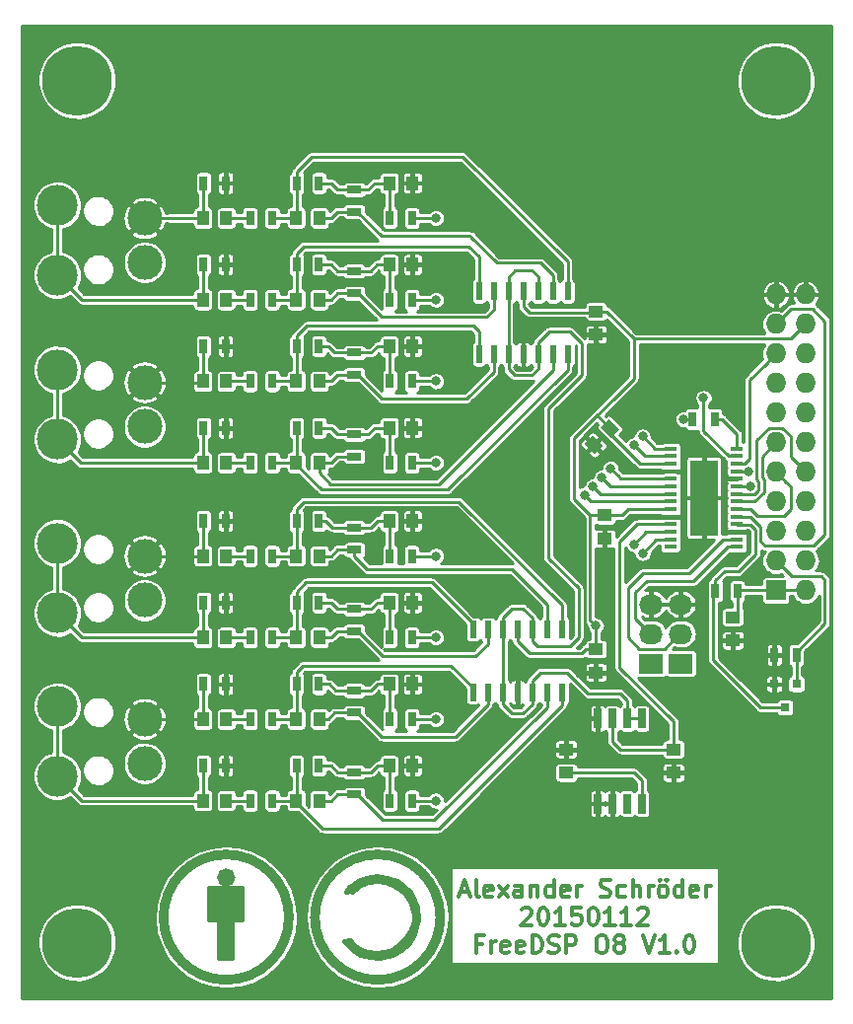
<source format=gbr>
G04 #@! TF.FileFunction,Copper,L1,Top,Signal*
%FSLAX46Y46*%
G04 Gerber Fmt 4.6, Leading zero omitted, Abs format (unit mm)*
G04 Created by KiCad (PCBNEW 4.0.1-stable) date 18.01.2016 18:42:26*
%MOMM*%
G01*
G04 APERTURE LIST*
%ADD10C,0.100000*%
%ADD11C,0.300000*%
%ADD12C,0.381000*%
%ADD13R,1.250000X1.000000*%
%ADD14R,0.800100X0.800100*%
%ADD15R,1.300000X0.700000*%
%ADD16R,0.700000X1.300000*%
%ADD17R,1.727200X1.727200*%
%ADD18O,1.727200X1.727200*%
%ADD19C,6.000000*%
%ADD20R,0.600000X1.500000*%
%ADD21R,1.100000X0.400000*%
%ADD22R,2.400000X6.460000*%
%ADD23R,1.000000X1.250000*%
%ADD24C,3.000000*%
%ADD25C,3.500000*%
%ADD26R,2.032000X1.727200*%
%ADD27O,2.032000X1.727200*%
%ADD28R,0.650000X1.700000*%
%ADD29C,0.800000*%
%ADD30C,0.250000*%
G04 APERTURE END LIST*
D10*
D11*
X38121430Y-74850000D02*
X38835716Y-74850000D01*
X37978573Y-75278571D02*
X38478573Y-73778571D01*
X38978573Y-75278571D01*
X39692859Y-75278571D02*
X39550001Y-75207143D01*
X39478573Y-75064286D01*
X39478573Y-73778571D01*
X40835715Y-75207143D02*
X40692858Y-75278571D01*
X40407144Y-75278571D01*
X40264287Y-75207143D01*
X40192858Y-75064286D01*
X40192858Y-74492857D01*
X40264287Y-74350000D01*
X40407144Y-74278571D01*
X40692858Y-74278571D01*
X40835715Y-74350000D01*
X40907144Y-74492857D01*
X40907144Y-74635714D01*
X40192858Y-74778571D01*
X41407144Y-75278571D02*
X42192858Y-74278571D01*
X41407144Y-74278571D02*
X42192858Y-75278571D01*
X43407144Y-75278571D02*
X43407144Y-74492857D01*
X43335715Y-74350000D01*
X43192858Y-74278571D01*
X42907144Y-74278571D01*
X42764287Y-74350000D01*
X43407144Y-75207143D02*
X43264287Y-75278571D01*
X42907144Y-75278571D01*
X42764287Y-75207143D01*
X42692858Y-75064286D01*
X42692858Y-74921429D01*
X42764287Y-74778571D01*
X42907144Y-74707143D01*
X43264287Y-74707143D01*
X43407144Y-74635714D01*
X44121430Y-74278571D02*
X44121430Y-75278571D01*
X44121430Y-74421429D02*
X44192858Y-74350000D01*
X44335716Y-74278571D01*
X44550001Y-74278571D01*
X44692858Y-74350000D01*
X44764287Y-74492857D01*
X44764287Y-75278571D01*
X46121430Y-75278571D02*
X46121430Y-73778571D01*
X46121430Y-75207143D02*
X45978573Y-75278571D01*
X45692859Y-75278571D01*
X45550001Y-75207143D01*
X45478573Y-75135714D01*
X45407144Y-74992857D01*
X45407144Y-74564286D01*
X45478573Y-74421429D01*
X45550001Y-74350000D01*
X45692859Y-74278571D01*
X45978573Y-74278571D01*
X46121430Y-74350000D01*
X47407144Y-75207143D02*
X47264287Y-75278571D01*
X46978573Y-75278571D01*
X46835716Y-75207143D01*
X46764287Y-75064286D01*
X46764287Y-74492857D01*
X46835716Y-74350000D01*
X46978573Y-74278571D01*
X47264287Y-74278571D01*
X47407144Y-74350000D01*
X47478573Y-74492857D01*
X47478573Y-74635714D01*
X46764287Y-74778571D01*
X48121430Y-75278571D02*
X48121430Y-74278571D01*
X48121430Y-74564286D02*
X48192858Y-74421429D01*
X48264287Y-74350000D01*
X48407144Y-74278571D01*
X48550001Y-74278571D01*
X50121429Y-75207143D02*
X50335715Y-75278571D01*
X50692858Y-75278571D01*
X50835715Y-75207143D01*
X50907144Y-75135714D01*
X50978572Y-74992857D01*
X50978572Y-74850000D01*
X50907144Y-74707143D01*
X50835715Y-74635714D01*
X50692858Y-74564286D01*
X50407144Y-74492857D01*
X50264286Y-74421429D01*
X50192858Y-74350000D01*
X50121429Y-74207143D01*
X50121429Y-74064286D01*
X50192858Y-73921429D01*
X50264286Y-73850000D01*
X50407144Y-73778571D01*
X50764286Y-73778571D01*
X50978572Y-73850000D01*
X52264286Y-75207143D02*
X52121429Y-75278571D01*
X51835715Y-75278571D01*
X51692857Y-75207143D01*
X51621429Y-75135714D01*
X51550000Y-74992857D01*
X51550000Y-74564286D01*
X51621429Y-74421429D01*
X51692857Y-74350000D01*
X51835715Y-74278571D01*
X52121429Y-74278571D01*
X52264286Y-74350000D01*
X52907143Y-75278571D02*
X52907143Y-73778571D01*
X53550000Y-75278571D02*
X53550000Y-74492857D01*
X53478571Y-74350000D01*
X53335714Y-74278571D01*
X53121429Y-74278571D01*
X52978571Y-74350000D01*
X52907143Y-74421429D01*
X54264286Y-75278571D02*
X54264286Y-74278571D01*
X54264286Y-74564286D02*
X54335714Y-74421429D01*
X54407143Y-74350000D01*
X54550000Y-74278571D01*
X54692857Y-74278571D01*
X55407143Y-75278571D02*
X55264285Y-75207143D01*
X55192857Y-75135714D01*
X55121428Y-74992857D01*
X55121428Y-74564286D01*
X55192857Y-74421429D01*
X55264285Y-74350000D01*
X55407143Y-74278571D01*
X55621428Y-74278571D01*
X55764285Y-74350000D01*
X55835714Y-74421429D01*
X55907143Y-74564286D01*
X55907143Y-74992857D01*
X55835714Y-75135714D01*
X55764285Y-75207143D01*
X55621428Y-75278571D01*
X55407143Y-75278571D01*
X55264285Y-73778571D02*
X55335714Y-73850000D01*
X55264285Y-73921429D01*
X55192857Y-73850000D01*
X55264285Y-73778571D01*
X55264285Y-73921429D01*
X55835714Y-73778571D02*
X55907143Y-73850000D01*
X55835714Y-73921429D01*
X55764285Y-73850000D01*
X55835714Y-73778571D01*
X55835714Y-73921429D01*
X57192857Y-75278571D02*
X57192857Y-73778571D01*
X57192857Y-75207143D02*
X57050000Y-75278571D01*
X56764286Y-75278571D01*
X56621428Y-75207143D01*
X56550000Y-75135714D01*
X56478571Y-74992857D01*
X56478571Y-74564286D01*
X56550000Y-74421429D01*
X56621428Y-74350000D01*
X56764286Y-74278571D01*
X57050000Y-74278571D01*
X57192857Y-74350000D01*
X58478571Y-75207143D02*
X58335714Y-75278571D01*
X58050000Y-75278571D01*
X57907143Y-75207143D01*
X57835714Y-75064286D01*
X57835714Y-74492857D01*
X57907143Y-74350000D01*
X58050000Y-74278571D01*
X58335714Y-74278571D01*
X58478571Y-74350000D01*
X58550000Y-74492857D01*
X58550000Y-74635714D01*
X57835714Y-74778571D01*
X59192857Y-75278571D02*
X59192857Y-74278571D01*
X59192857Y-74564286D02*
X59264285Y-74421429D01*
X59335714Y-74350000D01*
X59478571Y-74278571D01*
X59621428Y-74278571D01*
X43371430Y-76321429D02*
X43442859Y-76250000D01*
X43585716Y-76178571D01*
X43942859Y-76178571D01*
X44085716Y-76250000D01*
X44157145Y-76321429D01*
X44228573Y-76464286D01*
X44228573Y-76607143D01*
X44157145Y-76821429D01*
X43300002Y-77678571D01*
X44228573Y-77678571D01*
X45157144Y-76178571D02*
X45300001Y-76178571D01*
X45442858Y-76250000D01*
X45514287Y-76321429D01*
X45585716Y-76464286D01*
X45657144Y-76750000D01*
X45657144Y-77107143D01*
X45585716Y-77392857D01*
X45514287Y-77535714D01*
X45442858Y-77607143D01*
X45300001Y-77678571D01*
X45157144Y-77678571D01*
X45014287Y-77607143D01*
X44942858Y-77535714D01*
X44871430Y-77392857D01*
X44800001Y-77107143D01*
X44800001Y-76750000D01*
X44871430Y-76464286D01*
X44942858Y-76321429D01*
X45014287Y-76250000D01*
X45157144Y-76178571D01*
X47085715Y-77678571D02*
X46228572Y-77678571D01*
X46657144Y-77678571D02*
X46657144Y-76178571D01*
X46514287Y-76392857D01*
X46371429Y-76535714D01*
X46228572Y-76607143D01*
X48442858Y-76178571D02*
X47728572Y-76178571D01*
X47657143Y-76892857D01*
X47728572Y-76821429D01*
X47871429Y-76750000D01*
X48228572Y-76750000D01*
X48371429Y-76821429D01*
X48442858Y-76892857D01*
X48514286Y-77035714D01*
X48514286Y-77392857D01*
X48442858Y-77535714D01*
X48371429Y-77607143D01*
X48228572Y-77678571D01*
X47871429Y-77678571D01*
X47728572Y-77607143D01*
X47657143Y-77535714D01*
X49442857Y-76178571D02*
X49585714Y-76178571D01*
X49728571Y-76250000D01*
X49800000Y-76321429D01*
X49871429Y-76464286D01*
X49942857Y-76750000D01*
X49942857Y-77107143D01*
X49871429Y-77392857D01*
X49800000Y-77535714D01*
X49728571Y-77607143D01*
X49585714Y-77678571D01*
X49442857Y-77678571D01*
X49300000Y-77607143D01*
X49228571Y-77535714D01*
X49157143Y-77392857D01*
X49085714Y-77107143D01*
X49085714Y-76750000D01*
X49157143Y-76464286D01*
X49228571Y-76321429D01*
X49300000Y-76250000D01*
X49442857Y-76178571D01*
X51371428Y-77678571D02*
X50514285Y-77678571D01*
X50942857Y-77678571D02*
X50942857Y-76178571D01*
X50800000Y-76392857D01*
X50657142Y-76535714D01*
X50514285Y-76607143D01*
X52799999Y-77678571D02*
X51942856Y-77678571D01*
X52371428Y-77678571D02*
X52371428Y-76178571D01*
X52228571Y-76392857D01*
X52085713Y-76535714D01*
X51942856Y-76607143D01*
X53371427Y-76321429D02*
X53442856Y-76250000D01*
X53585713Y-76178571D01*
X53942856Y-76178571D01*
X54085713Y-76250000D01*
X54157142Y-76321429D01*
X54228570Y-76464286D01*
X54228570Y-76607143D01*
X54157142Y-76821429D01*
X53299999Y-77678571D01*
X54228570Y-77678571D01*
X39978573Y-79292857D02*
X39478573Y-79292857D01*
X39478573Y-80078571D02*
X39478573Y-78578571D01*
X40192859Y-78578571D01*
X40764287Y-80078571D02*
X40764287Y-79078571D01*
X40764287Y-79364286D02*
X40835715Y-79221429D01*
X40907144Y-79150000D01*
X41050001Y-79078571D01*
X41192858Y-79078571D01*
X42264286Y-80007143D02*
X42121429Y-80078571D01*
X41835715Y-80078571D01*
X41692858Y-80007143D01*
X41621429Y-79864286D01*
X41621429Y-79292857D01*
X41692858Y-79150000D01*
X41835715Y-79078571D01*
X42121429Y-79078571D01*
X42264286Y-79150000D01*
X42335715Y-79292857D01*
X42335715Y-79435714D01*
X41621429Y-79578571D01*
X43550000Y-80007143D02*
X43407143Y-80078571D01*
X43121429Y-80078571D01*
X42978572Y-80007143D01*
X42907143Y-79864286D01*
X42907143Y-79292857D01*
X42978572Y-79150000D01*
X43121429Y-79078571D01*
X43407143Y-79078571D01*
X43550000Y-79150000D01*
X43621429Y-79292857D01*
X43621429Y-79435714D01*
X42907143Y-79578571D01*
X44264286Y-80078571D02*
X44264286Y-78578571D01*
X44621429Y-78578571D01*
X44835714Y-78650000D01*
X44978572Y-78792857D01*
X45050000Y-78935714D01*
X45121429Y-79221429D01*
X45121429Y-79435714D01*
X45050000Y-79721429D01*
X44978572Y-79864286D01*
X44835714Y-80007143D01*
X44621429Y-80078571D01*
X44264286Y-80078571D01*
X45692857Y-80007143D02*
X45907143Y-80078571D01*
X46264286Y-80078571D01*
X46407143Y-80007143D01*
X46478572Y-79935714D01*
X46550000Y-79792857D01*
X46550000Y-79650000D01*
X46478572Y-79507143D01*
X46407143Y-79435714D01*
X46264286Y-79364286D01*
X45978572Y-79292857D01*
X45835714Y-79221429D01*
X45764286Y-79150000D01*
X45692857Y-79007143D01*
X45692857Y-78864286D01*
X45764286Y-78721429D01*
X45835714Y-78650000D01*
X45978572Y-78578571D01*
X46335714Y-78578571D01*
X46550000Y-78650000D01*
X47192857Y-80078571D02*
X47192857Y-78578571D01*
X47764285Y-78578571D01*
X47907143Y-78650000D01*
X47978571Y-78721429D01*
X48050000Y-78864286D01*
X48050000Y-79078571D01*
X47978571Y-79221429D01*
X47907143Y-79292857D01*
X47764285Y-79364286D01*
X47192857Y-79364286D01*
X50121428Y-78578571D02*
X50407142Y-78578571D01*
X50550000Y-78650000D01*
X50692857Y-78792857D01*
X50764285Y-79078571D01*
X50764285Y-79578571D01*
X50692857Y-79864286D01*
X50550000Y-80007143D01*
X50407142Y-80078571D01*
X50121428Y-80078571D01*
X49978571Y-80007143D01*
X49835714Y-79864286D01*
X49764285Y-79578571D01*
X49764285Y-79078571D01*
X49835714Y-78792857D01*
X49978571Y-78650000D01*
X50121428Y-78578571D01*
X51621429Y-79221429D02*
X51478571Y-79150000D01*
X51407143Y-79078571D01*
X51335714Y-78935714D01*
X51335714Y-78864286D01*
X51407143Y-78721429D01*
X51478571Y-78650000D01*
X51621429Y-78578571D01*
X51907143Y-78578571D01*
X52050000Y-78650000D01*
X52121429Y-78721429D01*
X52192857Y-78864286D01*
X52192857Y-78935714D01*
X52121429Y-79078571D01*
X52050000Y-79150000D01*
X51907143Y-79221429D01*
X51621429Y-79221429D01*
X51478571Y-79292857D01*
X51407143Y-79364286D01*
X51335714Y-79507143D01*
X51335714Y-79792857D01*
X51407143Y-79935714D01*
X51478571Y-80007143D01*
X51621429Y-80078571D01*
X51907143Y-80078571D01*
X52050000Y-80007143D01*
X52121429Y-79935714D01*
X52192857Y-79792857D01*
X52192857Y-79507143D01*
X52121429Y-79364286D01*
X52050000Y-79292857D01*
X51907143Y-79221429D01*
X53764285Y-78578571D02*
X54264285Y-80078571D01*
X54764285Y-78578571D01*
X56049999Y-80078571D02*
X55192856Y-80078571D01*
X55621428Y-80078571D02*
X55621428Y-78578571D01*
X55478571Y-78792857D01*
X55335713Y-78935714D01*
X55192856Y-79007143D01*
X56692856Y-79935714D02*
X56764284Y-80007143D01*
X56692856Y-80078571D01*
X56621427Y-80007143D01*
X56692856Y-79935714D01*
X56692856Y-80078571D01*
X57692856Y-78578571D02*
X57835713Y-78578571D01*
X57978570Y-78650000D01*
X58049999Y-78721429D01*
X58121428Y-78864286D01*
X58192856Y-79150000D01*
X58192856Y-79507143D01*
X58121428Y-79792857D01*
X58049999Y-79935714D01*
X57978570Y-80007143D01*
X57835713Y-80078571D01*
X57692856Y-80078571D01*
X57549999Y-80007143D01*
X57478570Y-79935714D01*
X57407142Y-79792857D01*
X57335713Y-79507143D01*
X57335713Y-79150000D01*
X57407142Y-78864286D01*
X57478570Y-78721429D01*
X57549999Y-78650000D01*
X57692856Y-78578571D01*
D12*
X17601220Y-77299720D02*
X17601220Y-80299460D01*
X17601220Y-80299460D02*
X17799340Y-80299460D01*
X17799340Y-80299460D02*
X17799340Y-77299720D01*
X17799340Y-77299720D02*
X18099060Y-77299720D01*
X18099060Y-77299720D02*
X18099060Y-80401060D01*
X18099060Y-80401060D02*
X18299720Y-80401060D01*
X18299720Y-80401060D02*
X18299720Y-77299720D01*
X19198880Y-75100080D02*
X16600460Y-75100080D01*
X16600460Y-75100080D02*
X16600460Y-75498860D01*
X16600460Y-75498860D02*
X16600460Y-75399800D01*
X16600460Y-75399800D02*
X19198880Y-75399800D01*
X19198880Y-75399800D02*
X19198880Y-75699520D01*
X19198880Y-75699520D02*
X16699520Y-75699520D01*
X16699520Y-75699520D02*
X16699520Y-75900180D01*
X16699520Y-75900180D02*
X19099820Y-75900180D01*
X19099820Y-75900180D02*
X19099820Y-76199900D01*
X19099820Y-76199900D02*
X16600460Y-76199900D01*
X16600460Y-76199900D02*
X16600460Y-76499620D01*
X16600460Y-76499620D02*
X19099820Y-76499620D01*
X19099820Y-76499620D02*
X19099820Y-76700280D01*
X19099820Y-76700280D02*
X16600460Y-76700280D01*
X16600460Y-76700280D02*
X16600460Y-76900940D01*
X16600460Y-76900940D02*
X19099820Y-76900940D01*
X16600460Y-74800360D02*
X19099820Y-74800360D01*
X18299720Y-73200160D02*
X18299720Y-74000260D01*
X17700280Y-73200160D02*
X17700280Y-73901200D01*
X18000000Y-73200160D02*
X18000000Y-74000260D01*
X17400560Y-80500120D02*
X18500380Y-80500120D01*
X18500380Y-80500120D02*
X18500380Y-77299720D01*
X17400560Y-77299720D02*
X17400560Y-80500120D01*
X16498860Y-74500640D02*
X19300480Y-74500640D01*
X19300480Y-74500640D02*
X19300480Y-77200660D01*
X19300480Y-77200660D02*
X16498860Y-77200660D01*
X16498860Y-77200660D02*
X16498860Y-74500640D01*
X18583277Y-73598940D02*
G75*
G03X18583277Y-73598940I-583277J0D01*
G01*
X18000000Y-71599960D02*
X17499620Y-71599960D01*
X17499620Y-71599960D02*
X16699520Y-71899680D01*
X16699520Y-71899680D02*
X16001020Y-72100340D01*
X16001020Y-72100340D02*
X15299980Y-72301000D01*
X15299980Y-72301000D02*
X14700540Y-72798840D01*
X14700540Y-72798840D02*
X13999500Y-73400820D01*
X13999500Y-73400820D02*
X13499120Y-74000260D01*
X13499120Y-74000260D02*
X12998740Y-74899420D01*
X12998740Y-74899420D02*
X12699020Y-75900180D01*
X12699020Y-75900180D02*
X12599960Y-77099060D01*
X12599960Y-77099060D02*
X12800620Y-78300480D01*
X12800620Y-78300480D02*
X13199400Y-79400300D01*
X13199400Y-79400300D02*
X14200160Y-80898900D01*
X14200160Y-80898900D02*
X15399040Y-81800600D01*
X15399040Y-81800600D02*
X16699520Y-82300980D01*
X16699520Y-82300980D02*
X18099060Y-82300980D01*
X18099060Y-82300980D02*
X19600200Y-82199380D01*
X19600200Y-82199380D02*
X20600960Y-81699000D01*
X20600960Y-81699000D02*
X22201160Y-80401060D01*
X22201160Y-80401060D02*
X23001260Y-78800860D01*
X23001260Y-78800860D02*
X23400040Y-77299720D01*
X23400040Y-77299720D02*
X23199380Y-75600460D01*
X23199380Y-75600460D02*
X22699000Y-74500640D01*
X22699000Y-74500640D02*
X21401060Y-72900440D01*
X21401060Y-72900440D02*
X20400300Y-72199400D01*
X20400300Y-72199400D02*
X19399540Y-71800620D01*
X19399540Y-71800620D02*
X18000000Y-71699020D01*
X23180604Y-77000000D02*
G75*
G03X23180604Y-77000000I-5180604J0D01*
G01*
X23588000Y-77000000D02*
G75*
G03X23588000Y-77000000I-5588000J0D01*
G01*
X28550000Y-74400000D02*
X28300000Y-74800000D01*
X28300000Y-74800000D02*
X28725000Y-74775000D01*
X28725000Y-74775000D02*
X28600000Y-74450000D01*
X28375000Y-79250000D02*
X28150000Y-79025000D01*
X28150000Y-79025000D02*
X28550000Y-78975000D01*
X28700000Y-79375000D02*
X29125000Y-79750000D01*
X29125000Y-79750000D02*
X29150000Y-79750000D01*
X29199140Y-79900680D02*
X30799340Y-80299460D01*
X30799340Y-80299460D02*
X32300480Y-79999740D01*
X32300480Y-79999740D02*
X33301240Y-79301240D01*
X33301240Y-79301240D02*
X33999740Y-78198880D01*
X33999740Y-78198880D02*
X34299460Y-77200660D01*
X34299460Y-77200660D02*
X34098800Y-75999240D01*
X34098800Y-75999240D02*
X33499360Y-74800360D01*
X33499360Y-74800360D02*
X32501140Y-74000260D01*
X32501140Y-74000260D02*
X31099060Y-73700540D01*
X31099060Y-73700540D02*
X29699520Y-73901200D01*
X29699520Y-73901200D02*
X28800360Y-74500640D01*
X28599700Y-78998980D02*
X29001020Y-79400300D01*
X29001020Y-79400300D02*
X29600460Y-79799080D01*
X29600460Y-79799080D02*
X30199900Y-79999740D01*
X30199900Y-79999740D02*
X30900940Y-80098800D01*
X30900940Y-80098800D02*
X31599440Y-79999740D01*
X31599440Y-79999740D02*
X32300480Y-79799080D01*
X32300480Y-79799080D02*
X32899920Y-79301240D01*
X32899920Y-79301240D02*
X33499360Y-78699260D01*
X33499360Y-78699260D02*
X33799080Y-78198880D01*
X33799080Y-78198880D02*
X34098800Y-77398780D01*
X34098800Y-77398780D02*
X34098800Y-76799340D01*
X34098800Y-76799340D02*
X33999740Y-76199900D01*
X33999740Y-76199900D02*
X33799080Y-75699520D01*
X33799080Y-75699520D02*
X33400300Y-75001020D01*
X33400300Y-75001020D02*
X32899920Y-74599700D01*
X32899920Y-74599700D02*
X32300480Y-74200920D01*
X32300480Y-74200920D02*
X31701040Y-74000260D01*
X31701040Y-74000260D02*
X31000000Y-73901200D01*
X31000000Y-73901200D02*
X30199900Y-74000260D01*
X30199900Y-74000260D02*
X29399800Y-74299980D01*
X29399800Y-74299980D02*
X28800360Y-74800360D01*
X28599700Y-74399040D02*
X29300740Y-73901200D01*
X29300740Y-73901200D02*
X29999240Y-73598940D01*
X29999240Y-73598940D02*
X30900940Y-73499880D01*
X30900940Y-73499880D02*
X31800100Y-73598940D01*
X31800100Y-73598940D02*
X32699260Y-73901200D01*
X32699260Y-73901200D02*
X33799080Y-74800360D01*
X33799080Y-74800360D02*
X34401060Y-76100840D01*
X34401060Y-76100840D02*
X34500120Y-77200660D01*
X34500120Y-77200660D02*
X34098800Y-78501140D01*
X34098800Y-78501140D02*
X33700020Y-79199640D01*
X33700020Y-79199640D02*
X32998980Y-79799080D01*
X32998980Y-79799080D02*
X32300480Y-80200400D01*
X32300480Y-80200400D02*
X31200660Y-80500120D01*
X31200660Y-80500120D02*
X30298960Y-80401060D01*
X30298960Y-80401060D02*
X29498860Y-80200400D01*
X29498860Y-80200400D02*
X28899420Y-79799080D01*
X28899420Y-79799080D02*
X28399040Y-79301240D01*
X31000000Y-71599960D02*
X30499620Y-71599960D01*
X30499620Y-71599960D02*
X29699520Y-71899680D01*
X29699520Y-71899680D02*
X29001020Y-72100340D01*
X29001020Y-72100340D02*
X28299980Y-72301000D01*
X28299980Y-72301000D02*
X27700540Y-72798840D01*
X27700540Y-72798840D02*
X26999500Y-73400820D01*
X26999500Y-73400820D02*
X26499120Y-74000260D01*
X26499120Y-74000260D02*
X25998740Y-74899420D01*
X25998740Y-74899420D02*
X25699020Y-75900180D01*
X25699020Y-75900180D02*
X25599960Y-77099060D01*
X25599960Y-77099060D02*
X25800620Y-78300480D01*
X25800620Y-78300480D02*
X26199400Y-79400300D01*
X26199400Y-79400300D02*
X27200160Y-80898900D01*
X27200160Y-80898900D02*
X28399040Y-81800600D01*
X28399040Y-81800600D02*
X29699520Y-82300980D01*
X29699520Y-82300980D02*
X31099060Y-82300980D01*
X31099060Y-82300980D02*
X32600200Y-82199380D01*
X32600200Y-82199380D02*
X33600960Y-81699000D01*
X33600960Y-81699000D02*
X35201160Y-80401060D01*
X35201160Y-80401060D02*
X36001260Y-78800860D01*
X36001260Y-78800860D02*
X36400040Y-77299720D01*
X36400040Y-77299720D02*
X36199380Y-75600460D01*
X36199380Y-75600460D02*
X35699000Y-74500640D01*
X35699000Y-74500640D02*
X34401060Y-72900440D01*
X34401060Y-72900440D02*
X33400300Y-72199400D01*
X33400300Y-72199400D02*
X32399540Y-71800620D01*
X32399540Y-71800620D02*
X31000000Y-71699020D01*
X36180604Y-77000000D02*
G75*
G03X36180604Y-77000000I-5180604J0D01*
G01*
X36588000Y-77000000D02*
G75*
G03X36588000Y-77000000I-5588000J0D01*
G01*
D13*
X49750000Y-54000000D03*
X49750000Y-56000000D03*
D14*
X66950000Y-56999240D03*
X65050000Y-56999240D03*
X66000000Y-58998220D03*
D15*
X29000000Y-37450000D03*
X29000000Y-35550000D03*
D13*
X47200000Y-64600000D03*
X47200000Y-62600000D03*
D16*
X65050000Y-54500000D03*
X66950000Y-54500000D03*
D17*
X65200000Y-48950000D03*
D18*
X67740000Y-48950000D03*
X65200000Y-46410000D03*
X67740000Y-46410000D03*
X65200000Y-43870000D03*
X67740000Y-43870000D03*
X65200000Y-41330000D03*
X67740000Y-41330000D03*
X65200000Y-38790000D03*
X67740000Y-38790000D03*
X65200000Y-36250000D03*
X67740000Y-36250000D03*
X65200000Y-33710000D03*
X67740000Y-33710000D03*
X65200000Y-31170000D03*
X67740000Y-31170000D03*
X65200000Y-28630000D03*
X67740000Y-28630000D03*
X65200000Y-26090000D03*
X67740000Y-26090000D03*
X65200000Y-23550000D03*
X67740000Y-23550000D03*
D19*
X5200000Y-79200000D03*
X65200000Y-79200000D03*
X65200000Y-5200000D03*
D16*
X60000000Y-49000000D03*
X61900000Y-49000000D03*
D13*
X50500000Y-42500000D03*
X50500000Y-44500000D03*
D20*
X47310000Y-23300000D03*
X46040000Y-23300000D03*
X44770000Y-23300000D03*
X43500000Y-23300000D03*
X42230000Y-23300000D03*
X40960000Y-23300000D03*
X39690000Y-23300000D03*
X39690000Y-28700000D03*
X40960000Y-28700000D03*
X42230000Y-28700000D03*
X43500000Y-28700000D03*
X44770000Y-28700000D03*
X46040000Y-28700000D03*
X47310000Y-28700000D03*
X46810000Y-52300000D03*
X45540000Y-52300000D03*
X44270000Y-52300000D03*
X43000000Y-52300000D03*
X41730000Y-52300000D03*
X40460000Y-52300000D03*
X39190000Y-52300000D03*
X39190000Y-57700000D03*
X40460000Y-57700000D03*
X41730000Y-57700000D03*
X43000000Y-57700000D03*
X44270000Y-57700000D03*
X45540000Y-57700000D03*
X46810000Y-57700000D03*
D21*
X61850000Y-45225000D03*
X61850000Y-44575000D03*
X61850000Y-43925000D03*
X61850000Y-43275000D03*
X61850000Y-42625000D03*
X61850000Y-41975000D03*
X61850000Y-41325000D03*
X61850000Y-40675000D03*
X61850000Y-40025000D03*
X61850000Y-39375000D03*
X61850000Y-38725000D03*
X61850000Y-38075000D03*
X61850000Y-37425000D03*
X61850000Y-36775000D03*
X56150000Y-36775000D03*
X56150000Y-37425000D03*
X56150000Y-38075000D03*
X56150000Y-38725000D03*
X56150000Y-39375000D03*
X56150000Y-40025000D03*
X56150000Y-40675000D03*
X56150000Y-41325000D03*
X56150000Y-41975000D03*
X56150000Y-42625000D03*
X56150000Y-43275000D03*
X56150000Y-43925000D03*
X56150000Y-44575000D03*
X56150000Y-45225000D03*
D22*
X59000000Y-41000000D03*
D23*
X24000000Y-31000000D03*
X26000000Y-31000000D03*
D13*
X49750000Y-25000000D03*
X49750000Y-27000000D03*
X56400000Y-62600000D03*
X56400000Y-64600000D03*
D23*
X32000000Y-14000000D03*
X34000000Y-14000000D03*
X32000000Y-21000000D03*
X34000000Y-21000000D03*
X32000000Y-28000000D03*
X34000000Y-28000000D03*
X32000000Y-35000000D03*
X34000000Y-35000000D03*
X24000000Y-17000000D03*
X26000000Y-17000000D03*
X24000000Y-24000000D03*
X26000000Y-24000000D03*
X24000000Y-38000000D03*
X26000000Y-38000000D03*
X16000000Y-17000000D03*
X18000000Y-17000000D03*
X16000000Y-24000000D03*
X18000000Y-24000000D03*
X16000000Y-31000000D03*
X18000000Y-31000000D03*
X16000000Y-38000000D03*
X18000000Y-38000000D03*
X32000000Y-43000000D03*
X34000000Y-43000000D03*
X32000000Y-50000000D03*
X34000000Y-50000000D03*
X32000000Y-57000000D03*
X34000000Y-57000000D03*
X32000000Y-64000000D03*
X34000000Y-64000000D03*
X24000000Y-46000000D03*
X26000000Y-46000000D03*
X24000000Y-53000000D03*
X26000000Y-53000000D03*
X24000000Y-60000000D03*
X26000000Y-60000000D03*
X24000000Y-67000000D03*
X26000000Y-67000000D03*
X16000000Y-46000000D03*
X18000000Y-46000000D03*
X16000000Y-53000000D03*
X18000000Y-53000000D03*
X16000000Y-60000000D03*
X18000000Y-60000000D03*
X16000000Y-67000000D03*
X18000000Y-67000000D03*
D13*
X61500000Y-51250000D03*
X61500000Y-53250000D03*
D10*
G36*
X50868719Y-34247398D02*
X51752602Y-35131281D01*
X51045495Y-35838388D01*
X50161612Y-34954505D01*
X50868719Y-34247398D01*
X50868719Y-34247398D01*
G37*
G36*
X49454505Y-35661612D02*
X50338388Y-36545495D01*
X49631281Y-37252602D01*
X48747398Y-36368719D01*
X49454505Y-35661612D01*
X49454505Y-35661612D01*
G37*
D24*
X11000000Y-17000000D03*
X11000000Y-20800000D03*
D25*
X3500000Y-15900000D03*
X3500000Y-21900000D03*
D24*
X11000000Y-31100000D03*
X11000000Y-34900000D03*
D25*
X3500000Y-30000000D03*
X3500000Y-36000000D03*
D24*
X11000000Y-46000000D03*
X11000000Y-49800000D03*
D25*
X3500000Y-44900000D03*
X3500000Y-50900000D03*
D24*
X11000000Y-60000000D03*
X11000000Y-63800000D03*
D25*
X3500000Y-58900000D03*
X3500000Y-64900000D03*
D16*
X58050000Y-34250000D03*
X59950000Y-34250000D03*
X32050000Y-17000000D03*
X33950000Y-17000000D03*
X32050000Y-24000000D03*
X33950000Y-24000000D03*
X32050000Y-31000000D03*
X33950000Y-31000000D03*
X32050000Y-38000000D03*
X33950000Y-38000000D03*
X25950000Y-14000000D03*
X24050000Y-14000000D03*
X25950000Y-21000000D03*
X24050000Y-21000000D03*
X25950000Y-28000000D03*
X24050000Y-28000000D03*
X25950000Y-35000000D03*
X24050000Y-35000000D03*
D15*
X29000000Y-16450000D03*
X29000000Y-14550000D03*
X29000000Y-23450000D03*
X29000000Y-21550000D03*
X29000000Y-30450000D03*
X29000000Y-28550000D03*
D16*
X20050000Y-17000000D03*
X21950000Y-17000000D03*
X20050000Y-24000000D03*
X21950000Y-24000000D03*
X20050000Y-31000000D03*
X21950000Y-31000000D03*
X20050000Y-38000000D03*
X21950000Y-38000000D03*
X17950000Y-14000000D03*
X16050000Y-14000000D03*
X17950000Y-21000000D03*
X16050000Y-21000000D03*
X17950000Y-28000000D03*
X16050000Y-28000000D03*
X17950000Y-35000000D03*
X16050000Y-35000000D03*
X32050000Y-46000000D03*
X33950000Y-46000000D03*
X32050000Y-53000000D03*
X33950000Y-53000000D03*
X32050000Y-60000000D03*
X33950000Y-60000000D03*
X32050000Y-67000000D03*
X33950000Y-67000000D03*
X25950000Y-43000000D03*
X24050000Y-43000000D03*
X25950000Y-50000000D03*
X24050000Y-50000000D03*
X25950000Y-57000000D03*
X24050000Y-57000000D03*
X25950000Y-64000000D03*
X24050000Y-64000000D03*
D15*
X29000000Y-45450000D03*
X29000000Y-43550000D03*
X29000000Y-52450000D03*
X29000000Y-50550000D03*
X29000000Y-59450000D03*
X29000000Y-57550000D03*
X29000000Y-66450000D03*
X29000000Y-64550000D03*
D16*
X20050000Y-46000000D03*
X21950000Y-46000000D03*
X20050000Y-53000000D03*
X21950000Y-53000000D03*
X20050000Y-60000000D03*
X21950000Y-60000000D03*
X20050000Y-67000000D03*
X21950000Y-67000000D03*
X17950000Y-43000000D03*
X16050000Y-43000000D03*
X17950000Y-50000000D03*
X16050000Y-50000000D03*
X17950000Y-57000000D03*
X16050000Y-57000000D03*
X17950000Y-64000000D03*
X16050000Y-64000000D03*
D19*
X5200000Y-5200000D03*
D26*
X57015000Y-55225001D03*
D27*
X57015000Y-52685001D03*
X57015000Y-50145001D03*
D26*
X54475000Y-55225001D03*
D27*
X54475000Y-52685001D03*
X54475000Y-50145001D03*
D28*
X53705000Y-59950000D03*
X52435000Y-59950000D03*
X51165000Y-59950000D03*
X49895000Y-59950000D03*
X49895000Y-67250000D03*
X51165000Y-67250000D03*
X52435000Y-67250000D03*
X53705000Y-67250000D03*
D29*
X49750000Y-52000000D03*
X47200000Y-64600000D03*
X50600000Y-28400000D03*
X57250000Y-34250000D03*
X63000000Y-40000000D03*
X53750000Y-35750000D03*
X36000000Y-67000000D03*
X53000000Y-36500000D03*
X36000000Y-60000000D03*
X51000000Y-38500000D03*
X36000000Y-53000000D03*
X50250000Y-39250000D03*
X36000000Y-46000000D03*
X49500000Y-40000000D03*
X36000000Y-38000000D03*
X48750000Y-40750000D03*
X36000000Y-31000000D03*
X53000000Y-45000000D03*
X36000000Y-24000000D03*
X53750000Y-45750000D03*
X36000000Y-17000000D03*
X62800916Y-38728370D03*
X58981873Y-32435634D03*
D30*
X53705000Y-65294508D02*
X53705000Y-67250000D01*
X49251991Y-42500000D02*
X49251991Y-51501991D01*
X49251991Y-51501991D02*
X49750000Y-52000000D01*
X44072435Y-54372435D02*
X48502565Y-54372435D01*
X48502565Y-54372435D02*
X48875000Y-54000000D01*
X48875000Y-54000000D02*
X49750000Y-54000000D01*
X49750000Y-54000000D02*
X49750000Y-52000000D01*
X52989999Y-27364999D02*
X66465001Y-27364999D01*
X66465001Y-27364999D02*
X67740000Y-26090000D01*
X49750000Y-25000000D02*
X50625000Y-25000000D01*
X50625000Y-25000000D02*
X52989999Y-27364999D01*
X51370528Y-32379472D02*
X49750000Y-34000000D01*
X52989999Y-27364999D02*
X52989999Y-30760001D01*
X52989999Y-30760001D02*
X51370528Y-32379472D01*
X47200000Y-64600000D02*
X53010492Y-64600000D01*
X53010492Y-64600000D02*
X53705000Y-65294508D01*
X50957107Y-35042893D02*
X49832107Y-33917893D01*
X49832107Y-33917893D02*
X49750000Y-34000000D01*
X47838187Y-35911813D02*
X49750000Y-34000000D01*
X47838187Y-41086196D02*
X47838187Y-35911813D01*
X50957107Y-35042893D02*
X50957107Y-35509845D01*
X50957107Y-35509845D02*
X53522262Y-38075000D01*
X55350000Y-38075000D02*
X56150000Y-38075000D01*
X53522262Y-38075000D02*
X55350000Y-38075000D01*
X49251991Y-42500000D02*
X47838187Y-41086196D01*
X49251991Y-42500000D02*
X50500000Y-42500000D01*
X56150000Y-41975000D02*
X52500000Y-41975000D01*
X52500000Y-41975000D02*
X51975000Y-42500000D01*
X51975000Y-42500000D02*
X50500000Y-42500000D01*
X44072435Y-54372435D02*
X43000000Y-53300000D01*
X43000000Y-53300000D02*
X43000000Y-52300000D01*
X43500000Y-23300000D02*
X43500000Y-24574424D01*
X43500000Y-24574424D02*
X44012291Y-25086715D01*
X44012291Y-25086715D02*
X50140212Y-25086715D01*
X49750000Y-27000000D02*
X49750000Y-27550000D01*
X49750000Y-27550000D02*
X50600000Y-28400000D01*
X11000000Y-17000000D02*
X13121320Y-17000000D01*
X11000000Y-31100000D02*
X15900000Y-31100000D01*
X11000000Y-46000000D02*
X16000000Y-46000000D01*
X11000000Y-60000000D02*
X16000000Y-60000000D01*
X51165000Y-59950000D02*
X51165000Y-61925000D01*
X56400000Y-62600000D02*
X56400000Y-60209518D01*
X56400000Y-60209518D02*
X51767774Y-55577292D01*
X51767774Y-55577292D02*
X51767774Y-44745144D01*
X51767774Y-44745144D02*
X53237918Y-43275000D01*
X53237918Y-43275000D02*
X56150000Y-43275000D01*
X51165000Y-61925000D02*
X51840000Y-62600000D01*
X51840000Y-62600000D02*
X55525000Y-62600000D01*
X55525000Y-62600000D02*
X56400000Y-62600000D01*
X32050000Y-17000000D02*
X32050000Y-14050000D01*
X32050000Y-14050000D02*
X32000000Y-14000000D01*
X30200000Y-14550000D02*
X30750000Y-14000000D01*
X30750000Y-14000000D02*
X32000000Y-14000000D01*
X29000000Y-14550000D02*
X30200000Y-14550000D01*
X27000000Y-14000000D02*
X27550000Y-14550000D01*
X27550000Y-14550000D02*
X29000000Y-14550000D01*
X25950000Y-14000000D02*
X27000000Y-14000000D01*
X29000000Y-21550000D02*
X30381232Y-21550000D01*
X30381232Y-21550000D02*
X30931232Y-21000000D01*
X30931232Y-21000000D02*
X32000000Y-21000000D01*
X32000000Y-21000000D02*
X32000000Y-23950000D01*
X32000000Y-23950000D02*
X32050000Y-24000000D01*
X27550000Y-21550000D02*
X27000000Y-21000000D01*
X27000000Y-21000000D02*
X25950000Y-21000000D01*
X29000000Y-21550000D02*
X27550000Y-21550000D01*
X32050000Y-31000000D02*
X32050000Y-28050000D01*
X32050000Y-28050000D02*
X32000000Y-28000000D01*
X30450000Y-28550000D02*
X31000000Y-28000000D01*
X31000000Y-28000000D02*
X32000000Y-28000000D01*
X29000000Y-28550000D02*
X30450000Y-28550000D01*
X26750000Y-28000000D02*
X27300000Y-28550000D01*
X27300000Y-28550000D02*
X29000000Y-28550000D01*
X25950000Y-28000000D02*
X26750000Y-28000000D01*
X32050000Y-38000000D02*
X32050000Y-35050000D01*
X32050000Y-35050000D02*
X32000000Y-35000000D01*
X30200000Y-35550000D02*
X30750000Y-35000000D01*
X30750000Y-35000000D02*
X32000000Y-35000000D01*
X29000000Y-35550000D02*
X30200000Y-35550000D01*
X27000000Y-35000000D02*
X27550000Y-35550000D01*
X27550000Y-35550000D02*
X29000000Y-35550000D01*
X25950000Y-35000000D02*
X27000000Y-35000000D01*
X47310000Y-23300000D02*
X47310000Y-20762817D01*
X47310000Y-20762817D02*
X38297183Y-11750000D01*
X38297183Y-11750000D02*
X25294698Y-11750000D01*
X25294698Y-11750000D02*
X24050000Y-12994698D01*
X24050000Y-12994698D02*
X24050000Y-14000000D01*
X24050000Y-14000000D02*
X24050000Y-16950000D01*
X24050000Y-16950000D02*
X24000000Y-17000000D01*
X21950000Y-17000000D02*
X24000000Y-17000000D01*
X41242375Y-20842375D02*
X45000000Y-20842375D01*
X45000000Y-20842375D02*
X46040000Y-21882375D01*
X39000000Y-18600000D02*
X41242375Y-20842375D01*
X31358676Y-18554193D02*
X39000000Y-18554193D01*
X39000000Y-18554193D02*
X39000000Y-18600000D01*
X29000000Y-16450000D02*
X29254483Y-16450000D01*
X29254483Y-16450000D02*
X31358676Y-18554193D01*
X46040000Y-21882375D02*
X46040000Y-23300000D01*
X26000000Y-17000000D02*
X26998232Y-17000000D01*
X26998232Y-17000000D02*
X27548232Y-16450000D01*
X27548232Y-16450000D02*
X29000000Y-16450000D01*
X24050000Y-21000000D02*
X24050000Y-20009174D01*
X24050000Y-20009174D02*
X24632961Y-19426213D01*
X24632961Y-19426213D02*
X38803310Y-19426213D01*
X38803310Y-19426213D02*
X39690000Y-20312903D01*
X39690000Y-20312903D02*
X39690000Y-23300000D01*
X24050000Y-21000000D02*
X24050000Y-20662706D01*
X39690000Y-22915002D02*
X39690000Y-23300000D01*
X24050000Y-21000000D02*
X24050000Y-23950000D01*
X24050000Y-23950000D02*
X24000000Y-24000000D01*
X21950000Y-24000000D02*
X24000000Y-24000000D01*
X29000000Y-23450000D02*
X29300000Y-23450000D01*
X29300000Y-23450000D02*
X31350000Y-25500000D01*
X31350000Y-25500000D02*
X40328241Y-25500000D01*
X40328241Y-25500000D02*
X40960000Y-24868241D01*
X40960000Y-24868241D02*
X40960000Y-23300000D01*
X29000000Y-23450000D02*
X29267599Y-23450000D01*
X27550000Y-23450000D02*
X27000000Y-24000000D01*
X27000000Y-24000000D02*
X26000000Y-24000000D01*
X29000000Y-23450000D02*
X27550000Y-23450000D01*
X24050000Y-28000000D02*
X24050000Y-27104819D01*
X24912344Y-26242475D02*
X39190507Y-26242475D01*
X24050000Y-27104819D02*
X24912344Y-26242475D01*
X39190507Y-26242475D02*
X39690000Y-26741968D01*
X39690000Y-26741968D02*
X39690000Y-28700000D01*
X24050000Y-28000000D02*
X24050000Y-30950000D01*
X24050000Y-30950000D02*
X24000000Y-31000000D01*
X21950000Y-31000000D02*
X24000000Y-31000000D01*
X29000000Y-30450000D02*
X29300000Y-30450000D01*
X29300000Y-30450000D02*
X31350000Y-32500000D01*
X31350000Y-32500000D02*
X38630125Y-32500000D01*
X38630125Y-32500000D02*
X40960000Y-30170125D01*
X40960000Y-30170125D02*
X40960000Y-28700000D01*
X27000000Y-31000000D02*
X27550000Y-30450000D01*
X27550000Y-30450000D02*
X29000000Y-30450000D01*
X26000000Y-31000000D02*
X27000000Y-31000000D01*
X24000000Y-38000000D02*
X24000000Y-38125000D01*
X26177673Y-40302673D02*
X37022707Y-40302673D01*
X24000000Y-38125000D02*
X26177673Y-40302673D01*
X47310000Y-29700000D02*
X47310000Y-28700000D01*
X37022707Y-40302673D02*
X47310000Y-30015380D01*
X47310000Y-30015380D02*
X47310000Y-29700000D01*
X24050000Y-35000000D02*
X24050000Y-37950000D01*
X24050000Y-37950000D02*
X24000000Y-38000000D01*
X21950000Y-38000000D02*
X24000000Y-38000000D01*
X26000000Y-38000000D02*
X26000000Y-38875000D01*
X26000000Y-38875000D02*
X26947693Y-39822693D01*
X26947693Y-39822693D02*
X31672693Y-39822693D01*
X29000000Y-37450000D02*
X29300000Y-37450000D01*
X31672693Y-39822693D02*
X36232371Y-39822693D01*
X36232371Y-39822693D02*
X46040000Y-30015064D01*
X46040000Y-30015064D02*
X46040000Y-28700000D01*
X27000000Y-38000000D02*
X27550000Y-37450000D01*
X27550000Y-37450000D02*
X29000000Y-37450000D01*
X26000000Y-38000000D02*
X27000000Y-38000000D01*
X16050000Y-14000000D02*
X16050000Y-16950000D01*
X16050000Y-16950000D02*
X16000000Y-17000000D01*
X13121320Y-17000000D02*
X16000000Y-17000000D01*
X18000000Y-17000000D02*
X20050000Y-17000000D01*
X3500000Y-21900000D02*
X5600000Y-24000000D01*
X5600000Y-24000000D02*
X16000000Y-24000000D01*
X16050000Y-21000000D02*
X16050000Y-23950000D01*
X16050000Y-23950000D02*
X16000000Y-24000000D01*
X3500000Y-15900000D02*
X3500000Y-18374873D01*
X3500000Y-18374873D02*
X3500000Y-21900000D01*
X18000000Y-24000000D02*
X20050000Y-24000000D01*
X16050000Y-28000000D02*
X16050000Y-30950000D01*
X16050000Y-30950000D02*
X16000000Y-31000000D01*
X15900000Y-31100000D02*
X16000000Y-31000000D01*
X19500000Y-31000000D02*
X20050000Y-31000000D01*
X18000000Y-31000000D02*
X19500000Y-31000000D01*
X3500000Y-30000000D02*
X3500000Y-36000000D01*
X16050000Y-35000000D02*
X16050000Y-37950000D01*
X16050000Y-37950000D02*
X16000000Y-38000000D01*
X3500000Y-36000000D02*
X5500000Y-38000000D01*
X5500000Y-38000000D02*
X16000000Y-38000000D01*
X18000000Y-38000000D02*
X20050000Y-38000000D01*
X32050000Y-46000000D02*
X32050000Y-43050000D01*
X32050000Y-43050000D02*
X32000000Y-43000000D01*
X30450000Y-43550000D02*
X31000000Y-43000000D01*
X31000000Y-43000000D02*
X32000000Y-43000000D01*
X29000000Y-43550000D02*
X30450000Y-43550000D01*
X25950000Y-43000000D02*
X26550000Y-43000000D01*
X26550000Y-43000000D02*
X27100000Y-43550000D01*
X27100000Y-43550000D02*
X29000000Y-43550000D01*
X32050000Y-53000000D02*
X32050000Y-50050000D01*
X32050000Y-50050000D02*
X32000000Y-50000000D01*
X30450000Y-50550000D02*
X31000000Y-50000000D01*
X31000000Y-50000000D02*
X32000000Y-50000000D01*
X29000000Y-50550000D02*
X30450000Y-50550000D01*
X27000000Y-50000000D02*
X27550000Y-50550000D01*
X27550000Y-50550000D02*
X29000000Y-50550000D01*
X25950000Y-50000000D02*
X27000000Y-50000000D01*
X32050000Y-60000000D02*
X32050000Y-57050000D01*
X32050000Y-57050000D02*
X32000000Y-57000000D01*
X30450000Y-57550000D02*
X31000000Y-57000000D01*
X31000000Y-57000000D02*
X32000000Y-57000000D01*
X29000000Y-57550000D02*
X30450000Y-57550000D01*
X25950000Y-57000000D02*
X26852416Y-57000000D01*
X26852416Y-57000000D02*
X27402416Y-57550000D01*
X27402416Y-57550000D02*
X29000000Y-57550000D01*
X32050000Y-67000000D02*
X32050000Y-64050000D01*
X32050000Y-64050000D02*
X32000000Y-64000000D01*
X30450000Y-64550000D02*
X31000000Y-64000000D01*
X31000000Y-64000000D02*
X32000000Y-64000000D01*
X29000000Y-64550000D02*
X30450000Y-64550000D01*
X27000000Y-64000000D02*
X27550000Y-64550000D01*
X27550000Y-64550000D02*
X29000000Y-64550000D01*
X25950000Y-64000000D02*
X27000000Y-64000000D01*
X24050000Y-43000000D02*
X24050000Y-41936314D01*
X24050000Y-41936314D02*
X24646131Y-41340183D01*
X24646131Y-41340183D02*
X37975276Y-41340183D01*
X37975276Y-41340183D02*
X46810000Y-50174907D01*
X46810000Y-50174907D02*
X46810000Y-52300000D01*
X24050000Y-43000000D02*
X24050000Y-45950000D01*
X24050000Y-45950000D02*
X24000000Y-46000000D01*
X21950000Y-46000000D02*
X24000000Y-46000000D01*
X29000000Y-45450000D02*
X29000000Y-46050000D01*
X29000000Y-46050000D02*
X30108067Y-47158067D01*
X30108067Y-47158067D02*
X42549718Y-47158067D01*
X42549718Y-47158067D02*
X45540000Y-50148349D01*
X45540000Y-50148349D02*
X45540000Y-52300000D01*
X27000000Y-46000000D02*
X27550000Y-45450000D01*
X27550000Y-45450000D02*
X29000000Y-45450000D01*
X26000000Y-46000000D02*
X27000000Y-46000000D01*
X24050000Y-50000000D02*
X24050000Y-49082633D01*
X24050000Y-49082633D02*
X24865023Y-48267610D01*
X24865023Y-48267610D02*
X35623892Y-48267610D01*
X35623892Y-48267610D02*
X39190000Y-51833718D01*
X39190000Y-51833718D02*
X39190000Y-52300000D01*
X24050000Y-50000000D02*
X24050000Y-52950000D01*
X24050000Y-52950000D02*
X24000000Y-53000000D01*
X21950000Y-53000000D02*
X24000000Y-53000000D01*
X29000000Y-52450000D02*
X29300000Y-52450000D01*
X29300000Y-52450000D02*
X31433792Y-54583792D01*
X31433792Y-54583792D02*
X39412755Y-54583792D01*
X39412755Y-54583792D02*
X40460000Y-53536547D01*
X40460000Y-53536547D02*
X40460000Y-52300000D01*
X27000000Y-53000000D02*
X27550000Y-52450000D01*
X27550000Y-52450000D02*
X29000000Y-52450000D01*
X26000000Y-53000000D02*
X27000000Y-53000000D01*
X24050000Y-57000000D02*
X24050000Y-55939972D01*
X24050000Y-55939972D02*
X24565937Y-55424035D01*
X24565937Y-55424035D02*
X37281841Y-55424035D01*
X37281841Y-55424035D02*
X39190000Y-57332194D01*
X39190000Y-57332194D02*
X39190000Y-57700000D01*
X24050000Y-57000000D02*
X24050000Y-59950000D01*
X24050000Y-59950000D02*
X24000000Y-60000000D01*
X21950000Y-60000000D02*
X24000000Y-60000000D01*
X29000000Y-59450000D02*
X29270915Y-59450000D01*
X29270915Y-59450000D02*
X31320915Y-61500000D01*
X31320915Y-61500000D02*
X37660000Y-61500000D01*
X37660000Y-61500000D02*
X40460000Y-58700000D01*
X40460000Y-58700000D02*
X40460000Y-57700000D01*
X26000000Y-60000000D02*
X26750000Y-60000000D01*
X26750000Y-60000000D02*
X27300000Y-59450000D01*
X27300000Y-59450000D02*
X29000000Y-59450000D01*
X24000000Y-67000000D02*
X24000000Y-67125000D01*
X24000000Y-67125000D02*
X26249787Y-69374787D01*
X26249787Y-69374787D02*
X36261401Y-69374787D01*
X36261401Y-69374787D02*
X46810000Y-58826188D01*
X46810000Y-58826188D02*
X46810000Y-57700000D01*
X24050000Y-64000000D02*
X24050000Y-66950000D01*
X24050000Y-66950000D02*
X24000000Y-67000000D01*
X21950000Y-67000000D02*
X24000000Y-67000000D01*
X29000000Y-66450000D02*
X29237953Y-66450000D01*
X29237953Y-66450000D02*
X31458998Y-68671045D01*
X31458998Y-68671045D02*
X35865669Y-68671045D01*
X35865669Y-68671045D02*
X45540000Y-58996714D01*
X45540000Y-58996714D02*
X45540000Y-57700000D01*
X27000000Y-67000000D02*
X27550000Y-66450000D01*
X27550000Y-66450000D02*
X29000000Y-66450000D01*
X26000000Y-67000000D02*
X27000000Y-67000000D01*
X16050000Y-43000000D02*
X16050000Y-45950000D01*
X16050000Y-45950000D02*
X16000000Y-46000000D01*
X18000000Y-46000000D02*
X20050000Y-46000000D01*
X3500000Y-44900000D02*
X3500000Y-47374873D01*
X3500000Y-47374873D02*
X3500000Y-50900000D01*
X16050000Y-50000000D02*
X16050000Y-52950000D01*
X16050000Y-52950000D02*
X16000000Y-53000000D01*
X3500000Y-50900000D02*
X5600000Y-53000000D01*
X5600000Y-53000000D02*
X16000000Y-53000000D01*
X18000000Y-53000000D02*
X20050000Y-53000000D01*
X16050000Y-57000000D02*
X16050000Y-59950000D01*
X16050000Y-59950000D02*
X16000000Y-60000000D01*
X18000000Y-60000000D02*
X20050000Y-60000000D01*
X3500000Y-58900000D02*
X3500000Y-61374873D01*
X3500000Y-61374873D02*
X3500000Y-64900000D01*
X16050000Y-64000000D02*
X16050000Y-66950000D01*
X16050000Y-66950000D02*
X16000000Y-67000000D01*
X3500000Y-64900000D02*
X5600000Y-67000000D01*
X5600000Y-67000000D02*
X16000000Y-67000000D01*
X18000000Y-67000000D02*
X20050000Y-67000000D01*
X61900000Y-49000000D02*
X61900000Y-50850000D01*
X61900000Y-50850000D02*
X61500000Y-51250000D01*
X65200000Y-48950000D02*
X61950000Y-48950000D01*
X61950000Y-48950000D02*
X61900000Y-49000000D01*
X57250000Y-34250000D02*
X58050000Y-34250000D01*
X65250000Y-49000000D02*
X65200000Y-48950000D01*
X61850000Y-40025000D02*
X62975000Y-40025000D01*
X62975000Y-40025000D02*
X63000000Y-40000000D01*
X67740000Y-48950000D02*
X66626400Y-48950000D01*
X66626400Y-48950000D02*
X65200000Y-48950000D01*
X53705000Y-59950000D02*
X52435000Y-59950000D01*
X44270000Y-57700000D02*
X44270000Y-56700000D01*
X49050000Y-57800000D02*
X51800000Y-57800000D01*
X44270000Y-56700000D02*
X44970000Y-56000000D01*
X44970000Y-56000000D02*
X47250000Y-56000000D01*
X51800000Y-57800000D02*
X52435000Y-58435000D01*
X47250000Y-56000000D02*
X49050000Y-57800000D01*
X52435000Y-58435000D02*
X52435000Y-59950000D01*
X44270000Y-52300000D02*
X44270000Y-53300000D01*
X48250000Y-53000000D02*
X48250000Y-48776922D01*
X44270000Y-53300000D02*
X44720000Y-53750000D01*
X45669941Y-33330059D02*
X48500000Y-30500000D01*
X48500000Y-27750000D02*
X47500000Y-26750000D01*
X44720000Y-53750000D02*
X47500000Y-53750000D01*
X45669941Y-46196863D02*
X45669941Y-33330059D01*
X47500000Y-53750000D02*
X48250000Y-53000000D01*
X47500000Y-26750000D02*
X45720000Y-26750000D01*
X44770000Y-27700000D02*
X44770000Y-28700000D01*
X48250000Y-48776922D02*
X45669941Y-46196863D01*
X48500000Y-30500000D02*
X48500000Y-27750000D01*
X45720000Y-26750000D02*
X44770000Y-27700000D01*
X42230000Y-23300000D02*
X42230000Y-22087216D01*
X42230000Y-22087216D02*
X42817216Y-21500000D01*
X42817216Y-21500000D02*
X44250000Y-21500000D01*
X44250000Y-21500000D02*
X44770000Y-22020000D01*
X44770000Y-22020000D02*
X44770000Y-23300000D01*
X44770000Y-28700000D02*
X44770000Y-29980652D01*
X44770000Y-29980652D02*
X44250652Y-30500000D01*
X44250652Y-30500000D02*
X42750000Y-30500000D01*
X42750000Y-30500000D02*
X42230000Y-29980000D01*
X42230000Y-29980000D02*
X42230000Y-28700000D01*
X42230000Y-28700000D02*
X42230000Y-27700000D01*
X42230000Y-27700000D02*
X42230000Y-23300000D01*
X42530000Y-50500000D02*
X43470000Y-50500000D01*
X43470000Y-50500000D02*
X44270000Y-51300000D01*
X41730000Y-52300000D02*
X41730000Y-51300000D01*
X41730000Y-51300000D02*
X42530000Y-50500000D01*
X42500000Y-59500000D02*
X41730000Y-58730000D01*
X41730000Y-58730000D02*
X41730000Y-57700000D01*
X43470000Y-59500000D02*
X42500000Y-59500000D01*
X44270000Y-57700000D02*
X44270000Y-58700000D01*
X44270000Y-58700000D02*
X43470000Y-59500000D01*
X44270000Y-51300000D02*
X44270000Y-52300000D01*
X41730000Y-57700000D02*
X41730000Y-56000000D01*
X41730000Y-56000000D02*
X41730000Y-52300000D01*
X60774999Y-47325001D02*
X60000000Y-48100000D01*
X63436214Y-45863786D02*
X61974999Y-47325001D01*
X60000000Y-48100000D02*
X60000000Y-49000000D01*
X63012197Y-43286760D02*
X63436214Y-43710777D01*
X61974999Y-47325001D02*
X60774999Y-47325001D01*
X61850000Y-43286760D02*
X63012197Y-43286760D01*
X61850000Y-43275000D02*
X61850000Y-43286760D01*
X63436214Y-43710777D02*
X63436214Y-45863786D01*
X66000000Y-58998220D02*
X63848388Y-58998220D01*
X63848388Y-58998220D02*
X59793006Y-54942838D01*
X59793006Y-54942838D02*
X59793006Y-49529196D01*
X59793006Y-49529196D02*
X60000000Y-49322202D01*
X60000000Y-49322202D02*
X60000000Y-49000000D01*
X59950000Y-34250000D02*
X60550000Y-34250000D01*
X60550000Y-34250000D02*
X61850000Y-35550000D01*
X61850000Y-35550000D02*
X61850000Y-36325000D01*
X61850000Y-36325000D02*
X61850000Y-36775000D01*
X56150000Y-36775000D02*
X54775000Y-36775000D01*
X54775000Y-36775000D02*
X53750000Y-35750000D01*
X33950000Y-67000000D02*
X36000000Y-67000000D01*
X56150000Y-37425000D02*
X53925000Y-37425000D01*
X53925000Y-37425000D02*
X53000000Y-36500000D01*
X33950000Y-60000000D02*
X36000000Y-60000000D01*
X56150000Y-39375000D02*
X51875000Y-39375000D01*
X51875000Y-39375000D02*
X51625000Y-39125000D01*
X51625000Y-39125000D02*
X51000000Y-38500000D01*
X33950000Y-53000000D02*
X36000000Y-53000000D01*
X56150000Y-40025000D02*
X51025000Y-40025000D01*
X51025000Y-40025000D02*
X50775000Y-39775000D01*
X50775000Y-39775000D02*
X50250000Y-39250000D01*
X33950000Y-46000000D02*
X36000000Y-46000000D01*
X56150000Y-40675000D02*
X50175000Y-40675000D01*
X50175000Y-40675000D02*
X49925000Y-40425000D01*
X49925000Y-40425000D02*
X49500000Y-40000000D01*
X33950000Y-38000000D02*
X36000000Y-38000000D01*
X56150000Y-41325000D02*
X49325000Y-41325000D01*
X49325000Y-41325000D02*
X49075000Y-41075000D01*
X49075000Y-41075000D02*
X48750000Y-40750000D01*
X33950000Y-31000000D02*
X36000000Y-31000000D01*
X56150000Y-43925000D02*
X54075000Y-43925000D01*
X54075000Y-43925000D02*
X53000000Y-45000000D01*
X33950000Y-24000000D02*
X36000000Y-24000000D01*
X56150000Y-44575000D02*
X54925000Y-44575000D01*
X54925000Y-44575000D02*
X53750000Y-45750000D01*
X33950000Y-17000000D02*
X36000000Y-17000000D01*
X54475000Y-52765001D02*
X54475000Y-52689603D01*
X54475000Y-52689603D02*
X53133999Y-51348602D01*
X53133999Y-51348602D02*
X53133999Y-49101400D01*
X53133999Y-49101400D02*
X54103960Y-48131439D01*
X54103960Y-48131439D02*
X58143561Y-48131439D01*
X58143561Y-48131439D02*
X61050000Y-45225000D01*
X61050000Y-45225000D02*
X61850000Y-45225000D01*
X57015000Y-52765001D02*
X56871424Y-52765001D01*
X56871424Y-52765001D02*
X55665519Y-53970906D01*
X55665519Y-53970906D02*
X53479504Y-53970906D01*
X53479504Y-53970906D02*
X52500000Y-52991402D01*
X57726350Y-47500000D02*
X60651350Y-44575000D01*
X52500000Y-52991402D02*
X52500000Y-48750000D01*
X61050000Y-44575000D02*
X61850000Y-44575000D01*
X52500000Y-48750000D02*
X53750000Y-47500000D01*
X53750000Y-47500000D02*
X57726350Y-47500000D01*
X60651350Y-44575000D02*
X61050000Y-44575000D01*
X68356496Y-24805365D02*
X66484635Y-24805365D01*
X69400000Y-25848869D02*
X68356496Y-24805365D01*
X63886225Y-44765067D02*
X64250815Y-45129657D01*
X63886225Y-43524377D02*
X63886225Y-44765067D01*
X64250815Y-45129657D02*
X68444307Y-45129657D01*
X66484635Y-24805365D02*
X66063599Y-25226401D01*
X62986848Y-42625000D02*
X63886225Y-43524377D01*
X68444307Y-45129657D02*
X69400000Y-44173964D01*
X61850000Y-42625000D02*
X62986848Y-42625000D01*
X66063599Y-25226401D02*
X65200000Y-26090000D01*
X69400000Y-44173964D02*
X69400000Y-25848869D01*
X66454041Y-42009750D02*
X66454041Y-40044041D01*
X63580392Y-42582133D02*
X65881658Y-42582133D01*
X62973259Y-41975000D02*
X63580392Y-42582133D01*
X61850000Y-41975000D02*
X62973259Y-41975000D01*
X66063599Y-39653599D02*
X65200000Y-38790000D01*
X66454041Y-40044041D02*
X66063599Y-39653599D01*
X65881658Y-42582133D02*
X66454041Y-42009750D01*
X61850000Y-41325000D02*
X63384415Y-41325000D01*
X64001657Y-39284205D02*
X64001657Y-37448343D01*
X63384415Y-41325000D02*
X64175015Y-40534400D01*
X64175015Y-40534400D02*
X64175015Y-39457563D01*
X64175015Y-39457563D02*
X64001657Y-39284205D01*
X64001657Y-37448343D02*
X65200000Y-36250000D01*
X61850000Y-40675000D02*
X62650000Y-40675000D01*
X62700002Y-40725002D02*
X63339969Y-40725002D01*
X62650000Y-40675000D02*
X62700002Y-40725002D01*
X63339969Y-40725002D02*
X63725004Y-40339967D01*
X66454564Y-35745434D02*
X66454564Y-37504564D01*
X63725004Y-40339967D02*
X63725004Y-39643963D01*
X63725004Y-39643963D02*
X63551646Y-39470605D01*
X66876401Y-37926401D02*
X67740000Y-38790000D01*
X63551646Y-39470605D02*
X63551646Y-36077042D01*
X63551646Y-36077042D02*
X64634566Y-34994122D01*
X64634566Y-34994122D02*
X65703252Y-34994122D01*
X65703252Y-34994122D02*
X66454564Y-35745434D01*
X66454564Y-37504564D02*
X66876401Y-37926401D01*
X62797546Y-38725000D02*
X62800916Y-38728370D01*
X61850000Y-38725000D02*
X62797546Y-38725000D01*
X61850000Y-38075000D02*
X62486654Y-38075000D01*
X62486654Y-38075000D02*
X62931263Y-37630391D01*
X62931263Y-37630391D02*
X62931263Y-30898737D01*
X62931263Y-30898737D02*
X64336401Y-29493599D01*
X64336401Y-29493599D02*
X65200000Y-28630000D01*
X61850000Y-37425000D02*
X61134627Y-37425000D01*
X61134627Y-37425000D02*
X58981873Y-35272246D01*
X58981873Y-35272246D02*
X58981873Y-33001319D01*
X58981873Y-33001319D02*
X58981873Y-32435634D01*
X66950000Y-54500000D02*
X66950000Y-56999240D01*
X66950000Y-54500000D02*
X66950000Y-54222136D01*
X66950000Y-54222136D02*
X69400000Y-51772136D01*
X69400000Y-51772136D02*
X69400000Y-48070000D01*
X69400000Y-48070000D02*
X69091399Y-47761399D01*
X69091399Y-47761399D02*
X66551399Y-47761399D01*
X66551399Y-47761399D02*
X65200000Y-46410000D01*
G36*
X69950000Y-83950000D02*
X450000Y-83950000D01*
X450000Y-79483779D01*
X1820564Y-79483779D01*
X1940044Y-80134777D01*
X2183696Y-80750170D01*
X2542237Y-81306517D01*
X3002012Y-81782628D01*
X3545507Y-82160367D01*
X4152021Y-82425346D01*
X4798453Y-82567474D01*
X5460180Y-82581335D01*
X6111996Y-82466402D01*
X6729075Y-82227053D01*
X7287911Y-81872405D01*
X7767220Y-81415965D01*
X8148744Y-80875120D01*
X8417952Y-80270470D01*
X8564588Y-79625046D01*
X8575145Y-78869064D01*
X8446586Y-78219798D01*
X8194367Y-77607867D01*
X7847583Y-77085916D01*
X11847100Y-77085916D01*
X11980969Y-78279385D01*
X12344101Y-79424122D01*
X12922664Y-80476524D01*
X13694622Y-81396508D01*
X14630570Y-82149029D01*
X15694858Y-82705426D01*
X16846949Y-83044505D01*
X18042959Y-83153350D01*
X19237333Y-83027816D01*
X20384577Y-82672685D01*
X21440994Y-82101483D01*
X22366344Y-81335967D01*
X23125381Y-80405295D01*
X23689194Y-79344917D01*
X24036308Y-78195221D01*
X24145075Y-77085916D01*
X24847100Y-77085916D01*
X24980969Y-78279385D01*
X25344101Y-79424122D01*
X25922664Y-80476524D01*
X26694622Y-81396508D01*
X27630570Y-82149029D01*
X28694858Y-82705426D01*
X29846949Y-83044505D01*
X31042959Y-83153350D01*
X32237333Y-83027816D01*
X33384577Y-82672685D01*
X34440994Y-82101483D01*
X35366344Y-81335967D01*
X36125381Y-80405295D01*
X36689194Y-79344917D01*
X37036308Y-78195221D01*
X37153500Y-77000000D01*
X37151101Y-76828184D01*
X37000582Y-75636701D01*
X36621502Y-74497146D01*
X36028301Y-73452924D01*
X35399975Y-72725000D01*
X37310716Y-72725000D01*
X37310716Y-80975000D01*
X60289285Y-80975000D01*
X60289285Y-79483779D01*
X61820564Y-79483779D01*
X61940044Y-80134777D01*
X62183696Y-80750170D01*
X62542237Y-81306517D01*
X63002012Y-81782628D01*
X63545507Y-82160367D01*
X64152021Y-82425346D01*
X64798453Y-82567474D01*
X65460180Y-82581335D01*
X66111996Y-82466402D01*
X66729075Y-82227053D01*
X67287911Y-81872405D01*
X67767220Y-81415965D01*
X68148744Y-80875120D01*
X68417952Y-80270470D01*
X68564588Y-79625046D01*
X68575145Y-78869064D01*
X68446586Y-78219798D01*
X68194367Y-77607867D01*
X67828092Y-77056580D01*
X67361715Y-76586935D01*
X66812999Y-76216821D01*
X66202844Y-75960336D01*
X65554491Y-75827248D01*
X64892635Y-75822627D01*
X64242487Y-75946650D01*
X63628810Y-76194591D01*
X63074980Y-76557008D01*
X62602090Y-77020095D01*
X62228155Y-77566214D01*
X61967416Y-78174564D01*
X61829805Y-78821972D01*
X61820564Y-79483779D01*
X60289285Y-79483779D01*
X60289285Y-72725000D01*
X37310716Y-72725000D01*
X35399975Y-72725000D01*
X35243574Y-72543808D01*
X34297210Y-71804428D01*
X33225257Y-71262945D01*
X32068544Y-70939985D01*
X30871131Y-70847850D01*
X29678626Y-70990047D01*
X28536452Y-71361162D01*
X27488114Y-71947058D01*
X26573543Y-72725420D01*
X25827573Y-73666599D01*
X25278620Y-74734746D01*
X24947593Y-75889175D01*
X24847100Y-77085916D01*
X24145075Y-77085916D01*
X24153500Y-77000000D01*
X24151101Y-76828184D01*
X24000582Y-75636701D01*
X23621502Y-74497146D01*
X23028301Y-73452924D01*
X22243574Y-72543808D01*
X21297210Y-71804428D01*
X20225257Y-71262945D01*
X19068544Y-70939985D01*
X17871131Y-70847850D01*
X16678626Y-70990047D01*
X15536452Y-71361162D01*
X14488114Y-71947058D01*
X13573543Y-72725420D01*
X12827573Y-73666599D01*
X12278620Y-74734746D01*
X11947593Y-75889175D01*
X11847100Y-77085916D01*
X7847583Y-77085916D01*
X7828092Y-77056580D01*
X7361715Y-76586935D01*
X6812999Y-76216821D01*
X6202844Y-75960336D01*
X5554491Y-75827248D01*
X4892635Y-75822627D01*
X4242487Y-75946650D01*
X3628810Y-76194591D01*
X3074980Y-76557008D01*
X2602090Y-77020095D01*
X2228155Y-77566214D01*
X1967416Y-78174564D01*
X1829805Y-78821972D01*
X1820564Y-79483779D01*
X450000Y-79483779D01*
X450000Y-59078676D01*
X1372207Y-59078676D01*
X1447435Y-59488563D01*
X1600845Y-59876033D01*
X1826593Y-60226326D01*
X2116081Y-60526099D01*
X2458282Y-60763935D01*
X2840162Y-60930774D01*
X3000000Y-60965917D01*
X3000000Y-62831969D01*
X2897121Y-62851594D01*
X2510732Y-63007705D01*
X2162024Y-63235894D01*
X1864279Y-63527467D01*
X1628838Y-63871320D01*
X1464669Y-64254355D01*
X1378025Y-64661982D01*
X1372207Y-65078676D01*
X1447435Y-65488563D01*
X1600845Y-65876033D01*
X1826593Y-66226326D01*
X2116081Y-66526099D01*
X2458282Y-66763935D01*
X2840162Y-66930774D01*
X3247174Y-67020261D01*
X3663817Y-67028989D01*
X4074220Y-66956624D01*
X4462751Y-66805922D01*
X4607167Y-66714273D01*
X5246446Y-67353553D01*
X5282138Y-67382871D01*
X5317516Y-67412557D01*
X5319820Y-67413823D01*
X5321851Y-67415492D01*
X5362542Y-67437310D01*
X5403029Y-67459568D01*
X5405536Y-67460363D01*
X5407852Y-67461605D01*
X5452015Y-67475107D01*
X5496044Y-67489074D01*
X5498655Y-67489367D01*
X5501171Y-67490136D01*
X5547103Y-67494801D01*
X5593019Y-67499951D01*
X5598168Y-67499987D01*
X5598255Y-67499996D01*
X5598336Y-67499988D01*
X5600000Y-67500000D01*
X15123186Y-67500000D01*
X15123186Y-67625000D01*
X15127948Y-67684717D01*
X15159315Y-67786004D01*
X15217657Y-67874543D01*
X15298357Y-67943322D01*
X15395022Y-67986896D01*
X15500000Y-68001814D01*
X16500000Y-68001814D01*
X16559717Y-67997052D01*
X16661004Y-67965685D01*
X16749543Y-67907343D01*
X16818322Y-67826643D01*
X16861896Y-67729978D01*
X16876814Y-67625000D01*
X16876814Y-66375000D01*
X17123186Y-66375000D01*
X17123186Y-67625000D01*
X17127948Y-67684717D01*
X17159315Y-67786004D01*
X17217657Y-67874543D01*
X17298357Y-67943322D01*
X17395022Y-67986896D01*
X17500000Y-68001814D01*
X18500000Y-68001814D01*
X18559717Y-67997052D01*
X18661004Y-67965685D01*
X18749543Y-67907343D01*
X18818322Y-67826643D01*
X18861896Y-67729978D01*
X18876814Y-67625000D01*
X18876814Y-67500000D01*
X19323186Y-67500000D01*
X19323186Y-67650000D01*
X19327948Y-67709717D01*
X19359315Y-67811004D01*
X19417657Y-67899543D01*
X19498357Y-67968322D01*
X19595022Y-68011896D01*
X19700000Y-68026814D01*
X20400000Y-68026814D01*
X20459717Y-68022052D01*
X20561004Y-67990685D01*
X20649543Y-67932343D01*
X20718322Y-67851643D01*
X20761896Y-67754978D01*
X20776814Y-67650000D01*
X20776814Y-66350000D01*
X20772052Y-66290283D01*
X20740685Y-66188996D01*
X20682343Y-66100457D01*
X20601643Y-66031678D01*
X20504978Y-65988104D01*
X20400000Y-65973186D01*
X19700000Y-65973186D01*
X19640283Y-65977948D01*
X19538996Y-66009315D01*
X19450457Y-66067657D01*
X19381678Y-66148357D01*
X19338104Y-66245022D01*
X19323186Y-66350000D01*
X19323186Y-66500000D01*
X18876814Y-66500000D01*
X18876814Y-66375000D01*
X18872052Y-66315283D01*
X18840685Y-66213996D01*
X18782343Y-66125457D01*
X18701643Y-66056678D01*
X18604978Y-66013104D01*
X18500000Y-65998186D01*
X17500000Y-65998186D01*
X17440283Y-66002948D01*
X17338996Y-66034315D01*
X17250457Y-66092657D01*
X17181678Y-66173357D01*
X17138104Y-66270022D01*
X17123186Y-66375000D01*
X16876814Y-66375000D01*
X16872052Y-66315283D01*
X16840685Y-66213996D01*
X16782343Y-66125457D01*
X16701643Y-66056678D01*
X16604978Y-66013104D01*
X16550000Y-66005291D01*
X16550000Y-64994093D01*
X16561004Y-64990685D01*
X16649543Y-64932343D01*
X16718322Y-64851643D01*
X16761896Y-64754978D01*
X16776814Y-64650000D01*
X16776814Y-64168750D01*
X17225000Y-64168750D01*
X17225000Y-64686935D01*
X17239411Y-64759384D01*
X17267679Y-64827629D01*
X17308719Y-64889049D01*
X17360952Y-64941282D01*
X17422371Y-64982321D01*
X17490617Y-65010589D01*
X17563066Y-65025000D01*
X17781250Y-65025000D01*
X17875000Y-64931250D01*
X17875000Y-64075000D01*
X18025000Y-64075000D01*
X18025000Y-64931250D01*
X18118750Y-65025000D01*
X18336934Y-65025000D01*
X18409383Y-65010589D01*
X18477629Y-64982321D01*
X18539048Y-64941282D01*
X18591281Y-64889049D01*
X18632321Y-64827629D01*
X18660589Y-64759384D01*
X18675000Y-64686935D01*
X18675000Y-64168750D01*
X18581250Y-64075000D01*
X18025000Y-64075000D01*
X17875000Y-64075000D01*
X17318750Y-64075000D01*
X17225000Y-64168750D01*
X16776814Y-64168750D01*
X16776814Y-63350000D01*
X16773869Y-63313065D01*
X17225000Y-63313065D01*
X17225000Y-63831250D01*
X17318750Y-63925000D01*
X17875000Y-63925000D01*
X17875000Y-63068750D01*
X18025000Y-63068750D01*
X18025000Y-63925000D01*
X18581250Y-63925000D01*
X18675000Y-63831250D01*
X18675000Y-63313065D01*
X18660589Y-63240616D01*
X18632321Y-63172371D01*
X18591281Y-63110951D01*
X18539048Y-63058718D01*
X18477629Y-63017679D01*
X18409383Y-62989411D01*
X18336934Y-62975000D01*
X18118750Y-62975000D01*
X18025000Y-63068750D01*
X17875000Y-63068750D01*
X17781250Y-62975000D01*
X17563066Y-62975000D01*
X17490617Y-62989411D01*
X17422371Y-63017679D01*
X17360952Y-63058718D01*
X17308719Y-63110951D01*
X17267679Y-63172371D01*
X17239411Y-63240616D01*
X17225000Y-63313065D01*
X16773869Y-63313065D01*
X16772052Y-63290283D01*
X16740685Y-63188996D01*
X16682343Y-63100457D01*
X16601643Y-63031678D01*
X16504978Y-62988104D01*
X16400000Y-62973186D01*
X15700000Y-62973186D01*
X15640283Y-62977948D01*
X15538996Y-63009315D01*
X15450457Y-63067657D01*
X15381678Y-63148357D01*
X15338104Y-63245022D01*
X15323186Y-63350000D01*
X15323186Y-64650000D01*
X15327948Y-64709717D01*
X15359315Y-64811004D01*
X15417657Y-64899543D01*
X15498357Y-64968322D01*
X15550000Y-64991601D01*
X15550000Y-65998186D01*
X15500000Y-65998186D01*
X15440283Y-66002948D01*
X15338996Y-66034315D01*
X15250457Y-66092657D01*
X15181678Y-66173357D01*
X15138104Y-66270022D01*
X15123186Y-66375000D01*
X15123186Y-66500000D01*
X5807107Y-66500000D01*
X5317402Y-66010296D01*
X5356617Y-65954705D01*
X5526118Y-65574000D01*
X5618445Y-65167622D01*
X5625091Y-64691633D01*
X5590239Y-64515614D01*
X5623193Y-64515614D01*
X5671870Y-64780835D01*
X5771135Y-65031551D01*
X5917208Y-65258211D01*
X6104523Y-65452182D01*
X6325947Y-65606075D01*
X6573046Y-65714030D01*
X6836407Y-65771934D01*
X7105999Y-65777581D01*
X7371554Y-65730756D01*
X7622956Y-65633244D01*
X7850631Y-65488757D01*
X8045904Y-65302801D01*
X8201340Y-65082456D01*
X8311017Y-64836117D01*
X8370758Y-64573167D01*
X8375059Y-64265174D01*
X8322683Y-64000658D01*
X8304959Y-63957655D01*
X9122536Y-63957655D01*
X9188914Y-64319321D01*
X9324276Y-64661205D01*
X9523465Y-64970287D01*
X9778895Y-65234793D01*
X10080837Y-65444648D01*
X10417790Y-65591859D01*
X10776918Y-65670819D01*
X11144544Y-65678519D01*
X11506664Y-65614668D01*
X11849486Y-65481696D01*
X12159951Y-65284669D01*
X12426233Y-65031091D01*
X12638191Y-64730622D01*
X12787751Y-64394706D01*
X12869216Y-64036137D01*
X12875080Y-63616147D01*
X12803659Y-63255443D01*
X12663537Y-62915482D01*
X12460051Y-62609211D01*
X12200953Y-62348298D01*
X11896110Y-62142679D01*
X11557135Y-62000187D01*
X11196939Y-61926249D01*
X10829242Y-61923682D01*
X10468048Y-61992583D01*
X10127117Y-62130329D01*
X9819433Y-62331671D01*
X9556717Y-62588942D01*
X9348975Y-62892341D01*
X9204120Y-63230313D01*
X9127670Y-63589985D01*
X9122536Y-63957655D01*
X8304959Y-63957655D01*
X8219927Y-63751353D01*
X8070704Y-63526755D01*
X7880699Y-63335418D01*
X7657148Y-63184631D01*
X7408566Y-63080137D01*
X7144422Y-63025916D01*
X6874777Y-63024033D01*
X6609902Y-63074561D01*
X6359886Y-63175574D01*
X6134251Y-63323225D01*
X5941592Y-63511891D01*
X5789248Y-63734384D01*
X5683021Y-63982230D01*
X5626958Y-64245989D01*
X5623193Y-64515614D01*
X5590239Y-64515614D01*
X5544147Y-64282836D01*
X5385342Y-63897546D01*
X5154725Y-63550439D01*
X4861080Y-63254737D01*
X4515592Y-63021702D01*
X4131420Y-62860211D01*
X4000000Y-62833234D01*
X4000000Y-61317870D01*
X9788196Y-61317870D01*
X9954124Y-61567123D01*
X10279950Y-61741051D01*
X10633448Y-61848072D01*
X11001032Y-61884073D01*
X11368577Y-61847670D01*
X11721957Y-61740262D01*
X12045876Y-61567123D01*
X12211804Y-61317870D01*
X11000000Y-60106066D01*
X9788196Y-61317870D01*
X4000000Y-61317870D01*
X4000000Y-60969711D01*
X4074220Y-60956624D01*
X4462751Y-60805922D01*
X4814611Y-60582625D01*
X5116398Y-60295237D01*
X5356617Y-59954705D01*
X5526118Y-59574000D01*
X5539383Y-59515614D01*
X5623193Y-59515614D01*
X5671870Y-59780835D01*
X5771135Y-60031551D01*
X5917208Y-60258211D01*
X6104523Y-60452182D01*
X6325947Y-60606075D01*
X6573046Y-60714030D01*
X6836407Y-60771934D01*
X7105999Y-60777581D01*
X7371554Y-60730756D01*
X7622956Y-60633244D01*
X7850631Y-60488757D01*
X8045904Y-60302801D01*
X8201340Y-60082456D01*
X8237592Y-60001032D01*
X9115927Y-60001032D01*
X9152330Y-60368577D01*
X9259738Y-60721957D01*
X9432877Y-61045876D01*
X9682130Y-61211804D01*
X10893934Y-60000000D01*
X11106066Y-60000000D01*
X12317870Y-61211804D01*
X12567123Y-61045876D01*
X12741051Y-60720050D01*
X12848072Y-60366552D01*
X12884073Y-59998968D01*
X12847670Y-59631423D01*
X12769732Y-59375000D01*
X15123186Y-59375000D01*
X15123186Y-60625000D01*
X15127948Y-60684717D01*
X15159315Y-60786004D01*
X15217657Y-60874543D01*
X15298357Y-60943322D01*
X15395022Y-60986896D01*
X15500000Y-61001814D01*
X16500000Y-61001814D01*
X16559717Y-60997052D01*
X16661004Y-60965685D01*
X16749543Y-60907343D01*
X16818322Y-60826643D01*
X16861896Y-60729978D01*
X16876814Y-60625000D01*
X16876814Y-59375000D01*
X17123186Y-59375000D01*
X17123186Y-60625000D01*
X17127948Y-60684717D01*
X17159315Y-60786004D01*
X17217657Y-60874543D01*
X17298357Y-60943322D01*
X17395022Y-60986896D01*
X17500000Y-61001814D01*
X18500000Y-61001814D01*
X18559717Y-60997052D01*
X18661004Y-60965685D01*
X18749543Y-60907343D01*
X18818322Y-60826643D01*
X18861896Y-60729978D01*
X18876814Y-60625000D01*
X18876814Y-60500000D01*
X19323186Y-60500000D01*
X19323186Y-60650000D01*
X19327948Y-60709717D01*
X19359315Y-60811004D01*
X19417657Y-60899543D01*
X19498357Y-60968322D01*
X19595022Y-61011896D01*
X19700000Y-61026814D01*
X20400000Y-61026814D01*
X20459717Y-61022052D01*
X20561004Y-60990685D01*
X20649543Y-60932343D01*
X20718322Y-60851643D01*
X20761896Y-60754978D01*
X20776814Y-60650000D01*
X20776814Y-59350000D01*
X20772052Y-59290283D01*
X20740685Y-59188996D01*
X20682343Y-59100457D01*
X20601643Y-59031678D01*
X20504978Y-58988104D01*
X20400000Y-58973186D01*
X19700000Y-58973186D01*
X19640283Y-58977948D01*
X19538996Y-59009315D01*
X19450457Y-59067657D01*
X19381678Y-59148357D01*
X19338104Y-59245022D01*
X19323186Y-59350000D01*
X19323186Y-59500000D01*
X18876814Y-59500000D01*
X18876814Y-59375000D01*
X18872052Y-59315283D01*
X18840685Y-59213996D01*
X18782343Y-59125457D01*
X18701643Y-59056678D01*
X18604978Y-59013104D01*
X18500000Y-58998186D01*
X17500000Y-58998186D01*
X17440283Y-59002948D01*
X17338996Y-59034315D01*
X17250457Y-59092657D01*
X17181678Y-59173357D01*
X17138104Y-59270022D01*
X17123186Y-59375000D01*
X16876814Y-59375000D01*
X16872052Y-59315283D01*
X16840685Y-59213996D01*
X16782343Y-59125457D01*
X16701643Y-59056678D01*
X16604978Y-59013104D01*
X16550000Y-59005291D01*
X16550000Y-57994093D01*
X16561004Y-57990685D01*
X16649543Y-57932343D01*
X16718322Y-57851643D01*
X16761896Y-57754978D01*
X16776814Y-57650000D01*
X16776814Y-57168750D01*
X17225000Y-57168750D01*
X17225000Y-57686935D01*
X17239411Y-57759384D01*
X17267679Y-57827629D01*
X17308719Y-57889049D01*
X17360952Y-57941282D01*
X17422371Y-57982321D01*
X17490617Y-58010589D01*
X17563066Y-58025000D01*
X17781250Y-58025000D01*
X17875000Y-57931250D01*
X17875000Y-57075000D01*
X18025000Y-57075000D01*
X18025000Y-57931250D01*
X18118750Y-58025000D01*
X18336934Y-58025000D01*
X18409383Y-58010589D01*
X18477629Y-57982321D01*
X18539048Y-57941282D01*
X18591281Y-57889049D01*
X18632321Y-57827629D01*
X18660589Y-57759384D01*
X18675000Y-57686935D01*
X18675000Y-57168750D01*
X18581250Y-57075000D01*
X18025000Y-57075000D01*
X17875000Y-57075000D01*
X17318750Y-57075000D01*
X17225000Y-57168750D01*
X16776814Y-57168750D01*
X16776814Y-56350000D01*
X16773869Y-56313065D01*
X17225000Y-56313065D01*
X17225000Y-56831250D01*
X17318750Y-56925000D01*
X17875000Y-56925000D01*
X17875000Y-56068750D01*
X18025000Y-56068750D01*
X18025000Y-56925000D01*
X18581250Y-56925000D01*
X18675000Y-56831250D01*
X18675000Y-56313065D01*
X18660589Y-56240616D01*
X18632321Y-56172371D01*
X18591281Y-56110951D01*
X18539048Y-56058718D01*
X18477629Y-56017679D01*
X18409383Y-55989411D01*
X18336934Y-55975000D01*
X18118750Y-55975000D01*
X18025000Y-56068750D01*
X17875000Y-56068750D01*
X17781250Y-55975000D01*
X17563066Y-55975000D01*
X17490617Y-55989411D01*
X17422371Y-56017679D01*
X17360952Y-56058718D01*
X17308719Y-56110951D01*
X17267679Y-56172371D01*
X17239411Y-56240616D01*
X17225000Y-56313065D01*
X16773869Y-56313065D01*
X16772052Y-56290283D01*
X16740685Y-56188996D01*
X16682343Y-56100457D01*
X16601643Y-56031678D01*
X16504978Y-55988104D01*
X16400000Y-55973186D01*
X15700000Y-55973186D01*
X15640283Y-55977948D01*
X15538996Y-56009315D01*
X15450457Y-56067657D01*
X15381678Y-56148357D01*
X15338104Y-56245022D01*
X15323186Y-56350000D01*
X15323186Y-57650000D01*
X15327948Y-57709717D01*
X15359315Y-57811004D01*
X15417657Y-57899543D01*
X15498357Y-57968322D01*
X15550000Y-57991601D01*
X15550000Y-58998186D01*
X15500000Y-58998186D01*
X15440283Y-59002948D01*
X15338996Y-59034315D01*
X15250457Y-59092657D01*
X15181678Y-59173357D01*
X15138104Y-59270022D01*
X15123186Y-59375000D01*
X12769732Y-59375000D01*
X12740262Y-59278043D01*
X12567123Y-58954124D01*
X12317870Y-58788196D01*
X11106066Y-60000000D01*
X10893934Y-60000000D01*
X9682130Y-58788196D01*
X9432877Y-58954124D01*
X9258949Y-59279950D01*
X9151928Y-59633448D01*
X9115927Y-60001032D01*
X8237592Y-60001032D01*
X8311017Y-59836117D01*
X8370758Y-59573167D01*
X8375059Y-59265174D01*
X8322683Y-59000658D01*
X8219927Y-58751353D01*
X8173936Y-58682130D01*
X9788196Y-58682130D01*
X11000000Y-59893934D01*
X12211804Y-58682130D01*
X12045876Y-58432877D01*
X11720050Y-58258949D01*
X11366552Y-58151928D01*
X10998968Y-58115927D01*
X10631423Y-58152330D01*
X10278043Y-58259738D01*
X9954124Y-58432877D01*
X9788196Y-58682130D01*
X8173936Y-58682130D01*
X8070704Y-58526755D01*
X7880699Y-58335418D01*
X7657148Y-58184631D01*
X7408566Y-58080137D01*
X7144422Y-58025916D01*
X6874777Y-58024033D01*
X6609902Y-58074561D01*
X6359886Y-58175574D01*
X6134251Y-58323225D01*
X5941592Y-58511891D01*
X5789248Y-58734384D01*
X5683021Y-58982230D01*
X5626958Y-59245989D01*
X5623193Y-59515614D01*
X5539383Y-59515614D01*
X5618445Y-59167622D01*
X5625091Y-58691633D01*
X5544147Y-58282836D01*
X5385342Y-57897546D01*
X5154725Y-57550439D01*
X4861080Y-57254737D01*
X4515592Y-57021702D01*
X4131420Y-56860211D01*
X3723198Y-56776415D01*
X3306474Y-56773506D01*
X2897121Y-56851594D01*
X2510732Y-57007705D01*
X2162024Y-57235894D01*
X1864279Y-57527467D01*
X1628838Y-57871320D01*
X1464669Y-58254355D01*
X1378025Y-58661982D01*
X1372207Y-59078676D01*
X450000Y-59078676D01*
X450000Y-45078676D01*
X1372207Y-45078676D01*
X1447435Y-45488563D01*
X1600845Y-45876033D01*
X1826593Y-46226326D01*
X2116081Y-46526099D01*
X2458282Y-46763935D01*
X2840162Y-46930774D01*
X3000000Y-46965917D01*
X3000000Y-48831969D01*
X2897121Y-48851594D01*
X2510732Y-49007705D01*
X2162024Y-49235894D01*
X1864279Y-49527467D01*
X1628838Y-49871320D01*
X1464669Y-50254355D01*
X1378025Y-50661982D01*
X1372207Y-51078676D01*
X1447435Y-51488563D01*
X1600845Y-51876033D01*
X1826593Y-52226326D01*
X2116081Y-52526099D01*
X2458282Y-52763935D01*
X2840162Y-52930774D01*
X3247174Y-53020261D01*
X3663817Y-53028989D01*
X4074220Y-52956624D01*
X4462751Y-52805922D01*
X4607167Y-52714273D01*
X5246446Y-53353553D01*
X5282138Y-53382871D01*
X5317516Y-53412557D01*
X5319820Y-53413823D01*
X5321851Y-53415492D01*
X5362542Y-53437310D01*
X5403029Y-53459568D01*
X5405536Y-53460363D01*
X5407852Y-53461605D01*
X5452015Y-53475107D01*
X5496044Y-53489074D01*
X5498655Y-53489367D01*
X5501171Y-53490136D01*
X5547103Y-53494801D01*
X5593019Y-53499951D01*
X5598168Y-53499987D01*
X5598255Y-53499996D01*
X5598336Y-53499988D01*
X5600000Y-53500000D01*
X15123186Y-53500000D01*
X15123186Y-53625000D01*
X15127948Y-53684717D01*
X15159315Y-53786004D01*
X15217657Y-53874543D01*
X15298357Y-53943322D01*
X15395022Y-53986896D01*
X15500000Y-54001814D01*
X16500000Y-54001814D01*
X16559717Y-53997052D01*
X16661004Y-53965685D01*
X16749543Y-53907343D01*
X16818322Y-53826643D01*
X16861896Y-53729978D01*
X16876814Y-53625000D01*
X16876814Y-52375000D01*
X17123186Y-52375000D01*
X17123186Y-53625000D01*
X17127948Y-53684717D01*
X17159315Y-53786004D01*
X17217657Y-53874543D01*
X17298357Y-53943322D01*
X17395022Y-53986896D01*
X17500000Y-54001814D01*
X18500000Y-54001814D01*
X18559717Y-53997052D01*
X18661004Y-53965685D01*
X18749543Y-53907343D01*
X18818322Y-53826643D01*
X18861896Y-53729978D01*
X18876814Y-53625000D01*
X18876814Y-53500000D01*
X19323186Y-53500000D01*
X19323186Y-53650000D01*
X19327948Y-53709717D01*
X19359315Y-53811004D01*
X19417657Y-53899543D01*
X19498357Y-53968322D01*
X19595022Y-54011896D01*
X19700000Y-54026814D01*
X20400000Y-54026814D01*
X20459717Y-54022052D01*
X20561004Y-53990685D01*
X20649543Y-53932343D01*
X20718322Y-53851643D01*
X20761896Y-53754978D01*
X20776814Y-53650000D01*
X20776814Y-52350000D01*
X20772052Y-52290283D01*
X20740685Y-52188996D01*
X20682343Y-52100457D01*
X20601643Y-52031678D01*
X20504978Y-51988104D01*
X20400000Y-51973186D01*
X19700000Y-51973186D01*
X19640283Y-51977948D01*
X19538996Y-52009315D01*
X19450457Y-52067657D01*
X19381678Y-52148357D01*
X19338104Y-52245022D01*
X19323186Y-52350000D01*
X19323186Y-52500000D01*
X18876814Y-52500000D01*
X18876814Y-52375000D01*
X18872052Y-52315283D01*
X18840685Y-52213996D01*
X18782343Y-52125457D01*
X18701643Y-52056678D01*
X18604978Y-52013104D01*
X18500000Y-51998186D01*
X17500000Y-51998186D01*
X17440283Y-52002948D01*
X17338996Y-52034315D01*
X17250457Y-52092657D01*
X17181678Y-52173357D01*
X17138104Y-52270022D01*
X17123186Y-52375000D01*
X16876814Y-52375000D01*
X16872052Y-52315283D01*
X16840685Y-52213996D01*
X16782343Y-52125457D01*
X16701643Y-52056678D01*
X16604978Y-52013104D01*
X16550000Y-52005291D01*
X16550000Y-50994093D01*
X16561004Y-50990685D01*
X16649543Y-50932343D01*
X16718322Y-50851643D01*
X16761896Y-50754978D01*
X16776814Y-50650000D01*
X16776814Y-50168750D01*
X17225000Y-50168750D01*
X17225000Y-50686935D01*
X17239411Y-50759384D01*
X17267679Y-50827629D01*
X17308719Y-50889049D01*
X17360952Y-50941282D01*
X17422371Y-50982321D01*
X17490617Y-51010589D01*
X17563066Y-51025000D01*
X17781250Y-51025000D01*
X17875000Y-50931250D01*
X17875000Y-50075000D01*
X18025000Y-50075000D01*
X18025000Y-50931250D01*
X18118750Y-51025000D01*
X18336934Y-51025000D01*
X18409383Y-51010589D01*
X18477629Y-50982321D01*
X18539048Y-50941282D01*
X18591281Y-50889049D01*
X18632321Y-50827629D01*
X18660589Y-50759384D01*
X18675000Y-50686935D01*
X18675000Y-50168750D01*
X18581250Y-50075000D01*
X18025000Y-50075000D01*
X17875000Y-50075000D01*
X17318750Y-50075000D01*
X17225000Y-50168750D01*
X16776814Y-50168750D01*
X16776814Y-49350000D01*
X16773869Y-49313065D01*
X17225000Y-49313065D01*
X17225000Y-49831250D01*
X17318750Y-49925000D01*
X17875000Y-49925000D01*
X17875000Y-49068750D01*
X18025000Y-49068750D01*
X18025000Y-49925000D01*
X18581250Y-49925000D01*
X18675000Y-49831250D01*
X18675000Y-49313065D01*
X18660589Y-49240616D01*
X18632321Y-49172371D01*
X18591281Y-49110951D01*
X18539048Y-49058718D01*
X18477629Y-49017679D01*
X18409383Y-48989411D01*
X18336934Y-48975000D01*
X18118750Y-48975000D01*
X18025000Y-49068750D01*
X17875000Y-49068750D01*
X17781250Y-48975000D01*
X17563066Y-48975000D01*
X17490617Y-48989411D01*
X17422371Y-49017679D01*
X17360952Y-49058718D01*
X17308719Y-49110951D01*
X17267679Y-49172371D01*
X17239411Y-49240616D01*
X17225000Y-49313065D01*
X16773869Y-49313065D01*
X16772052Y-49290283D01*
X16740685Y-49188996D01*
X16682343Y-49100457D01*
X16601643Y-49031678D01*
X16504978Y-48988104D01*
X16400000Y-48973186D01*
X15700000Y-48973186D01*
X15640283Y-48977948D01*
X15538996Y-49009315D01*
X15450457Y-49067657D01*
X15381678Y-49148357D01*
X15338104Y-49245022D01*
X15323186Y-49350000D01*
X15323186Y-50650000D01*
X15327948Y-50709717D01*
X15359315Y-50811004D01*
X15417657Y-50899543D01*
X15498357Y-50968322D01*
X15550000Y-50991601D01*
X15550000Y-51998186D01*
X15500000Y-51998186D01*
X15440283Y-52002948D01*
X15338996Y-52034315D01*
X15250457Y-52092657D01*
X15181678Y-52173357D01*
X15138104Y-52270022D01*
X15123186Y-52375000D01*
X15123186Y-52500000D01*
X5807107Y-52500000D01*
X5317402Y-52010296D01*
X5356617Y-51954705D01*
X5526118Y-51574000D01*
X5618445Y-51167622D01*
X5625091Y-50691633D01*
X5590239Y-50515614D01*
X5623193Y-50515614D01*
X5671870Y-50780835D01*
X5771135Y-51031551D01*
X5917208Y-51258211D01*
X6104523Y-51452182D01*
X6325947Y-51606075D01*
X6573046Y-51714030D01*
X6836407Y-51771934D01*
X7105999Y-51777581D01*
X7371554Y-51730756D01*
X7622956Y-51633244D01*
X7850631Y-51488757D01*
X8045904Y-51302801D01*
X8201340Y-51082456D01*
X8311017Y-50836117D01*
X8370758Y-50573167D01*
X8375059Y-50265174D01*
X8322683Y-50000658D01*
X8304959Y-49957655D01*
X9122536Y-49957655D01*
X9188914Y-50319321D01*
X9324276Y-50661205D01*
X9523465Y-50970287D01*
X9778895Y-51234793D01*
X10080837Y-51444648D01*
X10417790Y-51591859D01*
X10776918Y-51670819D01*
X11144544Y-51678519D01*
X11506664Y-51614668D01*
X11849486Y-51481696D01*
X12159951Y-51284669D01*
X12426233Y-51031091D01*
X12638191Y-50730622D01*
X12787751Y-50394706D01*
X12869216Y-50036137D01*
X12875080Y-49616147D01*
X12803659Y-49255443D01*
X12663537Y-48915482D01*
X12460051Y-48609211D01*
X12200953Y-48348298D01*
X11896110Y-48142679D01*
X11557135Y-48000187D01*
X11196939Y-47926249D01*
X10829242Y-47923682D01*
X10468048Y-47992583D01*
X10127117Y-48130329D01*
X9819433Y-48331671D01*
X9556717Y-48588942D01*
X9348975Y-48892341D01*
X9204120Y-49230313D01*
X9127670Y-49589985D01*
X9122536Y-49957655D01*
X8304959Y-49957655D01*
X8219927Y-49751353D01*
X8070704Y-49526755D01*
X7880699Y-49335418D01*
X7657148Y-49184631D01*
X7408566Y-49080137D01*
X7144422Y-49025916D01*
X6874777Y-49024033D01*
X6609902Y-49074561D01*
X6359886Y-49175574D01*
X6134251Y-49323225D01*
X5941592Y-49511891D01*
X5789248Y-49734384D01*
X5683021Y-49982230D01*
X5626958Y-50245989D01*
X5623193Y-50515614D01*
X5590239Y-50515614D01*
X5544147Y-50282836D01*
X5385342Y-49897546D01*
X5154725Y-49550439D01*
X4861080Y-49254737D01*
X4515592Y-49021702D01*
X4131420Y-48860211D01*
X4000000Y-48833234D01*
X4000000Y-47317870D01*
X9788196Y-47317870D01*
X9954124Y-47567123D01*
X10279950Y-47741051D01*
X10633448Y-47848072D01*
X11001032Y-47884073D01*
X11368577Y-47847670D01*
X11721957Y-47740262D01*
X12045876Y-47567123D01*
X12211804Y-47317870D01*
X11000000Y-46106066D01*
X9788196Y-47317870D01*
X4000000Y-47317870D01*
X4000000Y-46969711D01*
X4074220Y-46956624D01*
X4462751Y-46805922D01*
X4814611Y-46582625D01*
X5116398Y-46295237D01*
X5356617Y-45954705D01*
X5526118Y-45574000D01*
X5539383Y-45515614D01*
X5623193Y-45515614D01*
X5671870Y-45780835D01*
X5771135Y-46031551D01*
X5917208Y-46258211D01*
X6104523Y-46452182D01*
X6325947Y-46606075D01*
X6573046Y-46714030D01*
X6836407Y-46771934D01*
X7105999Y-46777581D01*
X7371554Y-46730756D01*
X7622956Y-46633244D01*
X7850631Y-46488757D01*
X8045904Y-46302801D01*
X8201340Y-46082456D01*
X8237592Y-46001032D01*
X9115927Y-46001032D01*
X9152330Y-46368577D01*
X9259738Y-46721957D01*
X9432877Y-47045876D01*
X9682130Y-47211804D01*
X10893934Y-46000000D01*
X11106066Y-46000000D01*
X12317870Y-47211804D01*
X12567123Y-47045876D01*
X12741051Y-46720050D01*
X12848072Y-46366552D01*
X12884073Y-45998968D01*
X12847670Y-45631423D01*
X12769732Y-45375000D01*
X15123186Y-45375000D01*
X15123186Y-46625000D01*
X15127948Y-46684717D01*
X15159315Y-46786004D01*
X15217657Y-46874543D01*
X15298357Y-46943322D01*
X15395022Y-46986896D01*
X15500000Y-47001814D01*
X16500000Y-47001814D01*
X16559717Y-46997052D01*
X16661004Y-46965685D01*
X16749543Y-46907343D01*
X16818322Y-46826643D01*
X16861896Y-46729978D01*
X16876814Y-46625000D01*
X16876814Y-45375000D01*
X17123186Y-45375000D01*
X17123186Y-46625000D01*
X17127948Y-46684717D01*
X17159315Y-46786004D01*
X17217657Y-46874543D01*
X17298357Y-46943322D01*
X17395022Y-46986896D01*
X17500000Y-47001814D01*
X18500000Y-47001814D01*
X18559717Y-46997052D01*
X18661004Y-46965685D01*
X18749543Y-46907343D01*
X18818322Y-46826643D01*
X18861896Y-46729978D01*
X18876814Y-46625000D01*
X18876814Y-46500000D01*
X19323186Y-46500000D01*
X19323186Y-46650000D01*
X19327948Y-46709717D01*
X19359315Y-46811004D01*
X19417657Y-46899543D01*
X19498357Y-46968322D01*
X19595022Y-47011896D01*
X19700000Y-47026814D01*
X20400000Y-47026814D01*
X20459717Y-47022052D01*
X20561004Y-46990685D01*
X20649543Y-46932343D01*
X20718322Y-46851643D01*
X20761896Y-46754978D01*
X20776814Y-46650000D01*
X20776814Y-45350000D01*
X20772052Y-45290283D01*
X20740685Y-45188996D01*
X20682343Y-45100457D01*
X20601643Y-45031678D01*
X20504978Y-44988104D01*
X20400000Y-44973186D01*
X19700000Y-44973186D01*
X19640283Y-44977948D01*
X19538996Y-45009315D01*
X19450457Y-45067657D01*
X19381678Y-45148357D01*
X19338104Y-45245022D01*
X19323186Y-45350000D01*
X19323186Y-45500000D01*
X18876814Y-45500000D01*
X18876814Y-45375000D01*
X18872052Y-45315283D01*
X18840685Y-45213996D01*
X18782343Y-45125457D01*
X18701643Y-45056678D01*
X18604978Y-45013104D01*
X18500000Y-44998186D01*
X17500000Y-44998186D01*
X17440283Y-45002948D01*
X17338996Y-45034315D01*
X17250457Y-45092657D01*
X17181678Y-45173357D01*
X17138104Y-45270022D01*
X17123186Y-45375000D01*
X16876814Y-45375000D01*
X16872052Y-45315283D01*
X16840685Y-45213996D01*
X16782343Y-45125457D01*
X16701643Y-45056678D01*
X16604978Y-45013104D01*
X16550000Y-45005291D01*
X16550000Y-43994093D01*
X16561004Y-43990685D01*
X16649543Y-43932343D01*
X16718322Y-43851643D01*
X16761896Y-43754978D01*
X16776814Y-43650000D01*
X16776814Y-43168750D01*
X17225000Y-43168750D01*
X17225000Y-43686935D01*
X17239411Y-43759384D01*
X17267679Y-43827629D01*
X17308719Y-43889049D01*
X17360952Y-43941282D01*
X17422371Y-43982321D01*
X17490617Y-44010589D01*
X17563066Y-44025000D01*
X17781250Y-44025000D01*
X17875000Y-43931250D01*
X17875000Y-43075000D01*
X18025000Y-43075000D01*
X18025000Y-43931250D01*
X18118750Y-44025000D01*
X18336934Y-44025000D01*
X18409383Y-44010589D01*
X18477629Y-43982321D01*
X18539048Y-43941282D01*
X18591281Y-43889049D01*
X18632321Y-43827629D01*
X18660589Y-43759384D01*
X18675000Y-43686935D01*
X18675000Y-43168750D01*
X18581250Y-43075000D01*
X18025000Y-43075000D01*
X17875000Y-43075000D01*
X17318750Y-43075000D01*
X17225000Y-43168750D01*
X16776814Y-43168750D01*
X16776814Y-42350000D01*
X16773869Y-42313065D01*
X17225000Y-42313065D01*
X17225000Y-42831250D01*
X17318750Y-42925000D01*
X17875000Y-42925000D01*
X17875000Y-42068750D01*
X18025000Y-42068750D01*
X18025000Y-42925000D01*
X18581250Y-42925000D01*
X18675000Y-42831250D01*
X18675000Y-42313065D01*
X18660589Y-42240616D01*
X18632321Y-42172371D01*
X18591281Y-42110951D01*
X18539048Y-42058718D01*
X18477629Y-42017679D01*
X18409383Y-41989411D01*
X18336934Y-41975000D01*
X18118750Y-41975000D01*
X18025000Y-42068750D01*
X17875000Y-42068750D01*
X17781250Y-41975000D01*
X17563066Y-41975000D01*
X17490617Y-41989411D01*
X17422371Y-42017679D01*
X17360952Y-42058718D01*
X17308719Y-42110951D01*
X17267679Y-42172371D01*
X17239411Y-42240616D01*
X17225000Y-42313065D01*
X16773869Y-42313065D01*
X16772052Y-42290283D01*
X16740685Y-42188996D01*
X16682343Y-42100457D01*
X16601643Y-42031678D01*
X16504978Y-41988104D01*
X16400000Y-41973186D01*
X15700000Y-41973186D01*
X15640283Y-41977948D01*
X15538996Y-42009315D01*
X15450457Y-42067657D01*
X15381678Y-42148357D01*
X15338104Y-42245022D01*
X15323186Y-42350000D01*
X15323186Y-43650000D01*
X15327948Y-43709717D01*
X15359315Y-43811004D01*
X15417657Y-43899543D01*
X15498357Y-43968322D01*
X15550000Y-43991601D01*
X15550000Y-44998186D01*
X15500000Y-44998186D01*
X15440283Y-45002948D01*
X15338996Y-45034315D01*
X15250457Y-45092657D01*
X15181678Y-45173357D01*
X15138104Y-45270022D01*
X15123186Y-45375000D01*
X12769732Y-45375000D01*
X12740262Y-45278043D01*
X12567123Y-44954124D01*
X12317870Y-44788196D01*
X11106066Y-46000000D01*
X10893934Y-46000000D01*
X9682130Y-44788196D01*
X9432877Y-44954124D01*
X9258949Y-45279950D01*
X9151928Y-45633448D01*
X9115927Y-46001032D01*
X8237592Y-46001032D01*
X8311017Y-45836117D01*
X8370758Y-45573167D01*
X8375059Y-45265174D01*
X8322683Y-45000658D01*
X8219927Y-44751353D01*
X8173936Y-44682130D01*
X9788196Y-44682130D01*
X11000000Y-45893934D01*
X12211804Y-44682130D01*
X12045876Y-44432877D01*
X11720050Y-44258949D01*
X11366552Y-44151928D01*
X10998968Y-44115927D01*
X10631423Y-44152330D01*
X10278043Y-44259738D01*
X9954124Y-44432877D01*
X9788196Y-44682130D01*
X8173936Y-44682130D01*
X8070704Y-44526755D01*
X7880699Y-44335418D01*
X7657148Y-44184631D01*
X7408566Y-44080137D01*
X7144422Y-44025916D01*
X6874777Y-44024033D01*
X6609902Y-44074561D01*
X6359886Y-44175574D01*
X6134251Y-44323225D01*
X5941592Y-44511891D01*
X5789248Y-44734384D01*
X5683021Y-44982230D01*
X5626958Y-45245989D01*
X5623193Y-45515614D01*
X5539383Y-45515614D01*
X5618445Y-45167622D01*
X5625091Y-44691633D01*
X5544147Y-44282836D01*
X5385342Y-43897546D01*
X5154725Y-43550439D01*
X4861080Y-43254737D01*
X4515592Y-43021702D01*
X4131420Y-42860211D01*
X3723198Y-42776415D01*
X3306474Y-42773506D01*
X2897121Y-42851594D01*
X2510732Y-43007705D01*
X2162024Y-43235894D01*
X1864279Y-43527467D01*
X1628838Y-43871320D01*
X1464669Y-44254355D01*
X1378025Y-44661982D01*
X1372207Y-45078676D01*
X450000Y-45078676D01*
X450000Y-30178676D01*
X1372207Y-30178676D01*
X1447435Y-30588563D01*
X1600845Y-30976033D01*
X1826593Y-31326326D01*
X2116081Y-31626099D01*
X2458282Y-31863935D01*
X2840162Y-32030774D01*
X3000000Y-32065917D01*
X3000000Y-33931969D01*
X2897121Y-33951594D01*
X2510732Y-34107705D01*
X2162024Y-34335894D01*
X1864279Y-34627467D01*
X1628838Y-34971320D01*
X1464669Y-35354355D01*
X1378025Y-35761982D01*
X1372207Y-36178676D01*
X1447435Y-36588563D01*
X1600845Y-36976033D01*
X1826593Y-37326326D01*
X2116081Y-37626099D01*
X2458282Y-37863935D01*
X2840162Y-38030774D01*
X3247174Y-38120261D01*
X3663817Y-38128989D01*
X4074220Y-38056624D01*
X4462751Y-37905922D01*
X4607167Y-37814273D01*
X5146447Y-38353553D01*
X5182092Y-38382832D01*
X5217516Y-38412557D01*
X5219823Y-38413825D01*
X5221852Y-38415492D01*
X5262521Y-38437299D01*
X5303029Y-38459568D01*
X5305536Y-38460363D01*
X5307852Y-38461605D01*
X5352015Y-38475107D01*
X5396044Y-38489074D01*
X5398655Y-38489367D01*
X5401171Y-38490136D01*
X5447147Y-38494806D01*
X5493019Y-38499951D01*
X5498157Y-38499987D01*
X5498255Y-38499997D01*
X5498346Y-38499988D01*
X5500000Y-38500000D01*
X15123186Y-38500000D01*
X15123186Y-38625000D01*
X15127948Y-38684717D01*
X15159315Y-38786004D01*
X15217657Y-38874543D01*
X15298357Y-38943322D01*
X15395022Y-38986896D01*
X15500000Y-39001814D01*
X16500000Y-39001814D01*
X16559717Y-38997052D01*
X16661004Y-38965685D01*
X16749543Y-38907343D01*
X16818322Y-38826643D01*
X16861896Y-38729978D01*
X16876814Y-38625000D01*
X16876814Y-37375000D01*
X17123186Y-37375000D01*
X17123186Y-38625000D01*
X17127948Y-38684717D01*
X17159315Y-38786004D01*
X17217657Y-38874543D01*
X17298357Y-38943322D01*
X17395022Y-38986896D01*
X17500000Y-39001814D01*
X18500000Y-39001814D01*
X18559717Y-38997052D01*
X18661004Y-38965685D01*
X18749543Y-38907343D01*
X18818322Y-38826643D01*
X18861896Y-38729978D01*
X18876814Y-38625000D01*
X18876814Y-38500000D01*
X19323186Y-38500000D01*
X19323186Y-38650000D01*
X19327948Y-38709717D01*
X19359315Y-38811004D01*
X19417657Y-38899543D01*
X19498357Y-38968322D01*
X19595022Y-39011896D01*
X19700000Y-39026814D01*
X20400000Y-39026814D01*
X20459717Y-39022052D01*
X20561004Y-38990685D01*
X20649543Y-38932343D01*
X20718322Y-38851643D01*
X20761896Y-38754978D01*
X20776814Y-38650000D01*
X20776814Y-37350000D01*
X20772052Y-37290283D01*
X20740685Y-37188996D01*
X20682343Y-37100457D01*
X20601643Y-37031678D01*
X20504978Y-36988104D01*
X20400000Y-36973186D01*
X19700000Y-36973186D01*
X19640283Y-36977948D01*
X19538996Y-37009315D01*
X19450457Y-37067657D01*
X19381678Y-37148357D01*
X19338104Y-37245022D01*
X19323186Y-37350000D01*
X19323186Y-37500000D01*
X18876814Y-37500000D01*
X18876814Y-37375000D01*
X18872052Y-37315283D01*
X18840685Y-37213996D01*
X18782343Y-37125457D01*
X18701643Y-37056678D01*
X18604978Y-37013104D01*
X18500000Y-36998186D01*
X17500000Y-36998186D01*
X17440283Y-37002948D01*
X17338996Y-37034315D01*
X17250457Y-37092657D01*
X17181678Y-37173357D01*
X17138104Y-37270022D01*
X17123186Y-37375000D01*
X16876814Y-37375000D01*
X16872052Y-37315283D01*
X16840685Y-37213996D01*
X16782343Y-37125457D01*
X16701643Y-37056678D01*
X16604978Y-37013104D01*
X16550000Y-37005291D01*
X16550000Y-35994093D01*
X16561004Y-35990685D01*
X16649543Y-35932343D01*
X16718322Y-35851643D01*
X16761896Y-35754978D01*
X16776814Y-35650000D01*
X16776814Y-35168750D01*
X17225000Y-35168750D01*
X17225000Y-35686935D01*
X17239411Y-35759384D01*
X17267679Y-35827629D01*
X17308719Y-35889049D01*
X17360952Y-35941282D01*
X17422371Y-35982321D01*
X17490617Y-36010589D01*
X17563066Y-36025000D01*
X17781250Y-36025000D01*
X17875000Y-35931250D01*
X17875000Y-35075000D01*
X18025000Y-35075000D01*
X18025000Y-35931250D01*
X18118750Y-36025000D01*
X18336934Y-36025000D01*
X18409383Y-36010589D01*
X18477629Y-35982321D01*
X18539048Y-35941282D01*
X18591281Y-35889049D01*
X18632321Y-35827629D01*
X18660589Y-35759384D01*
X18675000Y-35686935D01*
X18675000Y-35168750D01*
X18581250Y-35075000D01*
X18025000Y-35075000D01*
X17875000Y-35075000D01*
X17318750Y-35075000D01*
X17225000Y-35168750D01*
X16776814Y-35168750D01*
X16776814Y-34350000D01*
X16773869Y-34313065D01*
X17225000Y-34313065D01*
X17225000Y-34831250D01*
X17318750Y-34925000D01*
X17875000Y-34925000D01*
X17875000Y-34068750D01*
X18025000Y-34068750D01*
X18025000Y-34925000D01*
X18581250Y-34925000D01*
X18675000Y-34831250D01*
X18675000Y-34313065D01*
X18660589Y-34240616D01*
X18632321Y-34172371D01*
X18591281Y-34110951D01*
X18539048Y-34058718D01*
X18477629Y-34017679D01*
X18409383Y-33989411D01*
X18336934Y-33975000D01*
X18118750Y-33975000D01*
X18025000Y-34068750D01*
X17875000Y-34068750D01*
X17781250Y-33975000D01*
X17563066Y-33975000D01*
X17490617Y-33989411D01*
X17422371Y-34017679D01*
X17360952Y-34058718D01*
X17308719Y-34110951D01*
X17267679Y-34172371D01*
X17239411Y-34240616D01*
X17225000Y-34313065D01*
X16773869Y-34313065D01*
X16772052Y-34290283D01*
X16740685Y-34188996D01*
X16682343Y-34100457D01*
X16601643Y-34031678D01*
X16504978Y-33988104D01*
X16400000Y-33973186D01*
X15700000Y-33973186D01*
X15640283Y-33977948D01*
X15538996Y-34009315D01*
X15450457Y-34067657D01*
X15381678Y-34148357D01*
X15338104Y-34245022D01*
X15323186Y-34350000D01*
X15323186Y-35650000D01*
X15327948Y-35709717D01*
X15359315Y-35811004D01*
X15417657Y-35899543D01*
X15498357Y-35968322D01*
X15550000Y-35991601D01*
X15550000Y-36998186D01*
X15500000Y-36998186D01*
X15440283Y-37002948D01*
X15338996Y-37034315D01*
X15250457Y-37092657D01*
X15181678Y-37173357D01*
X15138104Y-37270022D01*
X15123186Y-37375000D01*
X15123186Y-37500000D01*
X5707106Y-37500000D01*
X5317402Y-37110296D01*
X5356617Y-37054705D01*
X5526118Y-36674000D01*
X5618445Y-36267622D01*
X5625091Y-35791633D01*
X5590239Y-35615614D01*
X5623193Y-35615614D01*
X5671870Y-35880835D01*
X5771135Y-36131551D01*
X5917208Y-36358211D01*
X6104523Y-36552182D01*
X6325947Y-36706075D01*
X6573046Y-36814030D01*
X6836407Y-36871934D01*
X7105999Y-36877581D01*
X7371554Y-36830756D01*
X7622956Y-36733244D01*
X7850631Y-36588757D01*
X8045904Y-36402801D01*
X8201340Y-36182456D01*
X8311017Y-35936117D01*
X8370758Y-35673167D01*
X8375059Y-35365174D01*
X8322683Y-35100658D01*
X8304959Y-35057655D01*
X9122536Y-35057655D01*
X9188914Y-35419321D01*
X9324276Y-35761205D01*
X9523465Y-36070287D01*
X9778895Y-36334793D01*
X10080837Y-36544648D01*
X10417790Y-36691859D01*
X10776918Y-36770819D01*
X11144544Y-36778519D01*
X11506664Y-36714668D01*
X11849486Y-36581696D01*
X12159951Y-36384669D01*
X12426233Y-36131091D01*
X12638191Y-35830622D01*
X12787751Y-35494706D01*
X12869216Y-35136137D01*
X12875080Y-34716147D01*
X12803659Y-34355443D01*
X12663537Y-34015482D01*
X12460051Y-33709211D01*
X12200953Y-33448298D01*
X11896110Y-33242679D01*
X11557135Y-33100187D01*
X11196939Y-33026249D01*
X10829242Y-33023682D01*
X10468048Y-33092583D01*
X10127117Y-33230329D01*
X9819433Y-33431671D01*
X9556717Y-33688942D01*
X9348975Y-33992341D01*
X9204120Y-34330313D01*
X9127670Y-34689985D01*
X9122536Y-35057655D01*
X8304959Y-35057655D01*
X8219927Y-34851353D01*
X8070704Y-34626755D01*
X7880699Y-34435418D01*
X7657148Y-34284631D01*
X7408566Y-34180137D01*
X7144422Y-34125916D01*
X6874777Y-34124033D01*
X6609902Y-34174561D01*
X6359886Y-34275574D01*
X6134251Y-34423225D01*
X5941592Y-34611891D01*
X5789248Y-34834384D01*
X5683021Y-35082230D01*
X5626958Y-35345989D01*
X5623193Y-35615614D01*
X5590239Y-35615614D01*
X5544147Y-35382836D01*
X5385342Y-34997546D01*
X5154725Y-34650439D01*
X4861080Y-34354737D01*
X4515592Y-34121702D01*
X4131420Y-33960211D01*
X4000000Y-33933234D01*
X4000000Y-32417870D01*
X9788196Y-32417870D01*
X9954124Y-32667123D01*
X10279950Y-32841051D01*
X10633448Y-32948072D01*
X11001032Y-32984073D01*
X11368577Y-32947670D01*
X11721957Y-32840262D01*
X12045876Y-32667123D01*
X12211804Y-32417870D01*
X11000000Y-31206066D01*
X9788196Y-32417870D01*
X4000000Y-32417870D01*
X4000000Y-32069711D01*
X4074220Y-32056624D01*
X4462751Y-31905922D01*
X4814611Y-31682625D01*
X5116398Y-31395237D01*
X5356617Y-31054705D01*
X5526118Y-30674000D01*
X5539383Y-30615614D01*
X5623193Y-30615614D01*
X5671870Y-30880835D01*
X5771135Y-31131551D01*
X5917208Y-31358211D01*
X6104523Y-31552182D01*
X6325947Y-31706075D01*
X6573046Y-31814030D01*
X6836407Y-31871934D01*
X7105999Y-31877581D01*
X7371554Y-31830756D01*
X7622956Y-31733244D01*
X7850631Y-31588757D01*
X8045904Y-31402801D01*
X8201340Y-31182456D01*
X8237592Y-31101032D01*
X9115927Y-31101032D01*
X9152330Y-31468577D01*
X9259738Y-31821957D01*
X9432877Y-32145876D01*
X9682130Y-32311804D01*
X10893934Y-31100000D01*
X11106066Y-31100000D01*
X12317870Y-32311804D01*
X12567123Y-32145876D01*
X12741051Y-31820050D01*
X12848072Y-31466552D01*
X12884073Y-31098968D01*
X12847670Y-30731423D01*
X12740262Y-30378043D01*
X12738636Y-30375000D01*
X15123186Y-30375000D01*
X15123186Y-31625000D01*
X15127948Y-31684717D01*
X15159315Y-31786004D01*
X15217657Y-31874543D01*
X15298357Y-31943322D01*
X15395022Y-31986896D01*
X15500000Y-32001814D01*
X16500000Y-32001814D01*
X16559717Y-31997052D01*
X16661004Y-31965685D01*
X16749543Y-31907343D01*
X16818322Y-31826643D01*
X16861896Y-31729978D01*
X16876814Y-31625000D01*
X16876814Y-30375000D01*
X17123186Y-30375000D01*
X17123186Y-31625000D01*
X17127948Y-31684717D01*
X17159315Y-31786004D01*
X17217657Y-31874543D01*
X17298357Y-31943322D01*
X17395022Y-31986896D01*
X17500000Y-32001814D01*
X18500000Y-32001814D01*
X18559717Y-31997052D01*
X18661004Y-31965685D01*
X18749543Y-31907343D01*
X18818322Y-31826643D01*
X18861896Y-31729978D01*
X18876814Y-31625000D01*
X18876814Y-31500000D01*
X19323186Y-31500000D01*
X19323186Y-31650000D01*
X19327948Y-31709717D01*
X19359315Y-31811004D01*
X19417657Y-31899543D01*
X19498357Y-31968322D01*
X19595022Y-32011896D01*
X19700000Y-32026814D01*
X20400000Y-32026814D01*
X20459717Y-32022052D01*
X20561004Y-31990685D01*
X20649543Y-31932343D01*
X20718322Y-31851643D01*
X20761896Y-31754978D01*
X20776814Y-31650000D01*
X20776814Y-30350000D01*
X20772052Y-30290283D01*
X20740685Y-30188996D01*
X20682343Y-30100457D01*
X20601643Y-30031678D01*
X20504978Y-29988104D01*
X20400000Y-29973186D01*
X19700000Y-29973186D01*
X19640283Y-29977948D01*
X19538996Y-30009315D01*
X19450457Y-30067657D01*
X19381678Y-30148357D01*
X19338104Y-30245022D01*
X19323186Y-30350000D01*
X19323186Y-30500000D01*
X18876814Y-30500000D01*
X18876814Y-30375000D01*
X18872052Y-30315283D01*
X18840685Y-30213996D01*
X18782343Y-30125457D01*
X18701643Y-30056678D01*
X18604978Y-30013104D01*
X18500000Y-29998186D01*
X17500000Y-29998186D01*
X17440283Y-30002948D01*
X17338996Y-30034315D01*
X17250457Y-30092657D01*
X17181678Y-30173357D01*
X17138104Y-30270022D01*
X17123186Y-30375000D01*
X16876814Y-30375000D01*
X16872052Y-30315283D01*
X16840685Y-30213996D01*
X16782343Y-30125457D01*
X16701643Y-30056678D01*
X16604978Y-30013104D01*
X16550000Y-30005291D01*
X16550000Y-28994093D01*
X16561004Y-28990685D01*
X16649543Y-28932343D01*
X16718322Y-28851643D01*
X16761896Y-28754978D01*
X16776814Y-28650000D01*
X16776814Y-28168750D01*
X17225000Y-28168750D01*
X17225000Y-28686935D01*
X17239411Y-28759384D01*
X17267679Y-28827629D01*
X17308719Y-28889049D01*
X17360952Y-28941282D01*
X17422371Y-28982321D01*
X17490617Y-29010589D01*
X17563066Y-29025000D01*
X17781250Y-29025000D01*
X17875000Y-28931250D01*
X17875000Y-28075000D01*
X18025000Y-28075000D01*
X18025000Y-28931250D01*
X18118750Y-29025000D01*
X18336934Y-29025000D01*
X18409383Y-29010589D01*
X18477629Y-28982321D01*
X18539048Y-28941282D01*
X18591281Y-28889049D01*
X18632321Y-28827629D01*
X18660589Y-28759384D01*
X18675000Y-28686935D01*
X18675000Y-28168750D01*
X18581250Y-28075000D01*
X18025000Y-28075000D01*
X17875000Y-28075000D01*
X17318750Y-28075000D01*
X17225000Y-28168750D01*
X16776814Y-28168750D01*
X16776814Y-27350000D01*
X16773869Y-27313065D01*
X17225000Y-27313065D01*
X17225000Y-27831250D01*
X17318750Y-27925000D01*
X17875000Y-27925000D01*
X17875000Y-27068750D01*
X18025000Y-27068750D01*
X18025000Y-27925000D01*
X18581250Y-27925000D01*
X18675000Y-27831250D01*
X18675000Y-27313065D01*
X18660589Y-27240616D01*
X18632321Y-27172371D01*
X18591281Y-27110951D01*
X18539048Y-27058718D01*
X18477629Y-27017679D01*
X18409383Y-26989411D01*
X18336934Y-26975000D01*
X18118750Y-26975000D01*
X18025000Y-27068750D01*
X17875000Y-27068750D01*
X17781250Y-26975000D01*
X17563066Y-26975000D01*
X17490617Y-26989411D01*
X17422371Y-27017679D01*
X17360952Y-27058718D01*
X17308719Y-27110951D01*
X17267679Y-27172371D01*
X17239411Y-27240616D01*
X17225000Y-27313065D01*
X16773869Y-27313065D01*
X16772052Y-27290283D01*
X16740685Y-27188996D01*
X16682343Y-27100457D01*
X16601643Y-27031678D01*
X16504978Y-26988104D01*
X16400000Y-26973186D01*
X15700000Y-26973186D01*
X15640283Y-26977948D01*
X15538996Y-27009315D01*
X15450457Y-27067657D01*
X15381678Y-27148357D01*
X15338104Y-27245022D01*
X15323186Y-27350000D01*
X15323186Y-28650000D01*
X15327948Y-28709717D01*
X15359315Y-28811004D01*
X15417657Y-28899543D01*
X15498357Y-28968322D01*
X15550000Y-28991601D01*
X15550000Y-29998186D01*
X15500000Y-29998186D01*
X15440283Y-30002948D01*
X15338996Y-30034315D01*
X15250457Y-30092657D01*
X15181678Y-30173357D01*
X15138104Y-30270022D01*
X15123186Y-30375000D01*
X12738636Y-30375000D01*
X12567123Y-30054124D01*
X12317870Y-29888196D01*
X11106066Y-31100000D01*
X10893934Y-31100000D01*
X9682130Y-29888196D01*
X9432877Y-30054124D01*
X9258949Y-30379950D01*
X9151928Y-30733448D01*
X9115927Y-31101032D01*
X8237592Y-31101032D01*
X8311017Y-30936117D01*
X8370758Y-30673167D01*
X8375059Y-30365174D01*
X8322683Y-30100658D01*
X8219927Y-29851353D01*
X8173936Y-29782130D01*
X9788196Y-29782130D01*
X11000000Y-30993934D01*
X12211804Y-29782130D01*
X12045876Y-29532877D01*
X11720050Y-29358949D01*
X11366552Y-29251928D01*
X10998968Y-29215927D01*
X10631423Y-29252330D01*
X10278043Y-29359738D01*
X9954124Y-29532877D01*
X9788196Y-29782130D01*
X8173936Y-29782130D01*
X8070704Y-29626755D01*
X7880699Y-29435418D01*
X7657148Y-29284631D01*
X7408566Y-29180137D01*
X7144422Y-29125916D01*
X6874777Y-29124033D01*
X6609902Y-29174561D01*
X6359886Y-29275574D01*
X6134251Y-29423225D01*
X5941592Y-29611891D01*
X5789248Y-29834384D01*
X5683021Y-30082230D01*
X5626958Y-30345989D01*
X5623193Y-30615614D01*
X5539383Y-30615614D01*
X5618445Y-30267622D01*
X5625091Y-29791633D01*
X5544147Y-29382836D01*
X5385342Y-28997546D01*
X5154725Y-28650439D01*
X4861080Y-28354737D01*
X4515592Y-28121702D01*
X4131420Y-27960211D01*
X3723198Y-27876415D01*
X3306474Y-27873506D01*
X2897121Y-27951594D01*
X2510732Y-28107705D01*
X2162024Y-28335894D01*
X1864279Y-28627467D01*
X1628838Y-28971320D01*
X1464669Y-29354355D01*
X1378025Y-29761982D01*
X1372207Y-30178676D01*
X450000Y-30178676D01*
X450000Y-16078676D01*
X1372207Y-16078676D01*
X1447435Y-16488563D01*
X1600845Y-16876033D01*
X1826593Y-17226326D01*
X2116081Y-17526099D01*
X2458282Y-17763935D01*
X2840162Y-17930774D01*
X3000000Y-17965917D01*
X3000000Y-19831969D01*
X2897121Y-19851594D01*
X2510732Y-20007705D01*
X2162024Y-20235894D01*
X1864279Y-20527467D01*
X1628838Y-20871320D01*
X1464669Y-21254355D01*
X1378025Y-21661982D01*
X1372207Y-22078676D01*
X1447435Y-22488563D01*
X1600845Y-22876033D01*
X1826593Y-23226326D01*
X2116081Y-23526099D01*
X2458282Y-23763935D01*
X2840162Y-23930774D01*
X3247174Y-24020261D01*
X3663817Y-24028989D01*
X4074220Y-23956624D01*
X4462751Y-23805922D01*
X4607167Y-23714273D01*
X5246446Y-24353553D01*
X5282138Y-24382871D01*
X5317516Y-24412557D01*
X5319820Y-24413823D01*
X5321851Y-24415492D01*
X5362542Y-24437310D01*
X5403029Y-24459568D01*
X5405536Y-24460363D01*
X5407852Y-24461605D01*
X5452015Y-24475107D01*
X5496044Y-24489074D01*
X5498655Y-24489367D01*
X5501171Y-24490136D01*
X5547103Y-24494801D01*
X5593019Y-24499951D01*
X5598168Y-24499987D01*
X5598255Y-24499996D01*
X5598336Y-24499988D01*
X5600000Y-24500000D01*
X15123186Y-24500000D01*
X15123186Y-24625000D01*
X15127948Y-24684717D01*
X15159315Y-24786004D01*
X15217657Y-24874543D01*
X15298357Y-24943322D01*
X15395022Y-24986896D01*
X15500000Y-25001814D01*
X16500000Y-25001814D01*
X16559717Y-24997052D01*
X16661004Y-24965685D01*
X16749543Y-24907343D01*
X16818322Y-24826643D01*
X16861896Y-24729978D01*
X16876814Y-24625000D01*
X16876814Y-23375000D01*
X17123186Y-23375000D01*
X17123186Y-24625000D01*
X17127948Y-24684717D01*
X17159315Y-24786004D01*
X17217657Y-24874543D01*
X17298357Y-24943322D01*
X17395022Y-24986896D01*
X17500000Y-25001814D01*
X18500000Y-25001814D01*
X18559717Y-24997052D01*
X18661004Y-24965685D01*
X18749543Y-24907343D01*
X18818322Y-24826643D01*
X18861896Y-24729978D01*
X18876814Y-24625000D01*
X18876814Y-24500000D01*
X19323186Y-24500000D01*
X19323186Y-24650000D01*
X19327948Y-24709717D01*
X19359315Y-24811004D01*
X19417657Y-24899543D01*
X19498357Y-24968322D01*
X19595022Y-25011896D01*
X19700000Y-25026814D01*
X20400000Y-25026814D01*
X20459717Y-25022052D01*
X20561004Y-24990685D01*
X20649543Y-24932343D01*
X20718322Y-24851643D01*
X20761896Y-24754978D01*
X20776814Y-24650000D01*
X20776814Y-23350000D01*
X20772052Y-23290283D01*
X20740685Y-23188996D01*
X20682343Y-23100457D01*
X20601643Y-23031678D01*
X20504978Y-22988104D01*
X20400000Y-22973186D01*
X19700000Y-22973186D01*
X19640283Y-22977948D01*
X19538996Y-23009315D01*
X19450457Y-23067657D01*
X19381678Y-23148357D01*
X19338104Y-23245022D01*
X19323186Y-23350000D01*
X19323186Y-23500000D01*
X18876814Y-23500000D01*
X18876814Y-23375000D01*
X18872052Y-23315283D01*
X18840685Y-23213996D01*
X18782343Y-23125457D01*
X18701643Y-23056678D01*
X18604978Y-23013104D01*
X18500000Y-22998186D01*
X17500000Y-22998186D01*
X17440283Y-23002948D01*
X17338996Y-23034315D01*
X17250457Y-23092657D01*
X17181678Y-23173357D01*
X17138104Y-23270022D01*
X17123186Y-23375000D01*
X16876814Y-23375000D01*
X16872052Y-23315283D01*
X16840685Y-23213996D01*
X16782343Y-23125457D01*
X16701643Y-23056678D01*
X16604978Y-23013104D01*
X16550000Y-23005291D01*
X16550000Y-21994093D01*
X16561004Y-21990685D01*
X16649543Y-21932343D01*
X16718322Y-21851643D01*
X16761896Y-21754978D01*
X16776814Y-21650000D01*
X16776814Y-21168750D01*
X17225000Y-21168750D01*
X17225000Y-21686935D01*
X17239411Y-21759384D01*
X17267679Y-21827629D01*
X17308719Y-21889049D01*
X17360952Y-21941282D01*
X17422371Y-21982321D01*
X17490617Y-22010589D01*
X17563066Y-22025000D01*
X17781250Y-22025000D01*
X17875000Y-21931250D01*
X17875000Y-21075000D01*
X18025000Y-21075000D01*
X18025000Y-21931250D01*
X18118750Y-22025000D01*
X18336934Y-22025000D01*
X18409383Y-22010589D01*
X18477629Y-21982321D01*
X18539048Y-21941282D01*
X18591281Y-21889049D01*
X18632321Y-21827629D01*
X18660589Y-21759384D01*
X18675000Y-21686935D01*
X18675000Y-21168750D01*
X18581250Y-21075000D01*
X18025000Y-21075000D01*
X17875000Y-21075000D01*
X17318750Y-21075000D01*
X17225000Y-21168750D01*
X16776814Y-21168750D01*
X16776814Y-20350000D01*
X16773869Y-20313065D01*
X17225000Y-20313065D01*
X17225000Y-20831250D01*
X17318750Y-20925000D01*
X17875000Y-20925000D01*
X17875000Y-20068750D01*
X18025000Y-20068750D01*
X18025000Y-20925000D01*
X18581250Y-20925000D01*
X18675000Y-20831250D01*
X18675000Y-20313065D01*
X18660589Y-20240616D01*
X18632321Y-20172371D01*
X18591281Y-20110951D01*
X18539048Y-20058718D01*
X18477629Y-20017679D01*
X18409383Y-19989411D01*
X18336934Y-19975000D01*
X18118750Y-19975000D01*
X18025000Y-20068750D01*
X17875000Y-20068750D01*
X17781250Y-19975000D01*
X17563066Y-19975000D01*
X17490617Y-19989411D01*
X17422371Y-20017679D01*
X17360952Y-20058718D01*
X17308719Y-20110951D01*
X17267679Y-20172371D01*
X17239411Y-20240616D01*
X17225000Y-20313065D01*
X16773869Y-20313065D01*
X16772052Y-20290283D01*
X16740685Y-20188996D01*
X16682343Y-20100457D01*
X16601643Y-20031678D01*
X16504978Y-19988104D01*
X16400000Y-19973186D01*
X15700000Y-19973186D01*
X15640283Y-19977948D01*
X15538996Y-20009315D01*
X15450457Y-20067657D01*
X15381678Y-20148357D01*
X15338104Y-20245022D01*
X15323186Y-20350000D01*
X15323186Y-21650000D01*
X15327948Y-21709717D01*
X15359315Y-21811004D01*
X15417657Y-21899543D01*
X15498357Y-21968322D01*
X15550000Y-21991601D01*
X15550000Y-22998186D01*
X15500000Y-22998186D01*
X15440283Y-23002948D01*
X15338996Y-23034315D01*
X15250457Y-23092657D01*
X15181678Y-23173357D01*
X15138104Y-23270022D01*
X15123186Y-23375000D01*
X15123186Y-23500000D01*
X5807107Y-23500000D01*
X5317402Y-23010296D01*
X5356617Y-22954705D01*
X5526118Y-22574000D01*
X5618445Y-22167622D01*
X5625091Y-21691633D01*
X5590239Y-21515614D01*
X5623193Y-21515614D01*
X5671870Y-21780835D01*
X5771135Y-22031551D01*
X5917208Y-22258211D01*
X6104523Y-22452182D01*
X6325947Y-22606075D01*
X6573046Y-22714030D01*
X6836407Y-22771934D01*
X7105999Y-22777581D01*
X7371554Y-22730756D01*
X7622956Y-22633244D01*
X7850631Y-22488757D01*
X8045904Y-22302801D01*
X8201340Y-22082456D01*
X8311017Y-21836117D01*
X8370758Y-21573167D01*
X8375059Y-21265174D01*
X8322683Y-21000658D01*
X8304959Y-20957655D01*
X9122536Y-20957655D01*
X9188914Y-21319321D01*
X9324276Y-21661205D01*
X9523465Y-21970287D01*
X9778895Y-22234793D01*
X10080837Y-22444648D01*
X10417790Y-22591859D01*
X10776918Y-22670819D01*
X11144544Y-22678519D01*
X11506664Y-22614668D01*
X11849486Y-22481696D01*
X12159951Y-22284669D01*
X12426233Y-22031091D01*
X12638191Y-21730622D01*
X12787751Y-21394706D01*
X12869216Y-21036137D01*
X12875080Y-20616147D01*
X12803659Y-20255443D01*
X12663537Y-19915482D01*
X12460051Y-19609211D01*
X12200953Y-19348298D01*
X11896110Y-19142679D01*
X11557135Y-19000187D01*
X11196939Y-18926249D01*
X10829242Y-18923682D01*
X10468048Y-18992583D01*
X10127117Y-19130329D01*
X9819433Y-19331671D01*
X9556717Y-19588942D01*
X9348975Y-19892341D01*
X9204120Y-20230313D01*
X9127670Y-20589985D01*
X9122536Y-20957655D01*
X8304959Y-20957655D01*
X8219927Y-20751353D01*
X8070704Y-20526755D01*
X7880699Y-20335418D01*
X7657148Y-20184631D01*
X7408566Y-20080137D01*
X7144422Y-20025916D01*
X6874777Y-20024033D01*
X6609902Y-20074561D01*
X6359886Y-20175574D01*
X6134251Y-20323225D01*
X5941592Y-20511891D01*
X5789248Y-20734384D01*
X5683021Y-20982230D01*
X5626958Y-21245989D01*
X5623193Y-21515614D01*
X5590239Y-21515614D01*
X5544147Y-21282836D01*
X5385342Y-20897546D01*
X5154725Y-20550439D01*
X4861080Y-20254737D01*
X4515592Y-20021702D01*
X4131420Y-19860211D01*
X4000000Y-19833234D01*
X4000000Y-18317870D01*
X9788196Y-18317870D01*
X9954124Y-18567123D01*
X10279950Y-18741051D01*
X10633448Y-18848072D01*
X11001032Y-18884073D01*
X11368577Y-18847670D01*
X11721957Y-18740262D01*
X12045876Y-18567123D01*
X12211804Y-18317870D01*
X11000000Y-17106066D01*
X9788196Y-18317870D01*
X4000000Y-18317870D01*
X4000000Y-17969711D01*
X4074220Y-17956624D01*
X4462751Y-17805922D01*
X4814611Y-17582625D01*
X5116398Y-17295237D01*
X5356617Y-16954705D01*
X5526118Y-16574000D01*
X5539383Y-16515614D01*
X5623193Y-16515614D01*
X5671870Y-16780835D01*
X5771135Y-17031551D01*
X5917208Y-17258211D01*
X6104523Y-17452182D01*
X6325947Y-17606075D01*
X6573046Y-17714030D01*
X6836407Y-17771934D01*
X7105999Y-17777581D01*
X7371554Y-17730756D01*
X7622956Y-17633244D01*
X7850631Y-17488757D01*
X8045904Y-17302801D01*
X8201340Y-17082456D01*
X8237592Y-17001032D01*
X9115927Y-17001032D01*
X9152330Y-17368577D01*
X9259738Y-17721957D01*
X9432877Y-18045876D01*
X9682130Y-18211804D01*
X10893934Y-17000000D01*
X11106066Y-17000000D01*
X12317870Y-18211804D01*
X12567123Y-18045876D01*
X12741051Y-17720050D01*
X12835095Y-17409418D01*
X12838836Y-17412557D01*
X12924349Y-17459568D01*
X13017364Y-17489074D01*
X13114339Y-17499951D01*
X13121320Y-17500000D01*
X15123186Y-17500000D01*
X15123186Y-17625000D01*
X15127948Y-17684717D01*
X15159315Y-17786004D01*
X15217657Y-17874543D01*
X15298357Y-17943322D01*
X15395022Y-17986896D01*
X15500000Y-18001814D01*
X16500000Y-18001814D01*
X16559717Y-17997052D01*
X16661004Y-17965685D01*
X16749543Y-17907343D01*
X16818322Y-17826643D01*
X16861896Y-17729978D01*
X16876814Y-17625000D01*
X16876814Y-16375000D01*
X17123186Y-16375000D01*
X17123186Y-17625000D01*
X17127948Y-17684717D01*
X17159315Y-17786004D01*
X17217657Y-17874543D01*
X17298357Y-17943322D01*
X17395022Y-17986896D01*
X17500000Y-18001814D01*
X18500000Y-18001814D01*
X18559717Y-17997052D01*
X18661004Y-17965685D01*
X18749543Y-17907343D01*
X18818322Y-17826643D01*
X18861896Y-17729978D01*
X18876814Y-17625000D01*
X18876814Y-17500000D01*
X19323186Y-17500000D01*
X19323186Y-17650000D01*
X19327948Y-17709717D01*
X19359315Y-17811004D01*
X19417657Y-17899543D01*
X19498357Y-17968322D01*
X19595022Y-18011896D01*
X19700000Y-18026814D01*
X20400000Y-18026814D01*
X20459717Y-18022052D01*
X20561004Y-17990685D01*
X20649543Y-17932343D01*
X20718322Y-17851643D01*
X20761896Y-17754978D01*
X20776814Y-17650000D01*
X20776814Y-16350000D01*
X21223186Y-16350000D01*
X21223186Y-17650000D01*
X21227948Y-17709717D01*
X21259315Y-17811004D01*
X21317657Y-17899543D01*
X21398357Y-17968322D01*
X21495022Y-18011896D01*
X21600000Y-18026814D01*
X22300000Y-18026814D01*
X22359717Y-18022052D01*
X22461004Y-17990685D01*
X22549543Y-17932343D01*
X22618322Y-17851643D01*
X22661896Y-17754978D01*
X22676814Y-17650000D01*
X22676814Y-17500000D01*
X23123186Y-17500000D01*
X23123186Y-17625000D01*
X23127948Y-17684717D01*
X23159315Y-17786004D01*
X23217657Y-17874543D01*
X23298357Y-17943322D01*
X23395022Y-17986896D01*
X23500000Y-18001814D01*
X24500000Y-18001814D01*
X24559717Y-17997052D01*
X24661004Y-17965685D01*
X24749543Y-17907343D01*
X24818322Y-17826643D01*
X24861896Y-17729978D01*
X24876814Y-17625000D01*
X24876814Y-16375000D01*
X24872052Y-16315283D01*
X24840685Y-16213996D01*
X24782343Y-16125457D01*
X24701643Y-16056678D01*
X24604978Y-16013104D01*
X24550000Y-16005291D01*
X24550000Y-14994093D01*
X24561004Y-14990685D01*
X24649543Y-14932343D01*
X24718322Y-14851643D01*
X24761896Y-14754978D01*
X24776814Y-14650000D01*
X24776814Y-13350000D01*
X25223186Y-13350000D01*
X25223186Y-14650000D01*
X25227948Y-14709717D01*
X25259315Y-14811004D01*
X25317657Y-14899543D01*
X25398357Y-14968322D01*
X25495022Y-15011896D01*
X25600000Y-15026814D01*
X26300000Y-15026814D01*
X26359717Y-15022052D01*
X26461004Y-14990685D01*
X26549543Y-14932343D01*
X26618322Y-14851643D01*
X26661896Y-14754978D01*
X26676814Y-14650000D01*
X26676814Y-14500000D01*
X26792894Y-14500000D01*
X27196446Y-14903553D01*
X27232138Y-14932871D01*
X27267516Y-14962557D01*
X27269820Y-14963823D01*
X27271851Y-14965492D01*
X27312542Y-14987310D01*
X27353029Y-15009568D01*
X27355536Y-15010363D01*
X27357852Y-15011605D01*
X27402015Y-15025107D01*
X27446044Y-15039074D01*
X27448655Y-15039367D01*
X27451171Y-15040136D01*
X27497103Y-15044801D01*
X27543019Y-15049951D01*
X27548168Y-15049987D01*
X27548255Y-15049996D01*
X27548336Y-15049988D01*
X27550000Y-15050000D01*
X28005907Y-15050000D01*
X28009315Y-15061004D01*
X28067657Y-15149543D01*
X28148357Y-15218322D01*
X28245022Y-15261896D01*
X28350000Y-15276814D01*
X29650000Y-15276814D01*
X29709717Y-15272052D01*
X29811004Y-15240685D01*
X29899543Y-15182343D01*
X29968322Y-15101643D01*
X29991601Y-15050000D01*
X30200000Y-15050000D01*
X30245944Y-15045495D01*
X30291976Y-15041468D01*
X30294501Y-15040735D01*
X30297117Y-15040478D01*
X30341323Y-15027131D01*
X30385684Y-15014243D01*
X30388019Y-15013033D01*
X30390535Y-15012273D01*
X30431285Y-14990606D01*
X30472320Y-14969336D01*
X30474376Y-14967694D01*
X30476696Y-14966461D01*
X30512485Y-14937272D01*
X30548582Y-14908455D01*
X30552240Y-14904848D01*
X30552317Y-14904785D01*
X30552376Y-14904714D01*
X30553553Y-14903553D01*
X30957107Y-14500000D01*
X31123186Y-14500000D01*
X31123186Y-14625000D01*
X31127948Y-14684717D01*
X31159315Y-14786004D01*
X31217657Y-14874543D01*
X31298357Y-14943322D01*
X31395022Y-14986896D01*
X31500000Y-15001814D01*
X31550000Y-15001814D01*
X31550000Y-16005907D01*
X31538996Y-16009315D01*
X31450457Y-16067657D01*
X31381678Y-16148357D01*
X31338104Y-16245022D01*
X31323186Y-16350000D01*
X31323186Y-17650000D01*
X31327948Y-17709717D01*
X31359315Y-17811004D01*
X31417657Y-17899543D01*
X31498357Y-17968322D01*
X31595022Y-18011896D01*
X31700000Y-18026814D01*
X32400000Y-18026814D01*
X32459717Y-18022052D01*
X32561004Y-17990685D01*
X32649543Y-17932343D01*
X32718322Y-17851643D01*
X32761896Y-17754978D01*
X32776814Y-17650000D01*
X32776814Y-16350000D01*
X33223186Y-16350000D01*
X33223186Y-17650000D01*
X33227948Y-17709717D01*
X33259315Y-17811004D01*
X33317657Y-17899543D01*
X33398357Y-17968322D01*
X33495022Y-18011896D01*
X33600000Y-18026814D01*
X34300000Y-18026814D01*
X34359717Y-18022052D01*
X34461004Y-17990685D01*
X34549543Y-17932343D01*
X34618322Y-17851643D01*
X34661896Y-17754978D01*
X34676814Y-17650000D01*
X34676814Y-17500000D01*
X35405421Y-17500000D01*
X35495277Y-17593048D01*
X35620079Y-17679788D01*
X35759353Y-17740635D01*
X35907793Y-17773272D01*
X36059745Y-17776455D01*
X36209421Y-17750063D01*
X36351121Y-17695101D01*
X36479446Y-17613663D01*
X36589510Y-17508851D01*
X36677119Y-17384657D01*
X36738937Y-17245812D01*
X36772609Y-17097603D01*
X36775033Y-16924007D01*
X36745513Y-16774916D01*
X36687595Y-16634399D01*
X36603488Y-16507807D01*
X36496394Y-16399963D01*
X36370392Y-16314974D01*
X36230283Y-16256077D01*
X36081402Y-16225516D01*
X35929420Y-16224455D01*
X35780127Y-16252934D01*
X35639208Y-16309869D01*
X35512032Y-16393091D01*
X35403443Y-16499429D01*
X35403052Y-16500000D01*
X34676814Y-16500000D01*
X34676814Y-16350000D01*
X34672052Y-16290283D01*
X34640685Y-16188996D01*
X34582343Y-16100457D01*
X34501643Y-16031678D01*
X34404978Y-15988104D01*
X34300000Y-15973186D01*
X33600000Y-15973186D01*
X33540283Y-15977948D01*
X33438996Y-16009315D01*
X33350457Y-16067657D01*
X33281678Y-16148357D01*
X33238104Y-16245022D01*
X33223186Y-16350000D01*
X32776814Y-16350000D01*
X32772052Y-16290283D01*
X32740685Y-16188996D01*
X32682343Y-16100457D01*
X32601643Y-16031678D01*
X32550000Y-16008399D01*
X32550000Y-14997827D01*
X32559717Y-14997052D01*
X32661004Y-14965685D01*
X32749543Y-14907343D01*
X32818322Y-14826643D01*
X32861896Y-14729978D01*
X32876814Y-14625000D01*
X32876814Y-14168750D01*
X33125000Y-14168750D01*
X33125000Y-14661935D01*
X33139411Y-14734384D01*
X33167679Y-14802629D01*
X33208719Y-14864049D01*
X33260952Y-14916282D01*
X33322371Y-14957321D01*
X33390617Y-14985589D01*
X33463066Y-15000000D01*
X33831250Y-15000000D01*
X33925000Y-14906250D01*
X33925000Y-14075000D01*
X34075000Y-14075000D01*
X34075000Y-14906250D01*
X34168750Y-15000000D01*
X34536934Y-15000000D01*
X34609383Y-14985589D01*
X34677629Y-14957321D01*
X34739048Y-14916282D01*
X34791281Y-14864049D01*
X34832321Y-14802629D01*
X34860589Y-14734384D01*
X34875000Y-14661935D01*
X34875000Y-14168750D01*
X34781250Y-14075000D01*
X34075000Y-14075000D01*
X33925000Y-14075000D01*
X33218750Y-14075000D01*
X33125000Y-14168750D01*
X32876814Y-14168750D01*
X32876814Y-13375000D01*
X32873869Y-13338065D01*
X33125000Y-13338065D01*
X33125000Y-13831250D01*
X33218750Y-13925000D01*
X33925000Y-13925000D01*
X33925000Y-13093750D01*
X34075000Y-13093750D01*
X34075000Y-13925000D01*
X34781250Y-13925000D01*
X34875000Y-13831250D01*
X34875000Y-13338065D01*
X34860589Y-13265616D01*
X34832321Y-13197371D01*
X34791281Y-13135951D01*
X34739048Y-13083718D01*
X34677629Y-13042679D01*
X34609383Y-13014411D01*
X34536934Y-13000000D01*
X34168750Y-13000000D01*
X34075000Y-13093750D01*
X33925000Y-13093750D01*
X33831250Y-13000000D01*
X33463066Y-13000000D01*
X33390617Y-13014411D01*
X33322371Y-13042679D01*
X33260952Y-13083718D01*
X33208719Y-13135951D01*
X33167679Y-13197371D01*
X33139411Y-13265616D01*
X33125000Y-13338065D01*
X32873869Y-13338065D01*
X32872052Y-13315283D01*
X32840685Y-13213996D01*
X32782343Y-13125457D01*
X32701643Y-13056678D01*
X32604978Y-13013104D01*
X32500000Y-12998186D01*
X31500000Y-12998186D01*
X31440283Y-13002948D01*
X31338996Y-13034315D01*
X31250457Y-13092657D01*
X31181678Y-13173357D01*
X31138104Y-13270022D01*
X31123186Y-13375000D01*
X31123186Y-13500000D01*
X30750000Y-13500000D01*
X30704011Y-13504509D01*
X30658024Y-13508532D01*
X30655499Y-13509265D01*
X30652883Y-13509522D01*
X30608677Y-13522869D01*
X30564316Y-13535757D01*
X30561981Y-13536967D01*
X30559465Y-13537727D01*
X30518675Y-13559415D01*
X30477680Y-13580665D01*
X30475627Y-13582304D01*
X30473304Y-13583539D01*
X30437512Y-13612730D01*
X30401417Y-13641545D01*
X30397754Y-13645157D01*
X30397683Y-13645215D01*
X30397628Y-13645281D01*
X30396446Y-13646447D01*
X29993809Y-14049084D01*
X29990685Y-14038996D01*
X29932343Y-13950457D01*
X29851643Y-13881678D01*
X29754978Y-13838104D01*
X29650000Y-13823186D01*
X28350000Y-13823186D01*
X28290283Y-13827948D01*
X28188996Y-13859315D01*
X28100457Y-13917657D01*
X28031678Y-13998357D01*
X28008399Y-14050000D01*
X27757107Y-14050000D01*
X27353553Y-13646447D01*
X27317908Y-13617168D01*
X27282484Y-13587443D01*
X27280177Y-13586175D01*
X27278148Y-13584508D01*
X27237479Y-13562701D01*
X27196971Y-13540432D01*
X27194464Y-13539637D01*
X27192148Y-13538395D01*
X27147985Y-13524893D01*
X27103956Y-13510926D01*
X27101345Y-13510633D01*
X27098829Y-13509864D01*
X27052853Y-13505194D01*
X27006981Y-13500049D01*
X27001843Y-13500013D01*
X27001745Y-13500003D01*
X27001654Y-13500012D01*
X27000000Y-13500000D01*
X26676814Y-13500000D01*
X26676814Y-13350000D01*
X26672052Y-13290283D01*
X26640685Y-13188996D01*
X26582343Y-13100457D01*
X26501643Y-13031678D01*
X26404978Y-12988104D01*
X26300000Y-12973186D01*
X25600000Y-12973186D01*
X25540283Y-12977948D01*
X25438996Y-13009315D01*
X25350457Y-13067657D01*
X25281678Y-13148357D01*
X25238104Y-13245022D01*
X25223186Y-13350000D01*
X24776814Y-13350000D01*
X24772052Y-13290283D01*
X24740685Y-13188996D01*
X24682343Y-13100457D01*
X24665609Y-13086195D01*
X25501805Y-12250000D01*
X38090077Y-12250000D01*
X46810000Y-20969923D01*
X46810000Y-22235011D01*
X46760457Y-22267657D01*
X46691678Y-22348357D01*
X46676335Y-22382394D01*
X46622343Y-22300457D01*
X46541643Y-22231678D01*
X46540000Y-22230937D01*
X46540000Y-21882375D01*
X46535495Y-21836431D01*
X46531468Y-21790399D01*
X46530735Y-21787874D01*
X46530478Y-21785258D01*
X46517131Y-21741052D01*
X46504243Y-21696691D01*
X46503033Y-21694356D01*
X46502273Y-21691840D01*
X46480585Y-21651050D01*
X46459335Y-21610055D01*
X46457696Y-21608002D01*
X46456461Y-21605679D01*
X46427270Y-21569887D01*
X46398455Y-21533792D01*
X46394847Y-21530134D01*
X46394785Y-21530058D01*
X46394715Y-21530000D01*
X46393553Y-21528822D01*
X45353553Y-20488822D01*
X45317908Y-20459543D01*
X45282484Y-20429818D01*
X45280177Y-20428550D01*
X45278148Y-20426883D01*
X45237479Y-20405076D01*
X45196971Y-20382807D01*
X45194464Y-20382012D01*
X45192148Y-20380770D01*
X45147985Y-20367268D01*
X45103956Y-20353301D01*
X45101345Y-20353008D01*
X45098829Y-20352239D01*
X45052853Y-20347569D01*
X45006981Y-20342424D01*
X45001843Y-20342388D01*
X45001745Y-20342378D01*
X45001654Y-20342387D01*
X45000000Y-20342375D01*
X41449481Y-20342375D01*
X39452632Y-18345526D01*
X39440171Y-18322089D01*
X39418382Y-18280411D01*
X39417285Y-18279046D01*
X39416461Y-18277497D01*
X39386718Y-18241029D01*
X39357236Y-18204361D01*
X39355892Y-18203233D01*
X39354785Y-18201876D01*
X39318585Y-18171928D01*
X39282484Y-18141636D01*
X39280945Y-18140790D01*
X39279596Y-18139674D01*
X39238227Y-18117305D01*
X39196971Y-18094625D01*
X39195301Y-18094095D01*
X39193758Y-18093261D01*
X39148789Y-18079341D01*
X39103956Y-18065119D01*
X39102215Y-18064924D01*
X39100539Y-18064405D01*
X39053694Y-18059481D01*
X39006981Y-18054242D01*
X39003618Y-18054218D01*
X39003491Y-18054205D01*
X39003363Y-18054217D01*
X39000000Y-18054193D01*
X31565783Y-18054193D01*
X30026814Y-16515225D01*
X30026814Y-16100000D01*
X30022052Y-16040283D01*
X29990685Y-15938996D01*
X29932343Y-15850457D01*
X29851643Y-15781678D01*
X29754978Y-15738104D01*
X29650000Y-15723186D01*
X28350000Y-15723186D01*
X28290283Y-15727948D01*
X28188996Y-15759315D01*
X28100457Y-15817657D01*
X28031678Y-15898357D01*
X28008399Y-15950000D01*
X27548232Y-15950000D01*
X27502243Y-15954509D01*
X27456256Y-15958532D01*
X27453731Y-15959265D01*
X27451115Y-15959522D01*
X27406909Y-15972869D01*
X27362548Y-15985757D01*
X27360213Y-15986967D01*
X27357697Y-15987727D01*
X27316907Y-16009415D01*
X27275912Y-16030665D01*
X27273859Y-16032304D01*
X27271536Y-16033539D01*
X27235744Y-16062730D01*
X27199649Y-16091545D01*
X27195986Y-16095157D01*
X27195915Y-16095215D01*
X27195860Y-16095281D01*
X27194678Y-16096447D01*
X26876814Y-16414312D01*
X26876814Y-16375000D01*
X26872052Y-16315283D01*
X26840685Y-16213996D01*
X26782343Y-16125457D01*
X26701643Y-16056678D01*
X26604978Y-16013104D01*
X26500000Y-15998186D01*
X25500000Y-15998186D01*
X25440283Y-16002948D01*
X25338996Y-16034315D01*
X25250457Y-16092657D01*
X25181678Y-16173357D01*
X25138104Y-16270022D01*
X25123186Y-16375000D01*
X25123186Y-17625000D01*
X25127948Y-17684717D01*
X25159315Y-17786004D01*
X25217657Y-17874543D01*
X25298357Y-17943322D01*
X25395022Y-17986896D01*
X25500000Y-18001814D01*
X26500000Y-18001814D01*
X26559717Y-17997052D01*
X26661004Y-17965685D01*
X26749543Y-17907343D01*
X26818322Y-17826643D01*
X26861896Y-17729978D01*
X26876814Y-17625000D01*
X26876814Y-17500000D01*
X26998232Y-17500000D01*
X27044176Y-17495495D01*
X27090208Y-17491468D01*
X27092733Y-17490735D01*
X27095349Y-17490478D01*
X27139555Y-17477131D01*
X27183916Y-17464243D01*
X27186251Y-17463033D01*
X27188767Y-17462273D01*
X27229517Y-17440606D01*
X27270552Y-17419336D01*
X27272608Y-17417694D01*
X27274928Y-17416461D01*
X27310717Y-17387272D01*
X27346814Y-17358455D01*
X27350472Y-17354848D01*
X27350549Y-17354785D01*
X27350608Y-17354714D01*
X27351785Y-17353553D01*
X27755339Y-16950000D01*
X28005907Y-16950000D01*
X28009315Y-16961004D01*
X28067657Y-17049543D01*
X28148357Y-17118322D01*
X28245022Y-17161896D01*
X28350000Y-17176814D01*
X29274191Y-17176814D01*
X31005122Y-18907746D01*
X31027604Y-18926213D01*
X24632961Y-18926213D01*
X24586972Y-18930722D01*
X24540985Y-18934745D01*
X24538460Y-18935478D01*
X24535844Y-18935735D01*
X24491638Y-18949082D01*
X24447277Y-18961970D01*
X24444942Y-18963180D01*
X24442426Y-18963940D01*
X24401636Y-18985628D01*
X24360641Y-19006878D01*
X24358588Y-19008517D01*
X24356265Y-19009752D01*
X24320473Y-19038943D01*
X24284378Y-19067758D01*
X24280715Y-19071370D01*
X24280644Y-19071428D01*
X24280589Y-19071494D01*
X24279407Y-19072660D01*
X23696447Y-19655621D01*
X23667168Y-19691266D01*
X23637443Y-19726690D01*
X23636175Y-19728997D01*
X23634508Y-19731026D01*
X23612701Y-19771695D01*
X23590432Y-19812203D01*
X23589637Y-19814710D01*
X23588395Y-19817026D01*
X23574893Y-19861189D01*
X23560926Y-19905218D01*
X23560633Y-19907829D01*
X23559864Y-19910345D01*
X23555194Y-19956321D01*
X23550049Y-20002193D01*
X23550023Y-20005900D01*
X23538996Y-20009315D01*
X23450457Y-20067657D01*
X23381678Y-20148357D01*
X23338104Y-20245022D01*
X23323186Y-20350000D01*
X23323186Y-21650000D01*
X23327948Y-21709717D01*
X23359315Y-21811004D01*
X23417657Y-21899543D01*
X23498357Y-21968322D01*
X23550000Y-21991601D01*
X23550000Y-22998186D01*
X23500000Y-22998186D01*
X23440283Y-23002948D01*
X23338996Y-23034315D01*
X23250457Y-23092657D01*
X23181678Y-23173357D01*
X23138104Y-23270022D01*
X23123186Y-23375000D01*
X23123186Y-23500000D01*
X22676814Y-23500000D01*
X22676814Y-23350000D01*
X22672052Y-23290283D01*
X22640685Y-23188996D01*
X22582343Y-23100457D01*
X22501643Y-23031678D01*
X22404978Y-22988104D01*
X22300000Y-22973186D01*
X21600000Y-22973186D01*
X21540283Y-22977948D01*
X21438996Y-23009315D01*
X21350457Y-23067657D01*
X21281678Y-23148357D01*
X21238104Y-23245022D01*
X21223186Y-23350000D01*
X21223186Y-24650000D01*
X21227948Y-24709717D01*
X21259315Y-24811004D01*
X21317657Y-24899543D01*
X21398357Y-24968322D01*
X21495022Y-25011896D01*
X21600000Y-25026814D01*
X22300000Y-25026814D01*
X22359717Y-25022052D01*
X22461004Y-24990685D01*
X22549543Y-24932343D01*
X22618322Y-24851643D01*
X22661896Y-24754978D01*
X22676814Y-24650000D01*
X22676814Y-24500000D01*
X23123186Y-24500000D01*
X23123186Y-24625000D01*
X23127948Y-24684717D01*
X23159315Y-24786004D01*
X23217657Y-24874543D01*
X23298357Y-24943322D01*
X23395022Y-24986896D01*
X23500000Y-25001814D01*
X24500000Y-25001814D01*
X24559717Y-24997052D01*
X24661004Y-24965685D01*
X24749543Y-24907343D01*
X24818322Y-24826643D01*
X24861896Y-24729978D01*
X24876814Y-24625000D01*
X24876814Y-23375000D01*
X24872052Y-23315283D01*
X24840685Y-23213996D01*
X24782343Y-23125457D01*
X24701643Y-23056678D01*
X24604978Y-23013104D01*
X24550000Y-23005291D01*
X24550000Y-21994093D01*
X24561004Y-21990685D01*
X24649543Y-21932343D01*
X24718322Y-21851643D01*
X24761896Y-21754978D01*
X24776814Y-21650000D01*
X24776814Y-20350000D01*
X24772052Y-20290283D01*
X24740685Y-20188996D01*
X24682343Y-20100457D01*
X24673425Y-20092856D01*
X24840068Y-19926213D01*
X38596204Y-19926213D01*
X39190000Y-20520009D01*
X39190000Y-22235011D01*
X39140457Y-22267657D01*
X39071678Y-22348357D01*
X39028104Y-22445022D01*
X39013186Y-22550000D01*
X39013186Y-24050000D01*
X39017948Y-24109717D01*
X39049315Y-24211004D01*
X39107657Y-24299543D01*
X39188357Y-24368322D01*
X39285022Y-24411896D01*
X39390000Y-24426814D01*
X39990000Y-24426814D01*
X40049717Y-24422052D01*
X40151004Y-24390685D01*
X40239543Y-24332343D01*
X40308322Y-24251643D01*
X40323665Y-24217606D01*
X40377657Y-24299543D01*
X40458357Y-24368322D01*
X40460000Y-24369063D01*
X40460000Y-24661135D01*
X40121135Y-25000000D01*
X34430925Y-25000000D01*
X34461004Y-24990685D01*
X34549543Y-24932343D01*
X34618322Y-24851643D01*
X34661896Y-24754978D01*
X34676814Y-24650000D01*
X34676814Y-24500000D01*
X35405421Y-24500000D01*
X35495277Y-24593048D01*
X35620079Y-24679788D01*
X35759353Y-24740635D01*
X35907793Y-24773272D01*
X36059745Y-24776455D01*
X36209421Y-24750063D01*
X36351121Y-24695101D01*
X36479446Y-24613663D01*
X36589510Y-24508851D01*
X36677119Y-24384657D01*
X36738937Y-24245812D01*
X36772609Y-24097603D01*
X36775033Y-23924007D01*
X36745513Y-23774916D01*
X36687595Y-23634399D01*
X36603488Y-23507807D01*
X36496394Y-23399963D01*
X36370392Y-23314974D01*
X36230283Y-23256077D01*
X36081402Y-23225516D01*
X35929420Y-23224455D01*
X35780127Y-23252934D01*
X35639208Y-23309869D01*
X35512032Y-23393091D01*
X35403443Y-23499429D01*
X35403052Y-23500000D01*
X34676814Y-23500000D01*
X34676814Y-23350000D01*
X34672052Y-23290283D01*
X34640685Y-23188996D01*
X34582343Y-23100457D01*
X34501643Y-23031678D01*
X34404978Y-22988104D01*
X34300000Y-22973186D01*
X33600000Y-22973186D01*
X33540283Y-22977948D01*
X33438996Y-23009315D01*
X33350457Y-23067657D01*
X33281678Y-23148357D01*
X33238104Y-23245022D01*
X33223186Y-23350000D01*
X33223186Y-24650000D01*
X33227948Y-24709717D01*
X33259315Y-24811004D01*
X33317657Y-24899543D01*
X33398357Y-24968322D01*
X33468632Y-25000000D01*
X32530925Y-25000000D01*
X32561004Y-24990685D01*
X32649543Y-24932343D01*
X32718322Y-24851643D01*
X32761896Y-24754978D01*
X32776814Y-24650000D01*
X32776814Y-23350000D01*
X32772052Y-23290283D01*
X32740685Y-23188996D01*
X32682343Y-23100457D01*
X32601643Y-23031678D01*
X32504978Y-22988104D01*
X32500000Y-22987397D01*
X32500000Y-22001814D01*
X32559717Y-21997052D01*
X32661004Y-21965685D01*
X32749543Y-21907343D01*
X32818322Y-21826643D01*
X32861896Y-21729978D01*
X32876814Y-21625000D01*
X32876814Y-21168750D01*
X33125000Y-21168750D01*
X33125000Y-21661935D01*
X33139411Y-21734384D01*
X33167679Y-21802629D01*
X33208719Y-21864049D01*
X33260952Y-21916282D01*
X33322371Y-21957321D01*
X33390617Y-21985589D01*
X33463066Y-22000000D01*
X33831250Y-22000000D01*
X33925000Y-21906250D01*
X33925000Y-21075000D01*
X34075000Y-21075000D01*
X34075000Y-21906250D01*
X34168750Y-22000000D01*
X34536934Y-22000000D01*
X34609383Y-21985589D01*
X34677629Y-21957321D01*
X34739048Y-21916282D01*
X34791281Y-21864049D01*
X34832321Y-21802629D01*
X34860589Y-21734384D01*
X34875000Y-21661935D01*
X34875000Y-21168750D01*
X34781250Y-21075000D01*
X34075000Y-21075000D01*
X33925000Y-21075000D01*
X33218750Y-21075000D01*
X33125000Y-21168750D01*
X32876814Y-21168750D01*
X32876814Y-20375000D01*
X32873869Y-20338065D01*
X33125000Y-20338065D01*
X33125000Y-20831250D01*
X33218750Y-20925000D01*
X33925000Y-20925000D01*
X33925000Y-20093750D01*
X34075000Y-20093750D01*
X34075000Y-20925000D01*
X34781250Y-20925000D01*
X34875000Y-20831250D01*
X34875000Y-20338065D01*
X34860589Y-20265616D01*
X34832321Y-20197371D01*
X34791281Y-20135951D01*
X34739048Y-20083718D01*
X34677629Y-20042679D01*
X34609383Y-20014411D01*
X34536934Y-20000000D01*
X34168750Y-20000000D01*
X34075000Y-20093750D01*
X33925000Y-20093750D01*
X33831250Y-20000000D01*
X33463066Y-20000000D01*
X33390617Y-20014411D01*
X33322371Y-20042679D01*
X33260952Y-20083718D01*
X33208719Y-20135951D01*
X33167679Y-20197371D01*
X33139411Y-20265616D01*
X33125000Y-20338065D01*
X32873869Y-20338065D01*
X32872052Y-20315283D01*
X32840685Y-20213996D01*
X32782343Y-20125457D01*
X32701643Y-20056678D01*
X32604978Y-20013104D01*
X32500000Y-19998186D01*
X31500000Y-19998186D01*
X31440283Y-20002948D01*
X31338996Y-20034315D01*
X31250457Y-20092657D01*
X31181678Y-20173357D01*
X31138104Y-20270022D01*
X31123186Y-20375000D01*
X31123186Y-20500000D01*
X30931232Y-20500000D01*
X30885243Y-20504509D01*
X30839256Y-20508532D01*
X30836731Y-20509265D01*
X30834115Y-20509522D01*
X30789909Y-20522869D01*
X30745548Y-20535757D01*
X30743213Y-20536967D01*
X30740697Y-20537727D01*
X30699907Y-20559415D01*
X30658912Y-20580665D01*
X30656859Y-20582304D01*
X30654536Y-20583539D01*
X30618744Y-20612730D01*
X30582649Y-20641545D01*
X30578986Y-20645157D01*
X30578915Y-20645215D01*
X30578860Y-20645281D01*
X30577678Y-20646447D01*
X30174126Y-21050000D01*
X29994093Y-21050000D01*
X29990685Y-21038996D01*
X29932343Y-20950457D01*
X29851643Y-20881678D01*
X29754978Y-20838104D01*
X29650000Y-20823186D01*
X28350000Y-20823186D01*
X28290283Y-20827948D01*
X28188996Y-20859315D01*
X28100457Y-20917657D01*
X28031678Y-20998357D01*
X28008399Y-21050000D01*
X27757107Y-21050000D01*
X27353553Y-20646447D01*
X27317908Y-20617168D01*
X27282484Y-20587443D01*
X27280177Y-20586175D01*
X27278148Y-20584508D01*
X27237479Y-20562701D01*
X27196971Y-20540432D01*
X27194464Y-20539637D01*
X27192148Y-20538395D01*
X27147985Y-20524893D01*
X27103956Y-20510926D01*
X27101345Y-20510633D01*
X27098829Y-20509864D01*
X27052853Y-20505194D01*
X27006981Y-20500049D01*
X27001843Y-20500013D01*
X27001745Y-20500003D01*
X27001654Y-20500012D01*
X27000000Y-20500000D01*
X26676814Y-20500000D01*
X26676814Y-20350000D01*
X26672052Y-20290283D01*
X26640685Y-20188996D01*
X26582343Y-20100457D01*
X26501643Y-20031678D01*
X26404978Y-19988104D01*
X26300000Y-19973186D01*
X25600000Y-19973186D01*
X25540283Y-19977948D01*
X25438996Y-20009315D01*
X25350457Y-20067657D01*
X25281678Y-20148357D01*
X25238104Y-20245022D01*
X25223186Y-20350000D01*
X25223186Y-21650000D01*
X25227948Y-21709717D01*
X25259315Y-21811004D01*
X25317657Y-21899543D01*
X25398357Y-21968322D01*
X25495022Y-22011896D01*
X25600000Y-22026814D01*
X26300000Y-22026814D01*
X26359717Y-22022052D01*
X26461004Y-21990685D01*
X26549543Y-21932343D01*
X26618322Y-21851643D01*
X26661896Y-21754978D01*
X26676814Y-21650000D01*
X26676814Y-21500000D01*
X26792894Y-21500000D01*
X27196446Y-21903553D01*
X27232138Y-21932871D01*
X27267516Y-21962557D01*
X27269820Y-21963823D01*
X27271851Y-21965492D01*
X27312542Y-21987310D01*
X27353029Y-22009568D01*
X27355536Y-22010363D01*
X27357852Y-22011605D01*
X27402015Y-22025107D01*
X27446044Y-22039074D01*
X27448655Y-22039367D01*
X27451171Y-22040136D01*
X27497103Y-22044801D01*
X27543019Y-22049951D01*
X27548168Y-22049987D01*
X27548255Y-22049996D01*
X27548336Y-22049988D01*
X27550000Y-22050000D01*
X28005907Y-22050000D01*
X28009315Y-22061004D01*
X28067657Y-22149543D01*
X28148357Y-22218322D01*
X28245022Y-22261896D01*
X28350000Y-22276814D01*
X29650000Y-22276814D01*
X29709717Y-22272052D01*
X29811004Y-22240685D01*
X29899543Y-22182343D01*
X29968322Y-22101643D01*
X29991601Y-22050000D01*
X30381232Y-22050000D01*
X30427176Y-22045495D01*
X30473208Y-22041468D01*
X30475733Y-22040735D01*
X30478349Y-22040478D01*
X30522555Y-22027131D01*
X30566916Y-22014243D01*
X30569251Y-22013033D01*
X30571767Y-22012273D01*
X30612517Y-21990606D01*
X30653552Y-21969336D01*
X30655608Y-21967694D01*
X30657928Y-21966461D01*
X30693717Y-21937272D01*
X30729814Y-21908455D01*
X30733472Y-21904848D01*
X30733549Y-21904785D01*
X30733608Y-21904714D01*
X30734785Y-21903553D01*
X31123186Y-21515153D01*
X31123186Y-21625000D01*
X31127948Y-21684717D01*
X31159315Y-21786004D01*
X31217657Y-21874543D01*
X31298357Y-21943322D01*
X31395022Y-21986896D01*
X31500000Y-22001814D01*
X31500000Y-23035011D01*
X31450457Y-23067657D01*
X31381678Y-23148357D01*
X31338104Y-23245022D01*
X31323186Y-23350000D01*
X31323186Y-24650000D01*
X31327948Y-24709717D01*
X31355369Y-24798262D01*
X30026814Y-23469708D01*
X30026814Y-23100000D01*
X30022052Y-23040283D01*
X29990685Y-22938996D01*
X29932343Y-22850457D01*
X29851643Y-22781678D01*
X29754978Y-22738104D01*
X29650000Y-22723186D01*
X28350000Y-22723186D01*
X28290283Y-22727948D01*
X28188996Y-22759315D01*
X28100457Y-22817657D01*
X28031678Y-22898357D01*
X28008399Y-22950000D01*
X27550000Y-22950000D01*
X27504011Y-22954509D01*
X27458024Y-22958532D01*
X27455499Y-22959265D01*
X27452883Y-22959522D01*
X27408677Y-22972869D01*
X27364316Y-22985757D01*
X27361981Y-22986967D01*
X27359465Y-22987727D01*
X27318675Y-23009415D01*
X27277680Y-23030665D01*
X27275627Y-23032304D01*
X27273304Y-23033539D01*
X27237512Y-23062730D01*
X27201417Y-23091545D01*
X27197754Y-23095157D01*
X27197683Y-23095215D01*
X27197628Y-23095281D01*
X27196446Y-23096447D01*
X26876814Y-23416080D01*
X26876814Y-23375000D01*
X26872052Y-23315283D01*
X26840685Y-23213996D01*
X26782343Y-23125457D01*
X26701643Y-23056678D01*
X26604978Y-23013104D01*
X26500000Y-22998186D01*
X25500000Y-22998186D01*
X25440283Y-23002948D01*
X25338996Y-23034315D01*
X25250457Y-23092657D01*
X25181678Y-23173357D01*
X25138104Y-23270022D01*
X25123186Y-23375000D01*
X25123186Y-24625000D01*
X25127948Y-24684717D01*
X25159315Y-24786004D01*
X25217657Y-24874543D01*
X25298357Y-24943322D01*
X25395022Y-24986896D01*
X25500000Y-25001814D01*
X26500000Y-25001814D01*
X26559717Y-24997052D01*
X26661004Y-24965685D01*
X26749543Y-24907343D01*
X26818322Y-24826643D01*
X26861896Y-24729978D01*
X26876814Y-24625000D01*
X26876814Y-24500000D01*
X27000000Y-24500000D01*
X27045944Y-24495495D01*
X27091976Y-24491468D01*
X27094501Y-24490735D01*
X27097117Y-24490478D01*
X27141323Y-24477131D01*
X27185684Y-24464243D01*
X27188019Y-24463033D01*
X27190535Y-24462273D01*
X27231285Y-24440606D01*
X27272320Y-24419336D01*
X27274376Y-24417694D01*
X27276696Y-24416461D01*
X27312485Y-24387272D01*
X27348582Y-24358455D01*
X27352240Y-24354848D01*
X27352317Y-24354785D01*
X27352376Y-24354714D01*
X27353553Y-24353553D01*
X27757107Y-23950000D01*
X28005907Y-23950000D01*
X28009315Y-23961004D01*
X28067657Y-24049543D01*
X28148357Y-24118322D01*
X28245022Y-24161896D01*
X28350000Y-24176814D01*
X29319708Y-24176814D01*
X30885368Y-25742475D01*
X24912344Y-25742475D01*
X24866442Y-25746976D01*
X24820369Y-25751006D01*
X24817840Y-25751741D01*
X24815227Y-25751997D01*
X24771050Y-25765335D01*
X24726660Y-25778232D01*
X24724325Y-25779442D01*
X24721809Y-25780202D01*
X24681038Y-25801880D01*
X24640025Y-25823139D01*
X24637970Y-25824779D01*
X24635648Y-25826014D01*
X24599838Y-25855221D01*
X24563762Y-25884020D01*
X24560100Y-25887631D01*
X24560027Y-25887690D01*
X24559971Y-25887757D01*
X24558791Y-25888921D01*
X23696447Y-26751266D01*
X23667168Y-26786911D01*
X23637443Y-26822335D01*
X23636175Y-26824642D01*
X23634508Y-26826671D01*
X23612701Y-26867340D01*
X23590432Y-26907848D01*
X23589637Y-26910355D01*
X23588395Y-26912671D01*
X23574893Y-26956834D01*
X23560926Y-27000863D01*
X23560733Y-27002583D01*
X23538996Y-27009315D01*
X23450457Y-27067657D01*
X23381678Y-27148357D01*
X23338104Y-27245022D01*
X23323186Y-27350000D01*
X23323186Y-28650000D01*
X23327948Y-28709717D01*
X23359315Y-28811004D01*
X23417657Y-28899543D01*
X23498357Y-28968322D01*
X23550000Y-28991601D01*
X23550000Y-29998186D01*
X23500000Y-29998186D01*
X23440283Y-30002948D01*
X23338996Y-30034315D01*
X23250457Y-30092657D01*
X23181678Y-30173357D01*
X23138104Y-30270022D01*
X23123186Y-30375000D01*
X23123186Y-30500000D01*
X22676814Y-30500000D01*
X22676814Y-30350000D01*
X22672052Y-30290283D01*
X22640685Y-30188996D01*
X22582343Y-30100457D01*
X22501643Y-30031678D01*
X22404978Y-29988104D01*
X22300000Y-29973186D01*
X21600000Y-29973186D01*
X21540283Y-29977948D01*
X21438996Y-30009315D01*
X21350457Y-30067657D01*
X21281678Y-30148357D01*
X21238104Y-30245022D01*
X21223186Y-30350000D01*
X21223186Y-31650000D01*
X21227948Y-31709717D01*
X21259315Y-31811004D01*
X21317657Y-31899543D01*
X21398357Y-31968322D01*
X21495022Y-32011896D01*
X21600000Y-32026814D01*
X22300000Y-32026814D01*
X22359717Y-32022052D01*
X22461004Y-31990685D01*
X22549543Y-31932343D01*
X22618322Y-31851643D01*
X22661896Y-31754978D01*
X22676814Y-31650000D01*
X22676814Y-31500000D01*
X23123186Y-31500000D01*
X23123186Y-31625000D01*
X23127948Y-31684717D01*
X23159315Y-31786004D01*
X23217657Y-31874543D01*
X23298357Y-31943322D01*
X23395022Y-31986896D01*
X23500000Y-32001814D01*
X24500000Y-32001814D01*
X24559717Y-31997052D01*
X24661004Y-31965685D01*
X24749543Y-31907343D01*
X24818322Y-31826643D01*
X24861896Y-31729978D01*
X24876814Y-31625000D01*
X24876814Y-30375000D01*
X24872052Y-30315283D01*
X24840685Y-30213996D01*
X24782343Y-30125457D01*
X24701643Y-30056678D01*
X24604978Y-30013104D01*
X24550000Y-30005291D01*
X24550000Y-28994093D01*
X24561004Y-28990685D01*
X24649543Y-28932343D01*
X24718322Y-28851643D01*
X24761896Y-28754978D01*
X24776814Y-28650000D01*
X24776814Y-27350000D01*
X24772052Y-27290283D01*
X24740685Y-27188996D01*
X24713772Y-27148153D01*
X25119451Y-26742475D01*
X38983401Y-26742475D01*
X39190000Y-26949075D01*
X39190000Y-27635011D01*
X39140457Y-27667657D01*
X39071678Y-27748357D01*
X39028104Y-27845022D01*
X39013186Y-27950000D01*
X39013186Y-29450000D01*
X39017948Y-29509717D01*
X39049315Y-29611004D01*
X39107657Y-29699543D01*
X39188357Y-29768322D01*
X39285022Y-29811896D01*
X39390000Y-29826814D01*
X39990000Y-29826814D01*
X40049717Y-29822052D01*
X40151004Y-29790685D01*
X40239543Y-29732343D01*
X40308322Y-29651643D01*
X40323665Y-29617606D01*
X40377657Y-29699543D01*
X40458357Y-29768322D01*
X40460000Y-29769063D01*
X40460000Y-29963018D01*
X38423019Y-32000000D01*
X34430925Y-32000000D01*
X34461004Y-31990685D01*
X34549543Y-31932343D01*
X34618322Y-31851643D01*
X34661896Y-31754978D01*
X34676814Y-31650000D01*
X34676814Y-31500000D01*
X35405421Y-31500000D01*
X35495277Y-31593048D01*
X35620079Y-31679788D01*
X35759353Y-31740635D01*
X35907793Y-31773272D01*
X36059745Y-31776455D01*
X36209421Y-31750063D01*
X36351121Y-31695101D01*
X36479446Y-31613663D01*
X36589510Y-31508851D01*
X36677119Y-31384657D01*
X36738937Y-31245812D01*
X36772609Y-31097603D01*
X36775033Y-30924007D01*
X36745513Y-30774916D01*
X36687595Y-30634399D01*
X36603488Y-30507807D01*
X36496394Y-30399963D01*
X36370392Y-30314974D01*
X36230283Y-30256077D01*
X36081402Y-30225516D01*
X35929420Y-30224455D01*
X35780127Y-30252934D01*
X35639208Y-30309869D01*
X35512032Y-30393091D01*
X35403443Y-30499429D01*
X35403052Y-30500000D01*
X34676814Y-30500000D01*
X34676814Y-30350000D01*
X34672052Y-30290283D01*
X34640685Y-30188996D01*
X34582343Y-30100457D01*
X34501643Y-30031678D01*
X34404978Y-29988104D01*
X34300000Y-29973186D01*
X33600000Y-29973186D01*
X33540283Y-29977948D01*
X33438996Y-30009315D01*
X33350457Y-30067657D01*
X33281678Y-30148357D01*
X33238104Y-30245022D01*
X33223186Y-30350000D01*
X33223186Y-31650000D01*
X33227948Y-31709717D01*
X33259315Y-31811004D01*
X33317657Y-31899543D01*
X33398357Y-31968322D01*
X33468632Y-32000000D01*
X32530925Y-32000000D01*
X32561004Y-31990685D01*
X32649543Y-31932343D01*
X32718322Y-31851643D01*
X32761896Y-31754978D01*
X32776814Y-31650000D01*
X32776814Y-30350000D01*
X32772052Y-30290283D01*
X32740685Y-30188996D01*
X32682343Y-30100457D01*
X32601643Y-30031678D01*
X32550000Y-30008399D01*
X32550000Y-28997827D01*
X32559717Y-28997052D01*
X32661004Y-28965685D01*
X32749543Y-28907343D01*
X32818322Y-28826643D01*
X32861896Y-28729978D01*
X32876814Y-28625000D01*
X32876814Y-28168750D01*
X33125000Y-28168750D01*
X33125000Y-28661935D01*
X33139411Y-28734384D01*
X33167679Y-28802629D01*
X33208719Y-28864049D01*
X33260952Y-28916282D01*
X33322371Y-28957321D01*
X33390617Y-28985589D01*
X33463066Y-29000000D01*
X33831250Y-29000000D01*
X33925000Y-28906250D01*
X33925000Y-28075000D01*
X34075000Y-28075000D01*
X34075000Y-28906250D01*
X34168750Y-29000000D01*
X34536934Y-29000000D01*
X34609383Y-28985589D01*
X34677629Y-28957321D01*
X34739048Y-28916282D01*
X34791281Y-28864049D01*
X34832321Y-28802629D01*
X34860589Y-28734384D01*
X34875000Y-28661935D01*
X34875000Y-28168750D01*
X34781250Y-28075000D01*
X34075000Y-28075000D01*
X33925000Y-28075000D01*
X33218750Y-28075000D01*
X33125000Y-28168750D01*
X32876814Y-28168750D01*
X32876814Y-27375000D01*
X32873869Y-27338065D01*
X33125000Y-27338065D01*
X33125000Y-27831250D01*
X33218750Y-27925000D01*
X33925000Y-27925000D01*
X33925000Y-27093750D01*
X34075000Y-27093750D01*
X34075000Y-27925000D01*
X34781250Y-27925000D01*
X34875000Y-27831250D01*
X34875000Y-27338065D01*
X34860589Y-27265616D01*
X34832321Y-27197371D01*
X34791281Y-27135951D01*
X34739048Y-27083718D01*
X34677629Y-27042679D01*
X34609383Y-27014411D01*
X34536934Y-27000000D01*
X34168750Y-27000000D01*
X34075000Y-27093750D01*
X33925000Y-27093750D01*
X33831250Y-27000000D01*
X33463066Y-27000000D01*
X33390617Y-27014411D01*
X33322371Y-27042679D01*
X33260952Y-27083718D01*
X33208719Y-27135951D01*
X33167679Y-27197371D01*
X33139411Y-27265616D01*
X33125000Y-27338065D01*
X32873869Y-27338065D01*
X32872052Y-27315283D01*
X32840685Y-27213996D01*
X32782343Y-27125457D01*
X32701643Y-27056678D01*
X32604978Y-27013104D01*
X32500000Y-26998186D01*
X31500000Y-26998186D01*
X31440283Y-27002948D01*
X31338996Y-27034315D01*
X31250457Y-27092657D01*
X31181678Y-27173357D01*
X31138104Y-27270022D01*
X31123186Y-27375000D01*
X31123186Y-27500000D01*
X31000000Y-27500000D01*
X30954011Y-27504509D01*
X30908024Y-27508532D01*
X30905499Y-27509265D01*
X30902883Y-27509522D01*
X30858677Y-27522869D01*
X30814316Y-27535757D01*
X30811981Y-27536967D01*
X30809465Y-27537727D01*
X30768675Y-27559415D01*
X30727680Y-27580665D01*
X30725627Y-27582304D01*
X30723304Y-27583539D01*
X30687512Y-27612730D01*
X30651417Y-27641545D01*
X30647754Y-27645157D01*
X30647683Y-27645215D01*
X30647628Y-27645281D01*
X30646446Y-27646447D01*
X30242894Y-28050000D01*
X29994093Y-28050000D01*
X29990685Y-28038996D01*
X29932343Y-27950457D01*
X29851643Y-27881678D01*
X29754978Y-27838104D01*
X29650000Y-27823186D01*
X28350000Y-27823186D01*
X28290283Y-27827948D01*
X28188996Y-27859315D01*
X28100457Y-27917657D01*
X28031678Y-27998357D01*
X28008399Y-28050000D01*
X27507107Y-28050000D01*
X27103553Y-27646447D01*
X27067908Y-27617168D01*
X27032484Y-27587443D01*
X27030177Y-27586175D01*
X27028148Y-27584508D01*
X26987479Y-27562701D01*
X26946971Y-27540432D01*
X26944464Y-27539637D01*
X26942148Y-27538395D01*
X26897985Y-27524893D01*
X26853956Y-27510926D01*
X26851345Y-27510633D01*
X26848829Y-27509864D01*
X26802853Y-27505194D01*
X26756981Y-27500049D01*
X26751843Y-27500013D01*
X26751745Y-27500003D01*
X26751654Y-27500012D01*
X26750000Y-27500000D01*
X26676814Y-27500000D01*
X26676814Y-27350000D01*
X26672052Y-27290283D01*
X26640685Y-27188996D01*
X26582343Y-27100457D01*
X26501643Y-27031678D01*
X26404978Y-26988104D01*
X26300000Y-26973186D01*
X25600000Y-26973186D01*
X25540283Y-26977948D01*
X25438996Y-27009315D01*
X25350457Y-27067657D01*
X25281678Y-27148357D01*
X25238104Y-27245022D01*
X25223186Y-27350000D01*
X25223186Y-28650000D01*
X25227948Y-28709717D01*
X25259315Y-28811004D01*
X25317657Y-28899543D01*
X25398357Y-28968322D01*
X25495022Y-29011896D01*
X25600000Y-29026814D01*
X26300000Y-29026814D01*
X26359717Y-29022052D01*
X26461004Y-28990685D01*
X26549543Y-28932343D01*
X26618322Y-28851643D01*
X26661896Y-28754978D01*
X26676814Y-28650000D01*
X26676814Y-28633921D01*
X26946446Y-28903553D01*
X26982138Y-28932871D01*
X27017516Y-28962557D01*
X27019820Y-28963823D01*
X27021851Y-28965492D01*
X27062542Y-28987310D01*
X27103029Y-29009568D01*
X27105536Y-29010363D01*
X27107852Y-29011605D01*
X27152015Y-29025107D01*
X27196044Y-29039074D01*
X27198655Y-29039367D01*
X27201171Y-29040136D01*
X27247103Y-29044801D01*
X27293019Y-29049951D01*
X27298168Y-29049987D01*
X27298255Y-29049996D01*
X27298336Y-29049988D01*
X27300000Y-29050000D01*
X28005907Y-29050000D01*
X28009315Y-29061004D01*
X28067657Y-29149543D01*
X28148357Y-29218322D01*
X28245022Y-29261896D01*
X28350000Y-29276814D01*
X29650000Y-29276814D01*
X29709717Y-29272052D01*
X29811004Y-29240685D01*
X29899543Y-29182343D01*
X29968322Y-29101643D01*
X29991601Y-29050000D01*
X30450000Y-29050000D01*
X30495944Y-29045495D01*
X30541976Y-29041468D01*
X30544501Y-29040735D01*
X30547117Y-29040478D01*
X30591323Y-29027131D01*
X30635684Y-29014243D01*
X30638019Y-29013033D01*
X30640535Y-29012273D01*
X30681285Y-28990606D01*
X30722320Y-28969336D01*
X30724376Y-28967694D01*
X30726696Y-28966461D01*
X30762485Y-28937272D01*
X30798582Y-28908455D01*
X30802240Y-28904848D01*
X30802317Y-28904785D01*
X30802376Y-28904714D01*
X30803553Y-28903553D01*
X31123186Y-28583921D01*
X31123186Y-28625000D01*
X31127948Y-28684717D01*
X31159315Y-28786004D01*
X31217657Y-28874543D01*
X31298357Y-28943322D01*
X31395022Y-28986896D01*
X31500000Y-29001814D01*
X31550000Y-29001814D01*
X31550000Y-30005907D01*
X31538996Y-30009315D01*
X31450457Y-30067657D01*
X31381678Y-30148357D01*
X31338104Y-30245022D01*
X31323186Y-30350000D01*
X31323186Y-31650000D01*
X31327948Y-31709717D01*
X31355369Y-31798262D01*
X30026814Y-30469708D01*
X30026814Y-30100000D01*
X30022052Y-30040283D01*
X29990685Y-29938996D01*
X29932343Y-29850457D01*
X29851643Y-29781678D01*
X29754978Y-29738104D01*
X29650000Y-29723186D01*
X28350000Y-29723186D01*
X28290283Y-29727948D01*
X28188996Y-29759315D01*
X28100457Y-29817657D01*
X28031678Y-29898357D01*
X28008399Y-29950000D01*
X27550000Y-29950000D01*
X27504011Y-29954509D01*
X27458024Y-29958532D01*
X27455499Y-29959265D01*
X27452883Y-29959522D01*
X27408677Y-29972869D01*
X27364316Y-29985757D01*
X27361981Y-29986967D01*
X27359465Y-29987727D01*
X27318675Y-30009415D01*
X27277680Y-30030665D01*
X27275627Y-30032304D01*
X27273304Y-30033539D01*
X27237512Y-30062730D01*
X27201417Y-30091545D01*
X27197754Y-30095157D01*
X27197683Y-30095215D01*
X27197628Y-30095281D01*
X27196446Y-30096447D01*
X26876814Y-30416080D01*
X26876814Y-30375000D01*
X26872052Y-30315283D01*
X26840685Y-30213996D01*
X26782343Y-30125457D01*
X26701643Y-30056678D01*
X26604978Y-30013104D01*
X26500000Y-29998186D01*
X25500000Y-29998186D01*
X25440283Y-30002948D01*
X25338996Y-30034315D01*
X25250457Y-30092657D01*
X25181678Y-30173357D01*
X25138104Y-30270022D01*
X25123186Y-30375000D01*
X25123186Y-31625000D01*
X25127948Y-31684717D01*
X25159315Y-31786004D01*
X25217657Y-31874543D01*
X25298357Y-31943322D01*
X25395022Y-31986896D01*
X25500000Y-32001814D01*
X26500000Y-32001814D01*
X26559717Y-31997052D01*
X26661004Y-31965685D01*
X26749543Y-31907343D01*
X26818322Y-31826643D01*
X26861896Y-31729978D01*
X26876814Y-31625000D01*
X26876814Y-31500000D01*
X27000000Y-31500000D01*
X27045944Y-31495495D01*
X27091976Y-31491468D01*
X27094501Y-31490735D01*
X27097117Y-31490478D01*
X27141323Y-31477131D01*
X27185684Y-31464243D01*
X27188019Y-31463033D01*
X27190535Y-31462273D01*
X27231285Y-31440606D01*
X27272320Y-31419336D01*
X27274376Y-31417694D01*
X27276696Y-31416461D01*
X27312485Y-31387272D01*
X27348582Y-31358455D01*
X27352240Y-31354848D01*
X27352317Y-31354785D01*
X27352376Y-31354714D01*
X27353553Y-31353553D01*
X27757107Y-30950000D01*
X28005907Y-30950000D01*
X28009315Y-30961004D01*
X28067657Y-31049543D01*
X28148357Y-31118322D01*
X28245022Y-31161896D01*
X28350000Y-31176814D01*
X29319708Y-31176814D01*
X30996447Y-32853554D01*
X31032148Y-32882880D01*
X31067516Y-32912557D01*
X31069819Y-32913823D01*
X31071852Y-32915493D01*
X31112560Y-32937320D01*
X31153029Y-32959568D01*
X31155536Y-32960363D01*
X31157852Y-32961605D01*
X31202015Y-32975107D01*
X31246044Y-32989074D01*
X31248655Y-32989367D01*
X31251171Y-32990136D01*
X31297147Y-32994806D01*
X31343019Y-32999951D01*
X31348157Y-32999987D01*
X31348255Y-32999997D01*
X31348346Y-32999988D01*
X31350000Y-33000000D01*
X38630125Y-33000000D01*
X38676069Y-32995495D01*
X38722101Y-32991468D01*
X38724626Y-32990735D01*
X38727242Y-32990478D01*
X38771448Y-32977131D01*
X38815809Y-32964243D01*
X38818144Y-32963033D01*
X38820660Y-32962273D01*
X38861410Y-32940606D01*
X38902445Y-32919336D01*
X38904501Y-32917694D01*
X38906821Y-32916461D01*
X38942610Y-32887272D01*
X38978707Y-32858455D01*
X38982365Y-32854848D01*
X38982442Y-32854785D01*
X38982501Y-32854714D01*
X38983678Y-32853553D01*
X41313554Y-30523678D01*
X41342880Y-30487977D01*
X41372557Y-30452609D01*
X41373823Y-30450306D01*
X41375493Y-30448273D01*
X41397320Y-30407565D01*
X41419568Y-30367096D01*
X41420363Y-30364589D01*
X41421605Y-30362273D01*
X41435107Y-30318110D01*
X41449074Y-30274081D01*
X41449367Y-30271470D01*
X41450136Y-30268954D01*
X41454806Y-30222978D01*
X41459951Y-30177106D01*
X41459987Y-30171968D01*
X41459997Y-30171870D01*
X41459988Y-30171779D01*
X41460000Y-30170125D01*
X41460000Y-29764989D01*
X41509543Y-29732343D01*
X41578322Y-29651643D01*
X41593665Y-29617606D01*
X41647657Y-29699543D01*
X41728357Y-29768322D01*
X41730000Y-29769063D01*
X41730000Y-29980000D01*
X41734505Y-30025944D01*
X41738532Y-30071976D01*
X41739265Y-30074501D01*
X41739522Y-30077117D01*
X41752869Y-30121323D01*
X41765757Y-30165684D01*
X41766967Y-30168019D01*
X41767727Y-30170535D01*
X41789394Y-30211285D01*
X41810664Y-30252320D01*
X41812306Y-30254376D01*
X41813539Y-30256696D01*
X41842728Y-30292485D01*
X41871545Y-30328582D01*
X41875152Y-30332240D01*
X41875215Y-30332317D01*
X41875286Y-30332376D01*
X41876447Y-30333553D01*
X42396447Y-30853553D01*
X42432092Y-30882832D01*
X42467516Y-30912557D01*
X42469823Y-30913825D01*
X42471852Y-30915492D01*
X42512521Y-30937299D01*
X42553029Y-30959568D01*
X42555536Y-30960363D01*
X42557852Y-30961605D01*
X42602015Y-30975107D01*
X42646044Y-30989074D01*
X42648655Y-30989367D01*
X42651171Y-30990136D01*
X42697147Y-30994806D01*
X42743019Y-30999951D01*
X42748157Y-30999987D01*
X42748255Y-30999997D01*
X42748346Y-30999988D01*
X42750000Y-31000000D01*
X44250652Y-31000000D01*
X44296596Y-30995495D01*
X44342628Y-30991468D01*
X44345153Y-30990735D01*
X44347769Y-30990478D01*
X44361680Y-30986278D01*
X36025265Y-39322693D01*
X27154800Y-39322693D01*
X26743459Y-38911352D01*
X26749543Y-38907343D01*
X26818322Y-38826643D01*
X26861896Y-38729978D01*
X26876814Y-38625000D01*
X26876814Y-38500000D01*
X27000000Y-38500000D01*
X27045944Y-38495495D01*
X27091976Y-38491468D01*
X27094501Y-38490735D01*
X27097117Y-38490478D01*
X27141323Y-38477131D01*
X27185684Y-38464243D01*
X27188019Y-38463033D01*
X27190535Y-38462273D01*
X27231285Y-38440606D01*
X27272320Y-38419336D01*
X27274376Y-38417694D01*
X27276696Y-38416461D01*
X27312485Y-38387272D01*
X27348582Y-38358455D01*
X27352240Y-38354848D01*
X27352317Y-38354785D01*
X27352376Y-38354714D01*
X27353553Y-38353553D01*
X27757107Y-37950000D01*
X28005907Y-37950000D01*
X28009315Y-37961004D01*
X28067657Y-38049543D01*
X28148357Y-38118322D01*
X28245022Y-38161896D01*
X28350000Y-38176814D01*
X29650000Y-38176814D01*
X29709717Y-38172052D01*
X29811004Y-38140685D01*
X29899543Y-38082343D01*
X29968322Y-38001643D01*
X30011896Y-37904978D01*
X30026814Y-37800000D01*
X30026814Y-37100000D01*
X30022052Y-37040283D01*
X29990685Y-36938996D01*
X29932343Y-36850457D01*
X29851643Y-36781678D01*
X29754978Y-36738104D01*
X29650000Y-36723186D01*
X28350000Y-36723186D01*
X28290283Y-36727948D01*
X28188996Y-36759315D01*
X28100457Y-36817657D01*
X28031678Y-36898357D01*
X28008399Y-36950000D01*
X27550000Y-36950000D01*
X27504011Y-36954509D01*
X27458024Y-36958532D01*
X27455499Y-36959265D01*
X27452883Y-36959522D01*
X27408677Y-36972869D01*
X27364316Y-36985757D01*
X27361981Y-36986967D01*
X27359465Y-36987727D01*
X27318675Y-37009415D01*
X27277680Y-37030665D01*
X27275627Y-37032304D01*
X27273304Y-37033539D01*
X27237512Y-37062730D01*
X27201417Y-37091545D01*
X27197754Y-37095157D01*
X27197683Y-37095215D01*
X27197628Y-37095281D01*
X27196446Y-37096447D01*
X26876814Y-37416080D01*
X26876814Y-37375000D01*
X26872052Y-37315283D01*
X26840685Y-37213996D01*
X26782343Y-37125457D01*
X26701643Y-37056678D01*
X26604978Y-37013104D01*
X26500000Y-36998186D01*
X25500000Y-36998186D01*
X25440283Y-37002948D01*
X25338996Y-37034315D01*
X25250457Y-37092657D01*
X25181678Y-37173357D01*
X25138104Y-37270022D01*
X25123186Y-37375000D01*
X25123186Y-38541080D01*
X24876814Y-38294708D01*
X24876814Y-37375000D01*
X24872052Y-37315283D01*
X24840685Y-37213996D01*
X24782343Y-37125457D01*
X24701643Y-37056678D01*
X24604978Y-37013104D01*
X24550000Y-37005291D01*
X24550000Y-35994093D01*
X24561004Y-35990685D01*
X24649543Y-35932343D01*
X24718322Y-35851643D01*
X24761896Y-35754978D01*
X24776814Y-35650000D01*
X24776814Y-34350000D01*
X25223186Y-34350000D01*
X25223186Y-35650000D01*
X25227948Y-35709717D01*
X25259315Y-35811004D01*
X25317657Y-35899543D01*
X25398357Y-35968322D01*
X25495022Y-36011896D01*
X25600000Y-36026814D01*
X26300000Y-36026814D01*
X26359717Y-36022052D01*
X26461004Y-35990685D01*
X26549543Y-35932343D01*
X26618322Y-35851643D01*
X26661896Y-35754978D01*
X26676814Y-35650000D01*
X26676814Y-35500000D01*
X26792894Y-35500000D01*
X27196446Y-35903553D01*
X27232138Y-35932871D01*
X27267516Y-35962557D01*
X27269820Y-35963823D01*
X27271851Y-35965492D01*
X27312542Y-35987310D01*
X27353029Y-36009568D01*
X27355536Y-36010363D01*
X27357852Y-36011605D01*
X27402015Y-36025107D01*
X27446044Y-36039074D01*
X27448655Y-36039367D01*
X27451171Y-36040136D01*
X27497103Y-36044801D01*
X27543019Y-36049951D01*
X27548168Y-36049987D01*
X27548255Y-36049996D01*
X27548336Y-36049988D01*
X27550000Y-36050000D01*
X28005907Y-36050000D01*
X28009315Y-36061004D01*
X28067657Y-36149543D01*
X28148357Y-36218322D01*
X28245022Y-36261896D01*
X28350000Y-36276814D01*
X29650000Y-36276814D01*
X29709717Y-36272052D01*
X29811004Y-36240685D01*
X29899543Y-36182343D01*
X29968322Y-36101643D01*
X29991601Y-36050000D01*
X30200000Y-36050000D01*
X30245944Y-36045495D01*
X30291976Y-36041468D01*
X30294501Y-36040735D01*
X30297117Y-36040478D01*
X30341323Y-36027131D01*
X30385684Y-36014243D01*
X30388019Y-36013033D01*
X30390535Y-36012273D01*
X30431285Y-35990606D01*
X30472320Y-35969336D01*
X30474376Y-35967694D01*
X30476696Y-35966461D01*
X30512485Y-35937272D01*
X30548582Y-35908455D01*
X30552240Y-35904848D01*
X30552317Y-35904785D01*
X30552376Y-35904714D01*
X30553553Y-35903553D01*
X30957107Y-35500000D01*
X31123186Y-35500000D01*
X31123186Y-35625000D01*
X31127948Y-35684717D01*
X31159315Y-35786004D01*
X31217657Y-35874543D01*
X31298357Y-35943322D01*
X31395022Y-35986896D01*
X31500000Y-36001814D01*
X31550000Y-36001814D01*
X31550000Y-37005907D01*
X31538996Y-37009315D01*
X31450457Y-37067657D01*
X31381678Y-37148357D01*
X31338104Y-37245022D01*
X31323186Y-37350000D01*
X31323186Y-38650000D01*
X31327948Y-38709717D01*
X31359315Y-38811004D01*
X31417657Y-38899543D01*
X31498357Y-38968322D01*
X31595022Y-39011896D01*
X31700000Y-39026814D01*
X32400000Y-39026814D01*
X32459717Y-39022052D01*
X32561004Y-38990685D01*
X32649543Y-38932343D01*
X32718322Y-38851643D01*
X32761896Y-38754978D01*
X32776814Y-38650000D01*
X32776814Y-37350000D01*
X33223186Y-37350000D01*
X33223186Y-38650000D01*
X33227948Y-38709717D01*
X33259315Y-38811004D01*
X33317657Y-38899543D01*
X33398357Y-38968322D01*
X33495022Y-39011896D01*
X33600000Y-39026814D01*
X34300000Y-39026814D01*
X34359717Y-39022052D01*
X34461004Y-38990685D01*
X34549543Y-38932343D01*
X34618322Y-38851643D01*
X34661896Y-38754978D01*
X34676814Y-38650000D01*
X34676814Y-38500000D01*
X35405421Y-38500000D01*
X35495277Y-38593048D01*
X35620079Y-38679788D01*
X35759353Y-38740635D01*
X35907793Y-38773272D01*
X36059745Y-38776455D01*
X36209421Y-38750063D01*
X36351121Y-38695101D01*
X36479446Y-38613663D01*
X36589510Y-38508851D01*
X36677119Y-38384657D01*
X36738937Y-38245812D01*
X36772609Y-38097603D01*
X36775033Y-37924007D01*
X36745513Y-37774916D01*
X36687595Y-37634399D01*
X36603488Y-37507807D01*
X36496394Y-37399963D01*
X36370392Y-37314974D01*
X36230283Y-37256077D01*
X36081402Y-37225516D01*
X35929420Y-37224455D01*
X35780127Y-37252934D01*
X35639208Y-37309869D01*
X35512032Y-37393091D01*
X35403443Y-37499429D01*
X35403052Y-37500000D01*
X34676814Y-37500000D01*
X34676814Y-37350000D01*
X34672052Y-37290283D01*
X34640685Y-37188996D01*
X34582343Y-37100457D01*
X34501643Y-37031678D01*
X34404978Y-36988104D01*
X34300000Y-36973186D01*
X33600000Y-36973186D01*
X33540283Y-36977948D01*
X33438996Y-37009315D01*
X33350457Y-37067657D01*
X33281678Y-37148357D01*
X33238104Y-37245022D01*
X33223186Y-37350000D01*
X32776814Y-37350000D01*
X32772052Y-37290283D01*
X32740685Y-37188996D01*
X32682343Y-37100457D01*
X32601643Y-37031678D01*
X32550000Y-37008399D01*
X32550000Y-35997827D01*
X32559717Y-35997052D01*
X32661004Y-35965685D01*
X32749543Y-35907343D01*
X32818322Y-35826643D01*
X32861896Y-35729978D01*
X32876814Y-35625000D01*
X32876814Y-35168750D01*
X33125000Y-35168750D01*
X33125000Y-35661935D01*
X33139411Y-35734384D01*
X33167679Y-35802629D01*
X33208719Y-35864049D01*
X33260952Y-35916282D01*
X33322371Y-35957321D01*
X33390617Y-35985589D01*
X33463066Y-36000000D01*
X33831250Y-36000000D01*
X33925000Y-35906250D01*
X33925000Y-35075000D01*
X34075000Y-35075000D01*
X34075000Y-35906250D01*
X34168750Y-36000000D01*
X34536934Y-36000000D01*
X34609383Y-35985589D01*
X34677629Y-35957321D01*
X34739048Y-35916282D01*
X34791281Y-35864049D01*
X34832321Y-35802629D01*
X34860589Y-35734384D01*
X34875000Y-35661935D01*
X34875000Y-35168750D01*
X34781250Y-35075000D01*
X34075000Y-35075000D01*
X33925000Y-35075000D01*
X33218750Y-35075000D01*
X33125000Y-35168750D01*
X32876814Y-35168750D01*
X32876814Y-34375000D01*
X32873869Y-34338065D01*
X33125000Y-34338065D01*
X33125000Y-34831250D01*
X33218750Y-34925000D01*
X33925000Y-34925000D01*
X33925000Y-34093750D01*
X34075000Y-34093750D01*
X34075000Y-34925000D01*
X34781250Y-34925000D01*
X34875000Y-34831250D01*
X34875000Y-34338065D01*
X34860589Y-34265616D01*
X34832321Y-34197371D01*
X34791281Y-34135951D01*
X34739048Y-34083718D01*
X34677629Y-34042679D01*
X34609383Y-34014411D01*
X34536934Y-34000000D01*
X34168750Y-34000000D01*
X34075000Y-34093750D01*
X33925000Y-34093750D01*
X33831250Y-34000000D01*
X33463066Y-34000000D01*
X33390617Y-34014411D01*
X33322371Y-34042679D01*
X33260952Y-34083718D01*
X33208719Y-34135951D01*
X33167679Y-34197371D01*
X33139411Y-34265616D01*
X33125000Y-34338065D01*
X32873869Y-34338065D01*
X32872052Y-34315283D01*
X32840685Y-34213996D01*
X32782343Y-34125457D01*
X32701643Y-34056678D01*
X32604978Y-34013104D01*
X32500000Y-33998186D01*
X31500000Y-33998186D01*
X31440283Y-34002948D01*
X31338996Y-34034315D01*
X31250457Y-34092657D01*
X31181678Y-34173357D01*
X31138104Y-34270022D01*
X31123186Y-34375000D01*
X31123186Y-34500000D01*
X30750000Y-34500000D01*
X30704011Y-34504509D01*
X30658024Y-34508532D01*
X30655499Y-34509265D01*
X30652883Y-34509522D01*
X30608677Y-34522869D01*
X30564316Y-34535757D01*
X30561981Y-34536967D01*
X30559465Y-34537727D01*
X30518675Y-34559415D01*
X30477680Y-34580665D01*
X30475627Y-34582304D01*
X30473304Y-34583539D01*
X30437512Y-34612730D01*
X30401417Y-34641545D01*
X30397754Y-34645157D01*
X30397683Y-34645215D01*
X30397628Y-34645281D01*
X30396446Y-34646447D01*
X29993809Y-35049084D01*
X29990685Y-35038996D01*
X29932343Y-34950457D01*
X29851643Y-34881678D01*
X29754978Y-34838104D01*
X29650000Y-34823186D01*
X28350000Y-34823186D01*
X28290283Y-34827948D01*
X28188996Y-34859315D01*
X28100457Y-34917657D01*
X28031678Y-34998357D01*
X28008399Y-35050000D01*
X27757107Y-35050000D01*
X27353553Y-34646447D01*
X27317908Y-34617168D01*
X27282484Y-34587443D01*
X27280177Y-34586175D01*
X27278148Y-34584508D01*
X27237479Y-34562701D01*
X27196971Y-34540432D01*
X27194464Y-34539637D01*
X27192148Y-34538395D01*
X27147985Y-34524893D01*
X27103956Y-34510926D01*
X27101345Y-34510633D01*
X27098829Y-34509864D01*
X27052853Y-34505194D01*
X27006981Y-34500049D01*
X27001843Y-34500013D01*
X27001745Y-34500003D01*
X27001654Y-34500012D01*
X27000000Y-34500000D01*
X26676814Y-34500000D01*
X26676814Y-34350000D01*
X26672052Y-34290283D01*
X26640685Y-34188996D01*
X26582343Y-34100457D01*
X26501643Y-34031678D01*
X26404978Y-33988104D01*
X26300000Y-33973186D01*
X25600000Y-33973186D01*
X25540283Y-33977948D01*
X25438996Y-34009315D01*
X25350457Y-34067657D01*
X25281678Y-34148357D01*
X25238104Y-34245022D01*
X25223186Y-34350000D01*
X24776814Y-34350000D01*
X24772052Y-34290283D01*
X24740685Y-34188996D01*
X24682343Y-34100457D01*
X24601643Y-34031678D01*
X24504978Y-33988104D01*
X24400000Y-33973186D01*
X23700000Y-33973186D01*
X23640283Y-33977948D01*
X23538996Y-34009315D01*
X23450457Y-34067657D01*
X23381678Y-34148357D01*
X23338104Y-34245022D01*
X23323186Y-34350000D01*
X23323186Y-35650000D01*
X23327948Y-35709717D01*
X23359315Y-35811004D01*
X23417657Y-35899543D01*
X23498357Y-35968322D01*
X23550000Y-35991601D01*
X23550000Y-36998186D01*
X23500000Y-36998186D01*
X23440283Y-37002948D01*
X23338996Y-37034315D01*
X23250457Y-37092657D01*
X23181678Y-37173357D01*
X23138104Y-37270022D01*
X23123186Y-37375000D01*
X23123186Y-37500000D01*
X22676814Y-37500000D01*
X22676814Y-37350000D01*
X22672052Y-37290283D01*
X22640685Y-37188996D01*
X22582343Y-37100457D01*
X22501643Y-37031678D01*
X22404978Y-36988104D01*
X22300000Y-36973186D01*
X21600000Y-36973186D01*
X21540283Y-36977948D01*
X21438996Y-37009315D01*
X21350457Y-37067657D01*
X21281678Y-37148357D01*
X21238104Y-37245022D01*
X21223186Y-37350000D01*
X21223186Y-38650000D01*
X21227948Y-38709717D01*
X21259315Y-38811004D01*
X21317657Y-38899543D01*
X21398357Y-38968322D01*
X21495022Y-39011896D01*
X21600000Y-39026814D01*
X22300000Y-39026814D01*
X22359717Y-39022052D01*
X22461004Y-38990685D01*
X22549543Y-38932343D01*
X22618322Y-38851643D01*
X22661896Y-38754978D01*
X22676814Y-38650000D01*
X22676814Y-38500000D01*
X23123186Y-38500000D01*
X23123186Y-38625000D01*
X23127948Y-38684717D01*
X23159315Y-38786004D01*
X23217657Y-38874543D01*
X23298357Y-38943322D01*
X23395022Y-38986896D01*
X23500000Y-39001814D01*
X24169708Y-39001814D01*
X25824120Y-40656227D01*
X25859821Y-40685553D01*
X25895189Y-40715230D01*
X25897492Y-40716496D01*
X25899525Y-40718166D01*
X25940233Y-40739993D01*
X25980702Y-40762241D01*
X25983209Y-40763036D01*
X25985525Y-40764278D01*
X26029688Y-40777780D01*
X26073717Y-40791747D01*
X26076328Y-40792040D01*
X26078844Y-40792809D01*
X26124820Y-40797479D01*
X26170692Y-40802624D01*
X26175830Y-40802660D01*
X26175928Y-40802670D01*
X26176019Y-40802661D01*
X26177673Y-40802673D01*
X37022707Y-40802673D01*
X37068651Y-40798168D01*
X37114683Y-40794141D01*
X37117208Y-40793408D01*
X37119824Y-40793151D01*
X37164030Y-40779804D01*
X37208391Y-40766916D01*
X37210726Y-40765706D01*
X37213242Y-40764946D01*
X37253992Y-40743279D01*
X37295027Y-40722009D01*
X37297083Y-40720367D01*
X37299403Y-40719134D01*
X37335192Y-40689945D01*
X37371289Y-40661128D01*
X37374947Y-40657521D01*
X37375024Y-40657458D01*
X37375083Y-40657387D01*
X37376260Y-40656226D01*
X47663553Y-30368934D01*
X47692853Y-30333264D01*
X47722557Y-30297864D01*
X47723825Y-30295557D01*
X47725492Y-30293528D01*
X47747299Y-30252859D01*
X47769568Y-30212351D01*
X47770363Y-30209844D01*
X47771605Y-30207528D01*
X47785107Y-30163365D01*
X47799074Y-30119336D01*
X47799367Y-30116725D01*
X47800136Y-30114209D01*
X47804801Y-30068277D01*
X47809951Y-30022361D01*
X47809987Y-30017212D01*
X47809996Y-30017125D01*
X47809988Y-30017044D01*
X47810000Y-30015380D01*
X47810000Y-29764989D01*
X47859543Y-29732343D01*
X47928322Y-29651643D01*
X47971896Y-29554978D01*
X47986814Y-29450000D01*
X47986814Y-27950000D01*
X47986287Y-27943394D01*
X48000000Y-27957107D01*
X48000000Y-30292893D01*
X45316388Y-32976506D01*
X45287109Y-33012151D01*
X45257384Y-33047575D01*
X45256116Y-33049882D01*
X45254449Y-33051911D01*
X45232642Y-33092580D01*
X45210373Y-33133088D01*
X45209578Y-33135595D01*
X45208336Y-33137911D01*
X45194834Y-33182074D01*
X45180867Y-33226103D01*
X45180574Y-33228714D01*
X45179805Y-33231230D01*
X45175135Y-33277206D01*
X45169990Y-33323078D01*
X45169954Y-33328216D01*
X45169944Y-33328314D01*
X45169953Y-33328405D01*
X45169941Y-33330059D01*
X45169941Y-46196863D01*
X45174446Y-46242807D01*
X45178473Y-46288839D01*
X45179206Y-46291364D01*
X45179463Y-46293980D01*
X45192810Y-46338186D01*
X45205698Y-46382547D01*
X45206908Y-46384882D01*
X45207668Y-46387398D01*
X45229335Y-46428148D01*
X45250605Y-46469183D01*
X45252247Y-46471239D01*
X45253480Y-46473559D01*
X45282669Y-46509348D01*
X45311486Y-46545445D01*
X45315093Y-46549103D01*
X45315156Y-46549180D01*
X45315227Y-46549239D01*
X45316388Y-46550416D01*
X47750000Y-48984029D01*
X47750000Y-52792893D01*
X47485807Y-53057087D01*
X47486814Y-53050000D01*
X47486814Y-51550000D01*
X47482052Y-51490283D01*
X47450685Y-51388996D01*
X47392343Y-51300457D01*
X47311643Y-51231678D01*
X47310000Y-51230937D01*
X47310000Y-50174907D01*
X47305499Y-50129005D01*
X47301469Y-50082932D01*
X47300734Y-50080403D01*
X47300478Y-50077790D01*
X47287154Y-50033659D01*
X47274244Y-49989223D01*
X47273031Y-49986883D01*
X47272273Y-49984372D01*
X47250614Y-49943637D01*
X47229336Y-49902588D01*
X47227696Y-49900533D01*
X47226461Y-49898211D01*
X47197254Y-49862401D01*
X47168455Y-49826325D01*
X47164844Y-49822663D01*
X47164785Y-49822590D01*
X47164718Y-49822534D01*
X47163554Y-49821354D01*
X38328829Y-40986630D01*
X38293184Y-40957351D01*
X38257760Y-40927626D01*
X38255453Y-40926358D01*
X38253424Y-40924691D01*
X38212755Y-40902884D01*
X38172247Y-40880615D01*
X38169740Y-40879820D01*
X38167424Y-40878578D01*
X38123261Y-40865076D01*
X38079232Y-40851109D01*
X38076621Y-40850816D01*
X38074105Y-40850047D01*
X38028129Y-40845377D01*
X37982257Y-40840232D01*
X37977119Y-40840196D01*
X37977021Y-40840186D01*
X37976930Y-40840195D01*
X37975276Y-40840183D01*
X24646131Y-40840183D01*
X24600229Y-40844684D01*
X24554156Y-40848714D01*
X24551627Y-40849449D01*
X24549014Y-40849705D01*
X24504883Y-40863029D01*
X24460447Y-40875939D01*
X24458107Y-40877152D01*
X24455596Y-40877910D01*
X24414861Y-40899569D01*
X24373812Y-40920847D01*
X24371757Y-40922487D01*
X24369435Y-40923722D01*
X24333625Y-40952929D01*
X24297549Y-40981728D01*
X24293887Y-40985339D01*
X24293814Y-40985398D01*
X24293758Y-40985465D01*
X24292578Y-40986629D01*
X23696447Y-41582761D01*
X23667168Y-41618406D01*
X23637443Y-41653830D01*
X23636175Y-41656137D01*
X23634508Y-41658166D01*
X23612701Y-41698835D01*
X23590432Y-41739343D01*
X23589637Y-41741850D01*
X23588395Y-41744166D01*
X23574893Y-41788329D01*
X23560926Y-41832358D01*
X23560633Y-41834969D01*
X23559864Y-41837485D01*
X23555194Y-41883461D01*
X23550049Y-41929333D01*
X23550013Y-41934471D01*
X23550003Y-41934569D01*
X23550012Y-41934660D01*
X23550000Y-41936314D01*
X23550000Y-42005907D01*
X23538996Y-42009315D01*
X23450457Y-42067657D01*
X23381678Y-42148357D01*
X23338104Y-42245022D01*
X23323186Y-42350000D01*
X23323186Y-43650000D01*
X23327948Y-43709717D01*
X23359315Y-43811004D01*
X23417657Y-43899543D01*
X23498357Y-43968322D01*
X23550000Y-43991601D01*
X23550000Y-44998186D01*
X23500000Y-44998186D01*
X23440283Y-45002948D01*
X23338996Y-45034315D01*
X23250457Y-45092657D01*
X23181678Y-45173357D01*
X23138104Y-45270022D01*
X23123186Y-45375000D01*
X23123186Y-45500000D01*
X22676814Y-45500000D01*
X22676814Y-45350000D01*
X22672052Y-45290283D01*
X22640685Y-45188996D01*
X22582343Y-45100457D01*
X22501643Y-45031678D01*
X22404978Y-44988104D01*
X22300000Y-44973186D01*
X21600000Y-44973186D01*
X21540283Y-44977948D01*
X21438996Y-45009315D01*
X21350457Y-45067657D01*
X21281678Y-45148357D01*
X21238104Y-45245022D01*
X21223186Y-45350000D01*
X21223186Y-46650000D01*
X21227948Y-46709717D01*
X21259315Y-46811004D01*
X21317657Y-46899543D01*
X21398357Y-46968322D01*
X21495022Y-47011896D01*
X21600000Y-47026814D01*
X22300000Y-47026814D01*
X22359717Y-47022052D01*
X22461004Y-46990685D01*
X22549543Y-46932343D01*
X22618322Y-46851643D01*
X22661896Y-46754978D01*
X22676814Y-46650000D01*
X22676814Y-46500000D01*
X23123186Y-46500000D01*
X23123186Y-46625000D01*
X23127948Y-46684717D01*
X23159315Y-46786004D01*
X23217657Y-46874543D01*
X23298357Y-46943322D01*
X23395022Y-46986896D01*
X23500000Y-47001814D01*
X24500000Y-47001814D01*
X24559717Y-46997052D01*
X24661004Y-46965685D01*
X24749543Y-46907343D01*
X24818322Y-46826643D01*
X24861896Y-46729978D01*
X24876814Y-46625000D01*
X24876814Y-45375000D01*
X24872052Y-45315283D01*
X24840685Y-45213996D01*
X24782343Y-45125457D01*
X24701643Y-45056678D01*
X24604978Y-45013104D01*
X24550000Y-45005291D01*
X24550000Y-43994093D01*
X24561004Y-43990685D01*
X24649543Y-43932343D01*
X24718322Y-43851643D01*
X24761896Y-43754978D01*
X24776814Y-43650000D01*
X24776814Y-42350000D01*
X24772052Y-42290283D01*
X24740685Y-42188996D01*
X24682343Y-42100457D01*
X24634089Y-42059331D01*
X24853238Y-41840183D01*
X37768170Y-41840183D01*
X42589817Y-46661831D01*
X42556699Y-46658116D01*
X42551561Y-46658080D01*
X42551463Y-46658070D01*
X42551372Y-46658079D01*
X42549718Y-46658067D01*
X36409477Y-46658067D01*
X36479446Y-46613663D01*
X36589510Y-46508851D01*
X36677119Y-46384657D01*
X36738937Y-46245812D01*
X36772609Y-46097603D01*
X36775033Y-45924007D01*
X36745513Y-45774916D01*
X36687595Y-45634399D01*
X36603488Y-45507807D01*
X36496394Y-45399963D01*
X36370392Y-45314974D01*
X36230283Y-45256077D01*
X36081402Y-45225516D01*
X35929420Y-45224455D01*
X35780127Y-45252934D01*
X35639208Y-45309869D01*
X35512032Y-45393091D01*
X35403443Y-45499429D01*
X35403052Y-45500000D01*
X34676814Y-45500000D01*
X34676814Y-45350000D01*
X34672052Y-45290283D01*
X34640685Y-45188996D01*
X34582343Y-45100457D01*
X34501643Y-45031678D01*
X34404978Y-44988104D01*
X34300000Y-44973186D01*
X33600000Y-44973186D01*
X33540283Y-44977948D01*
X33438996Y-45009315D01*
X33350457Y-45067657D01*
X33281678Y-45148357D01*
X33238104Y-45245022D01*
X33223186Y-45350000D01*
X33223186Y-46650000D01*
X33223829Y-46658067D01*
X32775668Y-46658067D01*
X32776814Y-46650000D01*
X32776814Y-45350000D01*
X32772052Y-45290283D01*
X32740685Y-45188996D01*
X32682343Y-45100457D01*
X32601643Y-45031678D01*
X32550000Y-45008399D01*
X32550000Y-43997827D01*
X32559717Y-43997052D01*
X32661004Y-43965685D01*
X32749543Y-43907343D01*
X32818322Y-43826643D01*
X32861896Y-43729978D01*
X32876814Y-43625000D01*
X32876814Y-43168750D01*
X33125000Y-43168750D01*
X33125000Y-43661935D01*
X33139411Y-43734384D01*
X33167679Y-43802629D01*
X33208719Y-43864049D01*
X33260952Y-43916282D01*
X33322371Y-43957321D01*
X33390617Y-43985589D01*
X33463066Y-44000000D01*
X33831250Y-44000000D01*
X33925000Y-43906250D01*
X33925000Y-43075000D01*
X34075000Y-43075000D01*
X34075000Y-43906250D01*
X34168750Y-44000000D01*
X34536934Y-44000000D01*
X34609383Y-43985589D01*
X34677629Y-43957321D01*
X34739048Y-43916282D01*
X34791281Y-43864049D01*
X34832321Y-43802629D01*
X34860589Y-43734384D01*
X34875000Y-43661935D01*
X34875000Y-43168750D01*
X34781250Y-43075000D01*
X34075000Y-43075000D01*
X33925000Y-43075000D01*
X33218750Y-43075000D01*
X33125000Y-43168750D01*
X32876814Y-43168750D01*
X32876814Y-42375000D01*
X32873869Y-42338065D01*
X33125000Y-42338065D01*
X33125000Y-42831250D01*
X33218750Y-42925000D01*
X33925000Y-42925000D01*
X33925000Y-42093750D01*
X34075000Y-42093750D01*
X34075000Y-42925000D01*
X34781250Y-42925000D01*
X34875000Y-42831250D01*
X34875000Y-42338065D01*
X34860589Y-42265616D01*
X34832321Y-42197371D01*
X34791281Y-42135951D01*
X34739048Y-42083718D01*
X34677629Y-42042679D01*
X34609383Y-42014411D01*
X34536934Y-42000000D01*
X34168750Y-42000000D01*
X34075000Y-42093750D01*
X33925000Y-42093750D01*
X33831250Y-42000000D01*
X33463066Y-42000000D01*
X33390617Y-42014411D01*
X33322371Y-42042679D01*
X33260952Y-42083718D01*
X33208719Y-42135951D01*
X33167679Y-42197371D01*
X33139411Y-42265616D01*
X33125000Y-42338065D01*
X32873869Y-42338065D01*
X32872052Y-42315283D01*
X32840685Y-42213996D01*
X32782343Y-42125457D01*
X32701643Y-42056678D01*
X32604978Y-42013104D01*
X32500000Y-41998186D01*
X31500000Y-41998186D01*
X31440283Y-42002948D01*
X31338996Y-42034315D01*
X31250457Y-42092657D01*
X31181678Y-42173357D01*
X31138104Y-42270022D01*
X31123186Y-42375000D01*
X31123186Y-42500000D01*
X31000000Y-42500000D01*
X30954011Y-42504509D01*
X30908024Y-42508532D01*
X30905499Y-42509265D01*
X30902883Y-42509522D01*
X30858677Y-42522869D01*
X30814316Y-42535757D01*
X30811981Y-42536967D01*
X30809465Y-42537727D01*
X30768675Y-42559415D01*
X30727680Y-42580665D01*
X30725627Y-42582304D01*
X30723304Y-42583539D01*
X30687512Y-42612730D01*
X30651417Y-42641545D01*
X30647754Y-42645157D01*
X30647683Y-42645215D01*
X30647628Y-42645281D01*
X30646446Y-42646447D01*
X30242894Y-43050000D01*
X29994093Y-43050000D01*
X29990685Y-43038996D01*
X29932343Y-42950457D01*
X29851643Y-42881678D01*
X29754978Y-42838104D01*
X29650000Y-42823186D01*
X28350000Y-42823186D01*
X28290283Y-42827948D01*
X28188996Y-42859315D01*
X28100457Y-42917657D01*
X28031678Y-42998357D01*
X28008399Y-43050000D01*
X27307107Y-43050000D01*
X26903553Y-42646447D01*
X26867908Y-42617168D01*
X26832484Y-42587443D01*
X26830177Y-42586175D01*
X26828148Y-42584508D01*
X26787479Y-42562701D01*
X26746971Y-42540432D01*
X26744464Y-42539637D01*
X26742148Y-42538395D01*
X26697985Y-42524893D01*
X26676814Y-42518177D01*
X26676814Y-42350000D01*
X26672052Y-42290283D01*
X26640685Y-42188996D01*
X26582343Y-42100457D01*
X26501643Y-42031678D01*
X26404978Y-41988104D01*
X26300000Y-41973186D01*
X25600000Y-41973186D01*
X25540283Y-41977948D01*
X25438996Y-42009315D01*
X25350457Y-42067657D01*
X25281678Y-42148357D01*
X25238104Y-42245022D01*
X25223186Y-42350000D01*
X25223186Y-43650000D01*
X25227948Y-43709717D01*
X25259315Y-43811004D01*
X25317657Y-43899543D01*
X25398357Y-43968322D01*
X25495022Y-44011896D01*
X25600000Y-44026814D01*
X26300000Y-44026814D01*
X26359717Y-44022052D01*
X26461004Y-43990685D01*
X26549543Y-43932343D01*
X26618322Y-43851643D01*
X26642003Y-43799110D01*
X26746446Y-43903553D01*
X26782138Y-43932871D01*
X26817516Y-43962557D01*
X26819820Y-43963823D01*
X26821851Y-43965492D01*
X26862542Y-43987310D01*
X26903029Y-44009568D01*
X26905536Y-44010363D01*
X26907852Y-44011605D01*
X26952015Y-44025107D01*
X26996044Y-44039074D01*
X26998655Y-44039367D01*
X27001171Y-44040136D01*
X27047103Y-44044801D01*
X27093019Y-44049951D01*
X27098168Y-44049987D01*
X27098255Y-44049996D01*
X27098336Y-44049988D01*
X27100000Y-44050000D01*
X28005907Y-44050000D01*
X28009315Y-44061004D01*
X28067657Y-44149543D01*
X28148357Y-44218322D01*
X28245022Y-44261896D01*
X28350000Y-44276814D01*
X29650000Y-44276814D01*
X29709717Y-44272052D01*
X29811004Y-44240685D01*
X29899543Y-44182343D01*
X29968322Y-44101643D01*
X29991601Y-44050000D01*
X30450000Y-44050000D01*
X30495944Y-44045495D01*
X30541976Y-44041468D01*
X30544501Y-44040735D01*
X30547117Y-44040478D01*
X30591323Y-44027131D01*
X30635684Y-44014243D01*
X30638019Y-44013033D01*
X30640535Y-44012273D01*
X30681285Y-43990606D01*
X30722320Y-43969336D01*
X30724376Y-43967694D01*
X30726696Y-43966461D01*
X30762485Y-43937272D01*
X30798582Y-43908455D01*
X30802240Y-43904848D01*
X30802317Y-43904785D01*
X30802376Y-43904714D01*
X30803553Y-43903553D01*
X31123186Y-43583921D01*
X31123186Y-43625000D01*
X31127948Y-43684717D01*
X31159315Y-43786004D01*
X31217657Y-43874543D01*
X31298357Y-43943322D01*
X31395022Y-43986896D01*
X31500000Y-44001814D01*
X31550000Y-44001814D01*
X31550000Y-45005907D01*
X31538996Y-45009315D01*
X31450457Y-45067657D01*
X31381678Y-45148357D01*
X31338104Y-45245022D01*
X31323186Y-45350000D01*
X31323186Y-46650000D01*
X31323829Y-46658067D01*
X30315174Y-46658067D01*
X29800916Y-46143809D01*
X29811004Y-46140685D01*
X29899543Y-46082343D01*
X29968322Y-46001643D01*
X30011896Y-45904978D01*
X30026814Y-45800000D01*
X30026814Y-45100000D01*
X30022052Y-45040283D01*
X29990685Y-44938996D01*
X29932343Y-44850457D01*
X29851643Y-44781678D01*
X29754978Y-44738104D01*
X29650000Y-44723186D01*
X28350000Y-44723186D01*
X28290283Y-44727948D01*
X28188996Y-44759315D01*
X28100457Y-44817657D01*
X28031678Y-44898357D01*
X28008399Y-44950000D01*
X27550000Y-44950000D01*
X27504011Y-44954509D01*
X27458024Y-44958532D01*
X27455499Y-44959265D01*
X27452883Y-44959522D01*
X27408677Y-44972869D01*
X27364316Y-44985757D01*
X27361981Y-44986967D01*
X27359465Y-44987727D01*
X27318675Y-45009415D01*
X27277680Y-45030665D01*
X27275627Y-45032304D01*
X27273304Y-45033539D01*
X27237512Y-45062730D01*
X27201417Y-45091545D01*
X27197754Y-45095157D01*
X27197683Y-45095215D01*
X27197628Y-45095281D01*
X27196446Y-45096447D01*
X26876814Y-45416080D01*
X26876814Y-45375000D01*
X26872052Y-45315283D01*
X26840685Y-45213996D01*
X26782343Y-45125457D01*
X26701643Y-45056678D01*
X26604978Y-45013104D01*
X26500000Y-44998186D01*
X25500000Y-44998186D01*
X25440283Y-45002948D01*
X25338996Y-45034315D01*
X25250457Y-45092657D01*
X25181678Y-45173357D01*
X25138104Y-45270022D01*
X25123186Y-45375000D01*
X25123186Y-46625000D01*
X25127948Y-46684717D01*
X25159315Y-46786004D01*
X25217657Y-46874543D01*
X25298357Y-46943322D01*
X25395022Y-46986896D01*
X25500000Y-47001814D01*
X26500000Y-47001814D01*
X26559717Y-46997052D01*
X26661004Y-46965685D01*
X26749543Y-46907343D01*
X26818322Y-46826643D01*
X26861896Y-46729978D01*
X26876814Y-46625000D01*
X26876814Y-46500000D01*
X27000000Y-46500000D01*
X27045944Y-46495495D01*
X27091976Y-46491468D01*
X27094501Y-46490735D01*
X27097117Y-46490478D01*
X27141323Y-46477131D01*
X27185684Y-46464243D01*
X27188019Y-46463033D01*
X27190535Y-46462273D01*
X27231285Y-46440606D01*
X27272320Y-46419336D01*
X27274376Y-46417694D01*
X27276696Y-46416461D01*
X27312485Y-46387272D01*
X27348582Y-46358455D01*
X27352240Y-46354848D01*
X27352317Y-46354785D01*
X27352376Y-46354714D01*
X27353553Y-46353553D01*
X27757107Y-45950000D01*
X28005907Y-45950000D01*
X28009315Y-45961004D01*
X28067657Y-46049543D01*
X28148357Y-46118322D01*
X28245022Y-46161896D01*
X28350000Y-46176814D01*
X28518488Y-46176814D01*
X28522869Y-46191323D01*
X28535757Y-46235684D01*
X28536967Y-46238019D01*
X28537727Y-46240535D01*
X28559394Y-46281285D01*
X28580664Y-46322320D01*
X28582306Y-46324376D01*
X28583539Y-46326696D01*
X28612728Y-46362485D01*
X28641545Y-46398582D01*
X28645152Y-46402240D01*
X28645215Y-46402317D01*
X28645286Y-46402376D01*
X28646447Y-46403553D01*
X29754513Y-47511620D01*
X29790183Y-47540920D01*
X29825583Y-47570624D01*
X29827890Y-47571892D01*
X29829919Y-47573559D01*
X29870588Y-47595366D01*
X29911096Y-47617635D01*
X29913603Y-47618430D01*
X29915919Y-47619672D01*
X29960082Y-47633174D01*
X30004111Y-47647141D01*
X30006722Y-47647434D01*
X30009238Y-47648203D01*
X30055170Y-47652868D01*
X30101086Y-47658018D01*
X30106235Y-47658054D01*
X30106322Y-47658063D01*
X30106403Y-47658055D01*
X30108067Y-47658067D01*
X42342612Y-47658067D01*
X45040000Y-50355456D01*
X45040000Y-51235011D01*
X44990457Y-51267657D01*
X44921678Y-51348357D01*
X44906335Y-51382394D01*
X44852343Y-51300457D01*
X44771643Y-51231678D01*
X44763205Y-51227874D01*
X44761468Y-51208025D01*
X44760735Y-51205501D01*
X44760478Y-51202883D01*
X44747127Y-51158665D01*
X44734243Y-51114316D01*
X44733033Y-51111981D01*
X44732273Y-51109465D01*
X44710595Y-51068694D01*
X44689336Y-51027681D01*
X44687696Y-51025626D01*
X44686461Y-51023304D01*
X44657254Y-50987494D01*
X44628455Y-50951418D01*
X44624848Y-50947760D01*
X44624785Y-50947683D01*
X44624714Y-50947624D01*
X44623553Y-50946447D01*
X43823553Y-50146447D01*
X43787908Y-50117168D01*
X43752484Y-50087443D01*
X43750177Y-50086175D01*
X43748148Y-50084508D01*
X43707479Y-50062701D01*
X43666971Y-50040432D01*
X43664464Y-50039637D01*
X43662148Y-50038395D01*
X43617985Y-50024893D01*
X43573956Y-50010926D01*
X43571345Y-50010633D01*
X43568829Y-50009864D01*
X43522853Y-50005194D01*
X43476981Y-50000049D01*
X43471843Y-50000013D01*
X43471745Y-50000003D01*
X43471654Y-50000012D01*
X43470000Y-50000000D01*
X42530000Y-50000000D01*
X42484048Y-50004505D01*
X42438025Y-50008532D01*
X42435501Y-50009265D01*
X42432883Y-50009522D01*
X42388665Y-50022873D01*
X42344316Y-50035757D01*
X42341981Y-50036967D01*
X42339465Y-50037727D01*
X42298694Y-50059405D01*
X42257681Y-50080664D01*
X42255626Y-50082304D01*
X42253304Y-50083539D01*
X42217494Y-50112746D01*
X42181418Y-50141545D01*
X42177760Y-50145152D01*
X42177683Y-50145215D01*
X42177624Y-50145286D01*
X42176447Y-50146447D01*
X41376447Y-50946447D01*
X41347168Y-50982092D01*
X41317443Y-51017516D01*
X41316175Y-51019823D01*
X41314508Y-51021852D01*
X41292701Y-51062521D01*
X41270432Y-51103029D01*
X41269637Y-51105536D01*
X41268395Y-51107852D01*
X41254893Y-51152015D01*
X41240926Y-51196044D01*
X41240633Y-51198655D01*
X41239864Y-51201171D01*
X41236888Y-51230472D01*
X41180457Y-51267657D01*
X41111678Y-51348357D01*
X41096335Y-51382394D01*
X41042343Y-51300457D01*
X40961643Y-51231678D01*
X40864978Y-51188104D01*
X40760000Y-51173186D01*
X40160000Y-51173186D01*
X40100283Y-51177948D01*
X39998996Y-51209315D01*
X39910457Y-51267657D01*
X39841678Y-51348357D01*
X39826335Y-51382394D01*
X39772343Y-51300457D01*
X39691643Y-51231678D01*
X39594978Y-51188104D01*
X39490000Y-51173186D01*
X39236575Y-51173186D01*
X35977445Y-47914057D01*
X35941775Y-47884757D01*
X35906376Y-47855053D01*
X35904069Y-47853785D01*
X35902040Y-47852118D01*
X35861371Y-47830311D01*
X35820863Y-47808042D01*
X35818356Y-47807247D01*
X35816040Y-47806005D01*
X35771877Y-47792503D01*
X35727848Y-47778536D01*
X35725237Y-47778243D01*
X35722721Y-47777474D01*
X35676745Y-47772804D01*
X35630873Y-47767659D01*
X35625735Y-47767623D01*
X35625637Y-47767613D01*
X35625546Y-47767622D01*
X35623892Y-47767610D01*
X24865023Y-47767610D01*
X24819121Y-47772111D01*
X24773048Y-47776141D01*
X24770519Y-47776876D01*
X24767906Y-47777132D01*
X24723729Y-47790470D01*
X24679339Y-47803367D01*
X24677004Y-47804577D01*
X24674488Y-47805337D01*
X24633717Y-47827015D01*
X24592704Y-47848274D01*
X24590649Y-47849914D01*
X24588327Y-47851149D01*
X24552517Y-47880356D01*
X24516441Y-47909155D01*
X24512779Y-47912766D01*
X24512706Y-47912825D01*
X24512650Y-47912892D01*
X24511470Y-47914056D01*
X23696447Y-48729080D01*
X23667168Y-48764725D01*
X23637443Y-48800149D01*
X23636175Y-48802456D01*
X23634508Y-48804485D01*
X23612701Y-48845154D01*
X23590432Y-48885662D01*
X23589637Y-48888169D01*
X23588395Y-48890485D01*
X23574893Y-48934648D01*
X23560926Y-48978677D01*
X23560633Y-48981288D01*
X23559864Y-48983804D01*
X23557866Y-49003471D01*
X23538996Y-49009315D01*
X23450457Y-49067657D01*
X23381678Y-49148357D01*
X23338104Y-49245022D01*
X23323186Y-49350000D01*
X23323186Y-50650000D01*
X23327948Y-50709717D01*
X23359315Y-50811004D01*
X23417657Y-50899543D01*
X23498357Y-50968322D01*
X23550000Y-50991601D01*
X23550000Y-51998186D01*
X23500000Y-51998186D01*
X23440283Y-52002948D01*
X23338996Y-52034315D01*
X23250457Y-52092657D01*
X23181678Y-52173357D01*
X23138104Y-52270022D01*
X23123186Y-52375000D01*
X23123186Y-52500000D01*
X22676814Y-52500000D01*
X22676814Y-52350000D01*
X22672052Y-52290283D01*
X22640685Y-52188996D01*
X22582343Y-52100457D01*
X22501643Y-52031678D01*
X22404978Y-51988104D01*
X22300000Y-51973186D01*
X21600000Y-51973186D01*
X21540283Y-51977948D01*
X21438996Y-52009315D01*
X21350457Y-52067657D01*
X21281678Y-52148357D01*
X21238104Y-52245022D01*
X21223186Y-52350000D01*
X21223186Y-53650000D01*
X21227948Y-53709717D01*
X21259315Y-53811004D01*
X21317657Y-53899543D01*
X21398357Y-53968322D01*
X21495022Y-54011896D01*
X21600000Y-54026814D01*
X22300000Y-54026814D01*
X22359717Y-54022052D01*
X22461004Y-53990685D01*
X22549543Y-53932343D01*
X22618322Y-53851643D01*
X22661896Y-53754978D01*
X22676814Y-53650000D01*
X22676814Y-53500000D01*
X23123186Y-53500000D01*
X23123186Y-53625000D01*
X23127948Y-53684717D01*
X23159315Y-53786004D01*
X23217657Y-53874543D01*
X23298357Y-53943322D01*
X23395022Y-53986896D01*
X23500000Y-54001814D01*
X24500000Y-54001814D01*
X24559717Y-53997052D01*
X24661004Y-53965685D01*
X24749543Y-53907343D01*
X24818322Y-53826643D01*
X24861896Y-53729978D01*
X24876814Y-53625000D01*
X24876814Y-52375000D01*
X24872052Y-52315283D01*
X24840685Y-52213996D01*
X24782343Y-52125457D01*
X24701643Y-52056678D01*
X24604978Y-52013104D01*
X24550000Y-52005291D01*
X24550000Y-50994093D01*
X24561004Y-50990685D01*
X24649543Y-50932343D01*
X24718322Y-50851643D01*
X24761896Y-50754978D01*
X24776814Y-50650000D01*
X24776814Y-49350000D01*
X24772052Y-49290283D01*
X24740685Y-49188996D01*
X24704960Y-49134780D01*
X25072130Y-48767610D01*
X35416786Y-48767610D01*
X38513186Y-51864011D01*
X38513186Y-53050000D01*
X38517948Y-53109717D01*
X38549315Y-53211004D01*
X38607657Y-53299543D01*
X38688357Y-53368322D01*
X38785022Y-53411896D01*
X38890000Y-53426814D01*
X39490000Y-53426814D01*
X39549717Y-53422052D01*
X39651004Y-53390685D01*
X39739543Y-53332343D01*
X39808322Y-53251643D01*
X39823665Y-53217606D01*
X39877657Y-53299543D01*
X39938253Y-53351188D01*
X39205649Y-54083792D01*
X31640899Y-54083792D01*
X31547648Y-53990541D01*
X31595022Y-54011896D01*
X31700000Y-54026814D01*
X32400000Y-54026814D01*
X32459717Y-54022052D01*
X32561004Y-53990685D01*
X32649543Y-53932343D01*
X32718322Y-53851643D01*
X32761896Y-53754978D01*
X32776814Y-53650000D01*
X32776814Y-52350000D01*
X33223186Y-52350000D01*
X33223186Y-53650000D01*
X33227948Y-53709717D01*
X33259315Y-53811004D01*
X33317657Y-53899543D01*
X33398357Y-53968322D01*
X33495022Y-54011896D01*
X33600000Y-54026814D01*
X34300000Y-54026814D01*
X34359717Y-54022052D01*
X34461004Y-53990685D01*
X34549543Y-53932343D01*
X34618322Y-53851643D01*
X34661896Y-53754978D01*
X34676814Y-53650000D01*
X34676814Y-53500000D01*
X35405421Y-53500000D01*
X35495277Y-53593048D01*
X35620079Y-53679788D01*
X35759353Y-53740635D01*
X35907793Y-53773272D01*
X36059745Y-53776455D01*
X36209421Y-53750063D01*
X36351121Y-53695101D01*
X36479446Y-53613663D01*
X36589510Y-53508851D01*
X36677119Y-53384657D01*
X36738937Y-53245812D01*
X36772609Y-53097603D01*
X36775033Y-52924007D01*
X36745513Y-52774916D01*
X36687595Y-52634399D01*
X36603488Y-52507807D01*
X36496394Y-52399963D01*
X36370392Y-52314974D01*
X36230283Y-52256077D01*
X36081402Y-52225516D01*
X35929420Y-52224455D01*
X35780127Y-52252934D01*
X35639208Y-52309869D01*
X35512032Y-52393091D01*
X35403443Y-52499429D01*
X35403052Y-52500000D01*
X34676814Y-52500000D01*
X34676814Y-52350000D01*
X34672052Y-52290283D01*
X34640685Y-52188996D01*
X34582343Y-52100457D01*
X34501643Y-52031678D01*
X34404978Y-51988104D01*
X34300000Y-51973186D01*
X33600000Y-51973186D01*
X33540283Y-51977948D01*
X33438996Y-52009315D01*
X33350457Y-52067657D01*
X33281678Y-52148357D01*
X33238104Y-52245022D01*
X33223186Y-52350000D01*
X32776814Y-52350000D01*
X32772052Y-52290283D01*
X32740685Y-52188996D01*
X32682343Y-52100457D01*
X32601643Y-52031678D01*
X32550000Y-52008399D01*
X32550000Y-50997827D01*
X32559717Y-50997052D01*
X32661004Y-50965685D01*
X32749543Y-50907343D01*
X32818322Y-50826643D01*
X32861896Y-50729978D01*
X32876814Y-50625000D01*
X32876814Y-50168750D01*
X33125000Y-50168750D01*
X33125000Y-50661935D01*
X33139411Y-50734384D01*
X33167679Y-50802629D01*
X33208719Y-50864049D01*
X33260952Y-50916282D01*
X33322371Y-50957321D01*
X33390617Y-50985589D01*
X33463066Y-51000000D01*
X33831250Y-51000000D01*
X33925000Y-50906250D01*
X33925000Y-50075000D01*
X34075000Y-50075000D01*
X34075000Y-50906250D01*
X34168750Y-51000000D01*
X34536934Y-51000000D01*
X34609383Y-50985589D01*
X34677629Y-50957321D01*
X34739048Y-50916282D01*
X34791281Y-50864049D01*
X34832321Y-50802629D01*
X34860589Y-50734384D01*
X34875000Y-50661935D01*
X34875000Y-50168750D01*
X34781250Y-50075000D01*
X34075000Y-50075000D01*
X33925000Y-50075000D01*
X33218750Y-50075000D01*
X33125000Y-50168750D01*
X32876814Y-50168750D01*
X32876814Y-49375000D01*
X32873869Y-49338065D01*
X33125000Y-49338065D01*
X33125000Y-49831250D01*
X33218750Y-49925000D01*
X33925000Y-49925000D01*
X33925000Y-49093750D01*
X34075000Y-49093750D01*
X34075000Y-49925000D01*
X34781250Y-49925000D01*
X34875000Y-49831250D01*
X34875000Y-49338065D01*
X34860589Y-49265616D01*
X34832321Y-49197371D01*
X34791281Y-49135951D01*
X34739048Y-49083718D01*
X34677629Y-49042679D01*
X34609383Y-49014411D01*
X34536934Y-49000000D01*
X34168750Y-49000000D01*
X34075000Y-49093750D01*
X33925000Y-49093750D01*
X33831250Y-49000000D01*
X33463066Y-49000000D01*
X33390617Y-49014411D01*
X33322371Y-49042679D01*
X33260952Y-49083718D01*
X33208719Y-49135951D01*
X33167679Y-49197371D01*
X33139411Y-49265616D01*
X33125000Y-49338065D01*
X32873869Y-49338065D01*
X32872052Y-49315283D01*
X32840685Y-49213996D01*
X32782343Y-49125457D01*
X32701643Y-49056678D01*
X32604978Y-49013104D01*
X32500000Y-48998186D01*
X31500000Y-48998186D01*
X31440283Y-49002948D01*
X31338996Y-49034315D01*
X31250457Y-49092657D01*
X31181678Y-49173357D01*
X31138104Y-49270022D01*
X31123186Y-49375000D01*
X31123186Y-49500000D01*
X31000000Y-49500000D01*
X30954011Y-49504509D01*
X30908024Y-49508532D01*
X30905499Y-49509265D01*
X30902883Y-49509522D01*
X30858677Y-49522869D01*
X30814316Y-49535757D01*
X30811981Y-49536967D01*
X30809465Y-49537727D01*
X30768675Y-49559415D01*
X30727680Y-49580665D01*
X30725627Y-49582304D01*
X30723304Y-49583539D01*
X30687512Y-49612730D01*
X30651417Y-49641545D01*
X30647754Y-49645157D01*
X30647683Y-49645215D01*
X30647628Y-49645281D01*
X30646446Y-49646447D01*
X30242894Y-50050000D01*
X29994093Y-50050000D01*
X29990685Y-50038996D01*
X29932343Y-49950457D01*
X29851643Y-49881678D01*
X29754978Y-49838104D01*
X29650000Y-49823186D01*
X28350000Y-49823186D01*
X28290283Y-49827948D01*
X28188996Y-49859315D01*
X28100457Y-49917657D01*
X28031678Y-49998357D01*
X28008399Y-50050000D01*
X27757107Y-50050000D01*
X27353553Y-49646447D01*
X27317908Y-49617168D01*
X27282484Y-49587443D01*
X27280177Y-49586175D01*
X27278148Y-49584508D01*
X27237479Y-49562701D01*
X27196971Y-49540432D01*
X27194464Y-49539637D01*
X27192148Y-49538395D01*
X27147985Y-49524893D01*
X27103956Y-49510926D01*
X27101345Y-49510633D01*
X27098829Y-49509864D01*
X27052853Y-49505194D01*
X27006981Y-49500049D01*
X27001843Y-49500013D01*
X27001745Y-49500003D01*
X27001654Y-49500012D01*
X27000000Y-49500000D01*
X26676814Y-49500000D01*
X26676814Y-49350000D01*
X26672052Y-49290283D01*
X26640685Y-49188996D01*
X26582343Y-49100457D01*
X26501643Y-49031678D01*
X26404978Y-48988104D01*
X26300000Y-48973186D01*
X25600000Y-48973186D01*
X25540283Y-48977948D01*
X25438996Y-49009315D01*
X25350457Y-49067657D01*
X25281678Y-49148357D01*
X25238104Y-49245022D01*
X25223186Y-49350000D01*
X25223186Y-50650000D01*
X25227948Y-50709717D01*
X25259315Y-50811004D01*
X25317657Y-50899543D01*
X25398357Y-50968322D01*
X25495022Y-51011896D01*
X25600000Y-51026814D01*
X26300000Y-51026814D01*
X26359717Y-51022052D01*
X26461004Y-50990685D01*
X26549543Y-50932343D01*
X26618322Y-50851643D01*
X26661896Y-50754978D01*
X26676814Y-50650000D01*
X26676814Y-50500000D01*
X26792894Y-50500000D01*
X27196446Y-50903553D01*
X27232138Y-50932871D01*
X27267516Y-50962557D01*
X27269820Y-50963823D01*
X27271851Y-50965492D01*
X27312542Y-50987310D01*
X27353029Y-51009568D01*
X27355536Y-51010363D01*
X27357852Y-51011605D01*
X27402015Y-51025107D01*
X27446044Y-51039074D01*
X27448655Y-51039367D01*
X27451171Y-51040136D01*
X27497103Y-51044801D01*
X27543019Y-51049951D01*
X27548168Y-51049987D01*
X27548255Y-51049996D01*
X27548336Y-51049988D01*
X27550000Y-51050000D01*
X28005907Y-51050000D01*
X28009315Y-51061004D01*
X28067657Y-51149543D01*
X28148357Y-51218322D01*
X28245022Y-51261896D01*
X28350000Y-51276814D01*
X29650000Y-51276814D01*
X29709717Y-51272052D01*
X29811004Y-51240685D01*
X29899543Y-51182343D01*
X29968322Y-51101643D01*
X29991601Y-51050000D01*
X30450000Y-51050000D01*
X30495944Y-51045495D01*
X30541976Y-51041468D01*
X30544501Y-51040735D01*
X30547117Y-51040478D01*
X30591323Y-51027131D01*
X30635684Y-51014243D01*
X30638019Y-51013033D01*
X30640535Y-51012273D01*
X30681285Y-50990606D01*
X30722320Y-50969336D01*
X30724376Y-50967694D01*
X30726696Y-50966461D01*
X30762485Y-50937272D01*
X30798582Y-50908455D01*
X30802240Y-50904848D01*
X30802317Y-50904785D01*
X30802376Y-50904714D01*
X30803553Y-50903553D01*
X31123186Y-50583921D01*
X31123186Y-50625000D01*
X31127948Y-50684717D01*
X31159315Y-50786004D01*
X31217657Y-50874543D01*
X31298357Y-50943322D01*
X31395022Y-50986896D01*
X31500000Y-51001814D01*
X31550000Y-51001814D01*
X31550000Y-52005907D01*
X31538996Y-52009315D01*
X31450457Y-52067657D01*
X31381678Y-52148357D01*
X31338104Y-52245022D01*
X31323186Y-52350000D01*
X31323186Y-53650000D01*
X31327948Y-53709717D01*
X31355369Y-53798262D01*
X30026814Y-52469708D01*
X30026814Y-52100000D01*
X30022052Y-52040283D01*
X29990685Y-51938996D01*
X29932343Y-51850457D01*
X29851643Y-51781678D01*
X29754978Y-51738104D01*
X29650000Y-51723186D01*
X28350000Y-51723186D01*
X28290283Y-51727948D01*
X28188996Y-51759315D01*
X28100457Y-51817657D01*
X28031678Y-51898357D01*
X28008399Y-51950000D01*
X27550000Y-51950000D01*
X27504011Y-51954509D01*
X27458024Y-51958532D01*
X27455499Y-51959265D01*
X27452883Y-51959522D01*
X27408677Y-51972869D01*
X27364316Y-51985757D01*
X27361981Y-51986967D01*
X27359465Y-51987727D01*
X27318675Y-52009415D01*
X27277680Y-52030665D01*
X27275627Y-52032304D01*
X27273304Y-52033539D01*
X27237512Y-52062730D01*
X27201417Y-52091545D01*
X27197754Y-52095157D01*
X27197683Y-52095215D01*
X27197628Y-52095281D01*
X27196446Y-52096447D01*
X26876814Y-52416080D01*
X26876814Y-52375000D01*
X26872052Y-52315283D01*
X26840685Y-52213996D01*
X26782343Y-52125457D01*
X26701643Y-52056678D01*
X26604978Y-52013104D01*
X26500000Y-51998186D01*
X25500000Y-51998186D01*
X25440283Y-52002948D01*
X25338996Y-52034315D01*
X25250457Y-52092657D01*
X25181678Y-52173357D01*
X25138104Y-52270022D01*
X25123186Y-52375000D01*
X25123186Y-53625000D01*
X25127948Y-53684717D01*
X25159315Y-53786004D01*
X25217657Y-53874543D01*
X25298357Y-53943322D01*
X25395022Y-53986896D01*
X25500000Y-54001814D01*
X26500000Y-54001814D01*
X26559717Y-53997052D01*
X26661004Y-53965685D01*
X26749543Y-53907343D01*
X26818322Y-53826643D01*
X26861896Y-53729978D01*
X26876814Y-53625000D01*
X26876814Y-53500000D01*
X27000000Y-53500000D01*
X27045944Y-53495495D01*
X27091976Y-53491468D01*
X27094501Y-53490735D01*
X27097117Y-53490478D01*
X27141323Y-53477131D01*
X27185684Y-53464243D01*
X27188019Y-53463033D01*
X27190535Y-53462273D01*
X27231285Y-53440606D01*
X27272320Y-53419336D01*
X27274376Y-53417694D01*
X27276696Y-53416461D01*
X27312485Y-53387272D01*
X27348582Y-53358455D01*
X27352240Y-53354848D01*
X27352317Y-53354785D01*
X27352376Y-53354714D01*
X27353553Y-53353553D01*
X27757107Y-52950000D01*
X28005907Y-52950000D01*
X28009315Y-52961004D01*
X28067657Y-53049543D01*
X28148357Y-53118322D01*
X28245022Y-53161896D01*
X28350000Y-53176814D01*
X29319708Y-53176814D01*
X31066928Y-54924035D01*
X24565937Y-54924035D01*
X24519993Y-54928540D01*
X24473961Y-54932567D01*
X24471436Y-54933300D01*
X24468820Y-54933557D01*
X24424614Y-54946904D01*
X24380253Y-54959792D01*
X24377918Y-54961002D01*
X24375402Y-54961762D01*
X24334612Y-54983450D01*
X24293617Y-55004700D01*
X24291564Y-55006339D01*
X24289241Y-55007574D01*
X24253449Y-55036765D01*
X24217354Y-55065580D01*
X24213696Y-55069188D01*
X24213620Y-55069250D01*
X24213562Y-55069320D01*
X24212384Y-55070482D01*
X23696447Y-55586419D01*
X23667168Y-55622064D01*
X23637443Y-55657488D01*
X23636175Y-55659795D01*
X23634508Y-55661824D01*
X23612701Y-55702493D01*
X23590432Y-55743001D01*
X23589637Y-55745508D01*
X23588395Y-55747824D01*
X23574893Y-55791987D01*
X23560926Y-55836016D01*
X23560633Y-55838627D01*
X23559864Y-55841143D01*
X23555194Y-55887119D01*
X23550049Y-55932991D01*
X23550013Y-55938129D01*
X23550003Y-55938227D01*
X23550012Y-55938318D01*
X23550000Y-55939972D01*
X23550000Y-56005907D01*
X23538996Y-56009315D01*
X23450457Y-56067657D01*
X23381678Y-56148357D01*
X23338104Y-56245022D01*
X23323186Y-56350000D01*
X23323186Y-57650000D01*
X23327948Y-57709717D01*
X23359315Y-57811004D01*
X23417657Y-57899543D01*
X23498357Y-57968322D01*
X23550000Y-57991601D01*
X23550000Y-58998186D01*
X23500000Y-58998186D01*
X23440283Y-59002948D01*
X23338996Y-59034315D01*
X23250457Y-59092657D01*
X23181678Y-59173357D01*
X23138104Y-59270022D01*
X23123186Y-59375000D01*
X23123186Y-59500000D01*
X22676814Y-59500000D01*
X22676814Y-59350000D01*
X22672052Y-59290283D01*
X22640685Y-59188996D01*
X22582343Y-59100457D01*
X22501643Y-59031678D01*
X22404978Y-58988104D01*
X22300000Y-58973186D01*
X21600000Y-58973186D01*
X21540283Y-58977948D01*
X21438996Y-59009315D01*
X21350457Y-59067657D01*
X21281678Y-59148357D01*
X21238104Y-59245022D01*
X21223186Y-59350000D01*
X21223186Y-60650000D01*
X21227948Y-60709717D01*
X21259315Y-60811004D01*
X21317657Y-60899543D01*
X21398357Y-60968322D01*
X21495022Y-61011896D01*
X21600000Y-61026814D01*
X22300000Y-61026814D01*
X22359717Y-61022052D01*
X22461004Y-60990685D01*
X22549543Y-60932343D01*
X22618322Y-60851643D01*
X22661896Y-60754978D01*
X22676814Y-60650000D01*
X22676814Y-60500000D01*
X23123186Y-60500000D01*
X23123186Y-60625000D01*
X23127948Y-60684717D01*
X23159315Y-60786004D01*
X23217657Y-60874543D01*
X23298357Y-60943322D01*
X23395022Y-60986896D01*
X23500000Y-61001814D01*

... [370876 chars truncated]
</source>
